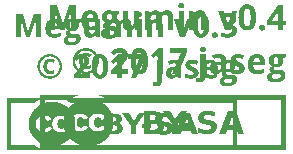
<source format=gbr>
From d4d0f850f0e5906eb014ba6ac8b834d22ef92845 Mon Sep 17 00:00:00 2001
From: jaseg <git@jaseg.net>
Date: Wed, 6 Sep 2017 14:30:43 +0200
Subject: Fix up version label and one ground trace

---
 hw/chibi/chibi_2024/gerbers/chibi_2024-F.SilkS.gbr | 23060 ++++++++++---------
 1 file changed, 11620 insertions(+), 11440 deletions(-)

(limited to 'hw/chibi/chibi_2024/gerbers/chibi_2024-F.SilkS.gbr')

diff --git a/hw/chibi/chibi_2024/gerbers/chibi_2024-F.SilkS.gbr b/hw/chibi/chibi_2024/gerbers/chibi_2024-F.SilkS.gbr
index 0f4f584..788457a 100644
--- a/hw/chibi/chibi_2024/gerbers/chibi_2024-F.SilkS.gbr
+++ b/hw/chibi/chibi_2024/gerbers/chibi_2024-F.SilkS.gbr
@@ -1,7 +1,7 @@
 G04 #@! TF.FileFunction,Legend,Top*
 %FSLAX46Y46*%
 G04 Gerber Fmt 4.6, Leading zero omitted, Abs format (unit mm)*
-G04 Created by KiCad (PCBNEW 4.0.6) date Wed Sep  6 13:58:48 2017*
+G04 Created by KiCad (PCBNEW 4.0.6) date Wed Sep  6 14:29:47 2017*
 %MOMM*%
 %LPD*%
 G01*
@@ -8816,11513 +8816,11693 @@ X100300000Y-54550000D02*
 X100300000Y-53850000D01*
 D10*
 G36*
-X107226489Y-54322778D02*
-X107226489Y-58738012D01*
-X110405898Y-58738012D01*
-X111701254Y-54322778D01*
-X111714915Y-54326246D01*
-X111728541Y-54329788D01*
-X111742132Y-54333405D01*
-X111755688Y-54337096D01*
-X111769209Y-54340860D01*
-X111782694Y-54344700D01*
-X111796145Y-54348613D01*
-X111809561Y-54352601D01*
-X111822941Y-54356663D01*
-X111836286Y-54360799D01*
-X111849596Y-54365010D01*
-X111862871Y-54369296D01*
-X111876111Y-54373656D01*
-X111889316Y-54378090D01*
-X111902485Y-54382599D01*
-X111915619Y-54387182D01*
-X111928718Y-54391840D01*
-X111941781Y-54396573D01*
-X111954809Y-54401380D01*
-X111967802Y-54406262D01*
-X111980759Y-54411218D01*
-X111993681Y-54416249D01*
-X112006568Y-54421356D01*
-X112019419Y-54426536D01*
-X112032235Y-54431792D01*
-X112045015Y-54437123D01*
-X112057760Y-54442528D01*
-X112070469Y-54448008D01*
-X112083143Y-54453564D01*
-X112095781Y-54459194D01*
-X112108384Y-54464899D01*
-X112120951Y-54470679D01*
-X112133482Y-54476534D01*
-X112145978Y-54482465D01*
-X112158438Y-54488470D01*
-X112170863Y-54494551D01*
-X112183252Y-54500707D01*
-X112195605Y-54506938D01*
-X112207922Y-54513244D01*
-X112220204Y-54519625D01*
-X112232450Y-54526082D01*
-X112244660Y-54532614D01*
-X112256834Y-54539222D01*
-X112268973Y-54545905D01*
-X112281075Y-54552663D01*
-X112293142Y-54559497D01*
-X112305173Y-54566406D01*
-X112317168Y-54573391D01*
-X112329127Y-54580451D01*
-X112341050Y-54587587D01*
-X112352937Y-54594798D01*
-X112364788Y-54602085D01*
-X112376603Y-54609448D01*
-X112388382Y-54616886D01*
-X112400126Y-54624400D01*
-X112411833Y-54631990D01*
-X112423503Y-54639655D01*
-X112435138Y-54647396D01*
-X112446737Y-54655214D01*
-X112458299Y-54663107D01*
-X112469826Y-54671075D01*
-X112481316Y-54679120D01*
-X112492770Y-54687241D01*
-X112504188Y-54695438D01*
-X112515569Y-54703710D01*
-X112526914Y-54712059D01*
-X112538223Y-54720484D01*
-X112549496Y-54728985D01*
-X112560732Y-54737562D01*
-X112571932Y-54746215D01*
-X112583096Y-54754944D01*
-X112594223Y-54763750D01*
-X126338776Y-54763750D01*
-X126338776Y-58295938D01*
-X112585404Y-58295938D01*
-X112574109Y-58304680D01*
-X112562785Y-58313346D01*
-X112551430Y-58321936D01*
-X112540045Y-58330450D01*
-X112528630Y-58338889D01*
-X112517185Y-58347252D01*
-X112505709Y-58355539D01*
-X112494203Y-58363751D01*
-X112482667Y-58371887D01*
-X112471101Y-58379948D01*
-X112459506Y-58387933D01*
-X112447880Y-58395843D01*
-X112436224Y-58403678D01*
-X112424538Y-58411437D01*
-X112412823Y-58419121D01*
-X112401077Y-58426730D01*
-X112389302Y-58434264D01*
-X112377498Y-58441722D01*
-X112365663Y-58449106D01*
-X112353799Y-58456415D01*
-X112341905Y-58463649D01*
-X112329982Y-58470808D01*
-X112318029Y-58477892D01*
-X112306047Y-58484902D01*
-X112294035Y-58491837D01*
-X112281994Y-58498697D01*
-X112269923Y-58505483D01*
-X112257823Y-58512195D01*
-X112245694Y-58518832D01*
-X112233536Y-58525394D01*
-X112221348Y-58531882D01*
-X112209131Y-58538296D01*
-X112196885Y-58544636D01*
-X112184610Y-58550902D01*
-X112172306Y-58557093D01*
-X112159973Y-58563211D01*
-X112147611Y-58569254D01*
-X112135220Y-58575224D01*
-X112122800Y-58581119D01*
-X112110351Y-58586941D01*
-X112097874Y-58592689D01*
-X112085368Y-58598364D01*
-X112072832Y-58603964D01*
-X112060269Y-58609491D01*
-X112047676Y-58614945D01*
-X112035055Y-58620325D01*
-X112022406Y-58625632D01*
-X112009727Y-58630865D01*
-X111997021Y-58636025D01*
-X111984286Y-58641112D01*
-X111971522Y-58646125D01*
-X111958730Y-58651065D01*
-X111945910Y-58655933D01*
-X111933062Y-58660727D01*
-X111920185Y-58665448D01*
-X111907280Y-58670096D01*
-X111894347Y-58674672D01*
-X111881385Y-58679174D01*
-X111868396Y-58683604D01*
-X111855378Y-58687961D01*
-X111842333Y-58692245D01*
-X111829259Y-58696457D01*
-X111816158Y-58700597D01*
-X111803029Y-58704663D01*
-X111789871Y-58708658D01*
-X111776686Y-58712580D01*
-X111763474Y-58716430D01*
-X111750233Y-58720207D01*
-X111736965Y-58723912D01*
-X111723669Y-58727545D01*
-X111710345Y-58731106D01*
-X111696994Y-58734595D01*
-X111683615Y-58738012D01*
-X126704232Y-58738012D01*
-X126704232Y-54322778D01*
-X111701254Y-54322778D01*
-X110405898Y-58738012D01*
-X110392504Y-58734547D01*
-X110379139Y-58731008D01*
-X110365804Y-58727395D01*
-X110352499Y-58723707D01*
-X110339224Y-58719945D01*
-X110325978Y-58716109D01*
-X110312762Y-58712199D01*
-X110299576Y-58708214D01*
-X110286420Y-58704155D01*
-X110273294Y-58700021D01*
-X110260197Y-58695812D01*
-X110247131Y-58691529D01*
-X110234094Y-58687171D01*
-X110221088Y-58682739D01*
-X110208111Y-58678232D01*
-X110195165Y-58673649D01*
-X110182249Y-58668992D01*
-X110169363Y-58664260D01*
-X110156507Y-58659453D01*
-X110143681Y-58654571D01*
-X110130885Y-58649614D01*
-X110118120Y-58644582D01*
-X110105385Y-58639474D01*
-X110092680Y-58634291D01*
-X110080005Y-58629033D01*
-X110067361Y-58623700D01*
-X110054747Y-58618291D01*
-X110042164Y-58612806D01*
-X110029611Y-58607246D01*
-X110017088Y-58601610D01*
-X110004596Y-58595899D01*
-X109992134Y-58590112D01*
-X109979703Y-58584249D01*
-X109967302Y-58578311D01*
-X109954932Y-58572296D01*
-X109942593Y-58566206D01*
-X109930284Y-58560039D01*
-X109918006Y-58553797D01*
-X109905759Y-58547479D01*
-X109893542Y-58541084D01*
-X109881356Y-58534613D01*
-X109869201Y-58528066D01*
-X109857077Y-58521443D01*
-X109844983Y-58514743D01*
-X109832920Y-58507967D01*
-X109820889Y-58501115D01*
-X109808888Y-58494186D01*
-X109796918Y-58487180D01*
-X109784979Y-58480098D01*
-X109773071Y-58472939D01*
-X109761194Y-58465703D01*
-X109749348Y-58458391D01*
-X109737533Y-58451002D01*
-X109725750Y-58443536D01*
-X109713997Y-58435993D01*
-X109702276Y-58428373D01*
-X109690585Y-58420676D01*
-X109678926Y-58412901D01*
-X109667299Y-58405050D01*
-X109655702Y-58397122D01*
-X109644137Y-58389116D01*
-X109632603Y-58381033D01*
-X109621100Y-58372872D01*
-X109609629Y-58364634D01*
-X109598190Y-58356319D01*
-X109586781Y-58347926D01*
-X109575404Y-58339456D01*
-X109564059Y-58330907D01*
-X109552745Y-58322282D01*
-X109541463Y-58313578D01*
-X109530212Y-58304797D01*
-X109518993Y-58295938D01*
-X107591944Y-58295938D01*
-X107591944Y-54763750D01*
-X109506315Y-54763750D01*
-X109517338Y-54754946D01*
-X109528397Y-54746219D01*
-X109539491Y-54737567D01*
-X109550621Y-54728991D01*
-X109561787Y-54720492D01*
-X109572988Y-54712068D01*
-X109584225Y-54703720D01*
-X109595497Y-54695449D01*
-X109606805Y-54687253D01*
-X109618148Y-54679133D01*
-X109629527Y-54671088D01*
-X109640941Y-54663120D01*
-X109652390Y-54655227D01*
-X109663875Y-54647410D01*
-X109675396Y-54639669D01*
-X109686952Y-54632004D01*
-X109698543Y-54624414D01*
-X109710169Y-54616900D01*
-X109721831Y-54609461D01*
-X109733528Y-54602099D01*
-X109745260Y-54594811D01*
-X109757028Y-54587599D01*
-X109768831Y-54580463D01*
-X109780669Y-54573403D01*
-X109792542Y-54566417D01*
-X109804450Y-54559508D01*
-X109816394Y-54552673D01*
-X109828373Y-54545914D01*
-X109840386Y-54539231D01*
-X109852435Y-54532622D01*
-X109864519Y-54526089D01*
-X109876638Y-54519632D01*
-X109888792Y-54513250D01*
-X109900981Y-54506942D01*
-X109913205Y-54500711D01*
-X109925464Y-54494554D01*
-X109937758Y-54488472D01*
-X109950087Y-54482466D01*
-X109962451Y-54476535D01*
-X109974850Y-54470679D01*
-X109987284Y-54464898D01*
-X109999752Y-54459191D01*
-X110012255Y-54453560D01*
-X110024793Y-54448004D01*
-X110037366Y-54442523D01*
-X110049974Y-54437117D01*
-X110062616Y-54431786D01*
-X110075294Y-54426530D01*
-X110088005Y-54421348D01*
-X110100752Y-54416242D01*
-X110113533Y-54411210D01*
-X110126349Y-54406253D01*
-X110139200Y-54401370D01*
-X110152085Y-54396563D01*
-X110165004Y-54391830D01*
-X110177959Y-54387172D01*
-X110190948Y-54382588D01*
-X110203971Y-54378080D01*
-X110217029Y-54373645D01*
-X110230121Y-54369286D01*
-X110243248Y-54365001D01*
-X110256409Y-54360790D01*
-X110269605Y-54356654D01*
-X110282835Y-54352592D01*
-X110296100Y-54348605D01*
-X110309399Y-54344692D01*
-X110322732Y-54340854D01*
-X110336100Y-54337090D01*
-X110349502Y-54333401D01*
-X110362938Y-54329785D01*
-X110376409Y-54326244D01*
-X110389913Y-54322778D01*
-X107226489Y-54322778D01*
-X107226489Y-54322778D01*
+X110044931Y-54054963D02*
+X110044931Y-58764546D01*
+X113436301Y-58764546D01*
+X113422940Y-58761093D01*
+X113409607Y-58757570D01*
+X113396302Y-58753978D01*
+X113383025Y-58750317D01*
+X113369775Y-58746587D01*
+X113356553Y-58742787D01*
+X113343359Y-58738918D01*
+X113330193Y-58734980D01*
+X113317054Y-58730972D01*
+X113303944Y-58726895D01*
+X113290861Y-58722748D01*
+X113277806Y-58718531D01*
+X113264779Y-58714245D01*
+X113251781Y-58709890D01*
+X113238810Y-58705465D01*
+X113225867Y-58700969D01*
+X113212952Y-58696404D01*
+X113200065Y-58691770D01*
+X113187206Y-58687065D01*
+X113174376Y-58682290D01*
+X113161573Y-58677446D01*
+X113148799Y-58672531D01*
+X113136053Y-58667546D01*
+X113123335Y-58662492D01*
+X113110645Y-58657367D01*
+X113097984Y-58652171D01*
+X113085350Y-58646906D01*
+X113072746Y-58641570D01*
+X113060169Y-58636164D01*
+X113047621Y-58630687D01*
+X113035101Y-58625140D01*
+X113022609Y-58619522D01*
+X113010146Y-58613834D01*
+X112997712Y-58608076D01*
+X112985305Y-58602246D01*
+X112972928Y-58596346D01*
+X112960579Y-58590375D01*
+X112948258Y-58584334D01*
+X112935966Y-58578221D01*
+X112923703Y-58572038D01*
+X112911468Y-58565784D01*
+X112899261Y-58559459D01*
+X112887084Y-58553062D01*
+X112874935Y-58546595D01*
+X112862815Y-58540057D01*
+X112850723Y-58533447D01*
+X112838661Y-58526766D01*
+X112826627Y-58520014D01*
+X112814622Y-58513191D01*
+X112802645Y-58506296D01*
+X112790698Y-58499330D01*
+X112778779Y-58492293D01*
+X112766890Y-58485184D01*
+X112755029Y-58478003D01*
+X112743197Y-58470751D01*
+X112731394Y-58463427D01*
+X112719620Y-58456032D01*
+X112707875Y-58448565D01*
+X112696160Y-58441026D01*
+X112684473Y-58433415D01*
+X112672815Y-58425733D01*
+X112661187Y-58417978D01*
+X112649587Y-58410152D01*
+X112638017Y-58402253D01*
+X112626476Y-58394283D01*
+X112614964Y-58386240D01*
+X112603482Y-58378125D01*
+X112592028Y-58369939D01*
+X112580604Y-58361679D01*
+X112569209Y-58353348D01*
+X112557844Y-58344944D01*
+X112546508Y-58336468D01*
+X112535201Y-58327920D01*
+X112523924Y-58319299D01*
+X112512676Y-58310605D01*
+X112501457Y-58301839D01*
+X112490269Y-58293000D01*
+X110434750Y-58293000D01*
+X110434750Y-54525333D01*
+X112476745Y-54525333D01*
+X112487884Y-54516435D01*
+X112499056Y-54507609D01*
+X112510262Y-54498857D01*
+X112521503Y-54490177D01*
+X112532777Y-54481569D01*
+X112544086Y-54473035D01*
+X112555429Y-54464573D01*
+X112566805Y-54456184D01*
+X112578216Y-54447867D01*
+X112589661Y-54439623D01*
+X112601140Y-54431452D01*
+X112612652Y-54423353D01*
+X112624199Y-54415327D01*
+X112635779Y-54407374D01*
+X112647394Y-54399493D01*
+X112659042Y-54391684D01*
+X112670724Y-54383948D01*
+X112682440Y-54376284D01*
+X112694190Y-54368693D01*
+X112705973Y-54361174D01*
+X112717791Y-54353728D01*
+X112729642Y-54346354D01*
+X112741527Y-54339052D01*
+X112753445Y-54331823D01*
+X112765398Y-54324666D01*
+X112777384Y-54317581D01*
+X112789403Y-54310568D01*
+X112801457Y-54303628D01*
+X112813544Y-54296760D01*
+X112825665Y-54289964D01*
+X112837819Y-54283240D01*
+X112850007Y-54276588D01*
+X112862228Y-54270008D01*
+X112874483Y-54263501D01*
+X112886772Y-54257065D01*
+X112899094Y-54250702D01*
+X112911449Y-54244410D01*
+X112923838Y-54238191D01*
+X112936261Y-54232043D01*
+X112948716Y-54225968D01*
+X112961206Y-54219964D01*
+X112973729Y-54214032D01*
+X112986285Y-54208172D01*
+X112998874Y-54202384D01*
+X113011497Y-54196668D01*
+X113024153Y-54191024D01*
+X113036843Y-54185451D01*
+X113049566Y-54179950D01*
+X113062322Y-54174521D01*
+X113075111Y-54169164D01*
+X113087934Y-54163878D01*
+X113100789Y-54158664D01*
+X113113678Y-54153521D01*
+X113126601Y-54148450D01*
+X113139556Y-54143451D01*
+X113152545Y-54138523D01*
+X113165566Y-54133667D01*
+X113178621Y-54128883D01*
+X113191709Y-54124169D01*
+X113204830Y-54119528D01*
+X113217984Y-54114958D01*
+X113231171Y-54110459D01*
+X113244391Y-54106031D01*
+X113257644Y-54101675D01*
+X113270930Y-54097391D01*
+X113284250Y-54093177D01*
+X113297602Y-54089036D01*
+X113310987Y-54084965D01*
+X113324405Y-54080965D01*
+X113337855Y-54077037D01*
+X113351339Y-54073180D01*
+X113364856Y-54069395D01*
+X113378405Y-54065680D01*
+X113391987Y-54062037D01*
+X113405602Y-54058464D01*
+X113419250Y-54054963D01*
+X110044931Y-54054963D01*
+X110044931Y-54054963D01*
 G37*
 G36*
-X115478733Y-56505590D02*
-X115963802Y-56640638D01*
-X116248780Y-56640638D01*
-X116265867Y-56640838D01*
-X116282439Y-56641437D01*
-X116298496Y-56642436D01*
-X116314039Y-56643836D01*
-X116329066Y-56645635D01*
-X116343579Y-56647835D01*
-X116357578Y-56650435D01*
-X116371062Y-56653437D01*
-X116384031Y-56656839D01*
-X116396486Y-56660642D01*
-X116408426Y-56664847D01*
-X116419852Y-56669453D01*
-X116430763Y-56674461D01*
-X116441161Y-56679872D01*
-X116451044Y-56685684D01*
-X116460412Y-56691898D01*
-X116469266Y-56698516D01*
-X116478691Y-56706349D01*
-X116487470Y-56714709D01*
-X116495604Y-56723593D01*
-X116503091Y-56733000D01*
-X116509932Y-56742928D01*
-X116516124Y-56753376D01*
-X116521668Y-56764341D01*
-X116526563Y-56775822D01*
-X116530807Y-56787817D01*
-X116534401Y-56800325D01*
-X116537343Y-56813344D01*
-X116539632Y-56826872D01*
-X116541268Y-56840908D01*
-X116542251Y-56855449D01*
-X116542578Y-56870495D01*
-X116542247Y-56885842D01*
-X116541253Y-56900655D01*
-X116539597Y-56914937D01*
-X116537279Y-56928687D01*
-X116534299Y-56941908D01*
-X116530657Y-56954600D01*
-X116526355Y-56966764D01*
-X116521391Y-56978402D01*
-X116515767Y-56989515D01*
-X116509483Y-57000104D01*
-X116502538Y-57010170D01*
-X116494934Y-57019715D01*
-X116486670Y-57028739D01*
-X116477746Y-57037244D01*
-X116468164Y-57045230D01*
-X116459311Y-57051849D01*
-X116449951Y-57058064D01*
-X116440082Y-57063877D01*
-X116429706Y-57069288D01*
-X116418823Y-57074296D01*
-X116407432Y-57078903D01*
-X116395536Y-57083107D01*
-X116383133Y-57086910D01*
-X116370224Y-57090312D01*
-X116356810Y-57093313D01*
-X116342890Y-57095913D01*
-X116328465Y-57098112D01*
-X116313536Y-57099911D01*
-X116298103Y-57101310D01*
-X116282166Y-57102309D01*
-X116265725Y-57102908D01*
-X116248780Y-57103108D01*
-X115963802Y-57103108D01*
-X115963802Y-56640638D01*
-X115478733Y-56505590D01*
-X115478733Y-57412891D01*
-X116284058Y-57412891D01*
-X116301830Y-57412820D01*
-X116319385Y-57412608D01*
-X116336722Y-57412255D01*
-X116353843Y-57411760D01*
-X116370747Y-57411124D01*
-X116387433Y-57410346D01*
-X116403903Y-57409427D01*
-X116420155Y-57408366D01*
-X116436190Y-57407163D01*
-X116452009Y-57405819D01*
-X116467610Y-57404333D01*
-X116482994Y-57402706D01*
-X116498161Y-57400936D01*
-X116513111Y-57399025D01*
-X116527844Y-57396972D01*
-X116542359Y-57394777D01*
-X116556658Y-57392440D01*
-X116570739Y-57389961D01*
-X116584604Y-57387340D01*
-X116598251Y-57384577D01*
-X116611681Y-57381672D01*
-X116624894Y-57378625D01*
-X116637890Y-57375435D01*
-X116650668Y-57372104D01*
-X116663230Y-57368630D01*
-X116675574Y-57365013D01*
-X116687701Y-57361255D01*
-X116699611Y-57357354D01*
-X116711303Y-57353310D01*
-X116722779Y-57349124D01*
-X116734037Y-57344796D01*
-X116745078Y-57340325D01*
-X116755902Y-57335711D01*
-X116766509Y-57330955D01*
-X116776898Y-57326056D01*
-X116787071Y-57321014D01*
-X116797026Y-57315830D01*
-X116806763Y-57310503D01*
-X116816284Y-57305033D01*
-X116825587Y-57299420D01*
-X116834673Y-57293664D01*
-X116843542Y-57287765D01*
-X116854522Y-57280047D01*
-X116865165Y-57272090D01*
-X116875471Y-57263893D01*
-X116885440Y-57255458D01*
-X116895072Y-57246784D01*
-X116904367Y-57237870D01*
-X116913324Y-57228718D01*
-X116921943Y-57219326D01*
-X116930226Y-57209696D01*
-X116938171Y-57199826D01*
-X116945778Y-57189717D01*
-X116953048Y-57179370D01*
-X116959980Y-57168783D01*
-X116966574Y-57157958D01*
-X116972831Y-57146893D01*
-X116978750Y-57135590D01*
-X116984331Y-57124047D01*
-X116989574Y-57112266D01*
-X116994480Y-57100246D01*
-X116999047Y-57087986D01*
-X117003277Y-57075488D01*
-X117007168Y-57062751D01*
-X117010721Y-57049775D01*
-X117013936Y-57036560D01*
-X117016813Y-57023106D01*
-X117019352Y-57009413D01*
-X117021552Y-56995481D01*
-X117023414Y-56981311D01*
-X117024938Y-56966901D01*
-X117026123Y-56952253D01*
-X117026970Y-56937366D01*
-X117027478Y-56922240D01*
-X117027648Y-56906875D01*
-X117027468Y-56891820D01*
-X117026932Y-56876979D01*
-X117026038Y-56862351D01*
-X117024787Y-56847936D01*
-X117023180Y-56833735D01*
-X117021216Y-56819748D01*
-X117018897Y-56805976D01*
-X117016223Y-56792417D01*
-X117013193Y-56779074D01*
-X117009809Y-56765944D01*
-X117006070Y-56753030D01*
-X117001978Y-56740331D01*
-X116997531Y-56727847D01*
-X116992732Y-56715578D01*
-X116987579Y-56703525D01*
-X116982074Y-56691687D01*
-X116976217Y-56680066D01*
-X116970007Y-56668661D01*
-X116963447Y-56657472D01*
-X116956534Y-56646499D01*
-X116949271Y-56635743D01*
-X116941658Y-56625204D01*
-X116933568Y-56614850D01*
-X116925086Y-56604904D01*
-X116916227Y-56595351D01*
-X116907004Y-56586175D01*
-X116897433Y-56577360D01*
-X116887527Y-56568889D01*
-X116877300Y-56560749D01*
-X116866768Y-56552922D01*
-X116855943Y-56545392D01*
-X116844841Y-56538145D01*
-X116833475Y-56531165D01*
-X116821861Y-56524435D01*
-X116810011Y-56517939D01*
-X116797941Y-56511663D01*
-X116785664Y-56505590D01*
-X115478733Y-56505590D01*
-X115478733Y-56505590D01*
+X114818014Y-54054963D02*
+X114831640Y-54058420D01*
+X114845234Y-54061946D01*
+X114858796Y-54065541D01*
+X114872324Y-54069205D01*
+X114885820Y-54072939D01*
+X114899283Y-54076741D01*
+X114912714Y-54080613D01*
+X114926112Y-54084555D01*
+X114939477Y-54088565D01*
+X114952809Y-54092645D01*
+X114966108Y-54096795D01*
+X114979375Y-54101013D01*
+X114992609Y-54105302D01*
+X115005810Y-54109659D01*
+X115018978Y-54114086D01*
+X115032113Y-54118583D01*
+X115045216Y-54123149D01*
+X115058285Y-54127785D01*
+X115071322Y-54132490D01*
+X115084326Y-54137265D01*
+X115097296Y-54142110D01*
+X115110234Y-54147024D01*
+X115123139Y-54152008D01*
+X115136010Y-54157061D01*
+X115148849Y-54162185D01*
+X115161655Y-54167378D01*
+X115174427Y-54172640D01*
+X115187167Y-54177973D01*
+X115199873Y-54183376D01*
+X115212546Y-54188848D01*
+X115225187Y-54194390D01*
+X115237794Y-54200002D01*
+X115250367Y-54205685D01*
+X115262908Y-54211437D01*
+X115275415Y-54217259D01*
+X115287890Y-54223151D01*
+X115300331Y-54229113D01*
+X115312738Y-54235145D01*
+X115325113Y-54241248D01*
+X115337454Y-54247420D01*
+X115349762Y-54253663D01*
+X115362036Y-54259975D01*
+X115374278Y-54266358D01*
+X115386485Y-54272812D01*
+X115398660Y-54279335D01*
+X115410801Y-54285929D01*
+X115422909Y-54292593D01*
+X115434983Y-54299327D01*
+X115447024Y-54306132D01*
+X115459031Y-54313007D01*
+X115471005Y-54319953D01*
+X115482945Y-54326968D01*
+X115494852Y-54334055D01*
+X115506725Y-54341212D01*
+X115518565Y-54348439D01*
+X115530371Y-54355737D01*
+X115542143Y-54363106D01*
+X115553882Y-54370545D01*
+X115565588Y-54378054D01*
+X115577259Y-54385635D01*
+X115588897Y-54393286D01*
+X115600502Y-54401007D01*
+X115612072Y-54408800D01*
+X115623609Y-54416663D01*
+X115635113Y-54424597D01*
+X115646582Y-54432602D01*
+X115658018Y-54440677D01*
+X115669420Y-54448824D01*
+X115680788Y-54457041D01*
+X115692122Y-54465329D01*
+X115703423Y-54473688D01*
+X115714689Y-54482118D01*
+X115725922Y-54490619D01*
+X115737121Y-54499191D01*
+X115748286Y-54507834D01*
+X115759417Y-54516548D01*
+X115770514Y-54525333D01*
+X130431371Y-54525333D01*
+X130431371Y-58293000D01*
+X115761106Y-58293000D01*
+X115749833Y-58301730D01*
+X115738530Y-58310388D01*
+X115727200Y-58318976D01*
+X115715841Y-58327493D01*
+X115704454Y-58335939D01*
+X115693039Y-58344314D01*
+X115681595Y-58352619D01*
+X115670124Y-58360853D01*
+X115658624Y-58369016D01*
+X115647096Y-58377109D01*
+X115635540Y-58385131D01*
+X115623956Y-58393083D01*
+X115612344Y-58400964D01*
+X115600705Y-58408776D01*
+X115589037Y-58416516D01*
+X115577341Y-58424187D01*
+X115565618Y-58431787D01*
+X115553866Y-58439317D01*
+X115542087Y-58446777D01*
+X115530280Y-58454167D01*
+X115518446Y-58461487D01*
+X115506584Y-58468736D01*
+X115494694Y-58475916D01*
+X115482776Y-58483026D01*
+X115470831Y-58490067D01*
+X115458859Y-58497037D01*
+X115446858Y-58503938D01*
+X115434831Y-58510769D01*
+X115422776Y-58517530D01*
+X115410693Y-58524222D01*
+X115398584Y-58530844D01*
+X115386447Y-58537397D01*
+X115374282Y-58543880D01*
+X115362091Y-58550294D01*
+X115349872Y-58556639D01*
+X115337626Y-58562914D01*
+X115325353Y-58569120D01*
+X115313052Y-58575257D01*
+X115300725Y-58581325D01*
+X115288370Y-58587323D01*
+X115275989Y-58593253D01*
+X115263580Y-58599113D01*
+X115251145Y-58604905D01*
+X115238683Y-58610627D01*
+X115226194Y-58616281D01*
+X115213678Y-58621866D01*
+X115201135Y-58627383D01*
+X115188565Y-58632830D01*
+X115175969Y-58638209D01*
+X115163346Y-58643519D01*
+X115150696Y-58648761D01*
+X115138020Y-58653934D01*
+X115125317Y-58659039D01*
+X115112587Y-58664075D01*
+X115099831Y-58669043D01*
+X115087049Y-58673943D01*
+X115074240Y-58678774D01*
+X115061404Y-58683537D01*
+X115048542Y-58688232D01*
+X115035654Y-58692859D01*
+X115022740Y-58697417D01*
+X115009799Y-58701908D01*
+X114996832Y-58706331D01*
+X114983838Y-58710686D01*
+X114970819Y-58714972D01*
+X114957773Y-58719191D01*
+X114944702Y-58723343D01*
+X114931604Y-58727426D01*
+X114918480Y-58731442D01*
+X114905330Y-58735390D01*
+X114892154Y-58739271D01*
+X114878953Y-58743084D01*
+X114865725Y-58746829D01*
+X114852471Y-58750508D01*
+X114839192Y-58754118D01*
+X114825887Y-58757662D01*
+X114812556Y-58761138D01*
+X114799199Y-58764546D01*
+X130821190Y-58764546D01*
+X130821190Y-54054963D01*
+X114818014Y-54054963D01*
+X114818014Y-54054963D01*
 G37*
 G36*
-X116985281Y-55647222D02*
-X117515747Y-55647222D01*
-X117944153Y-56276474D01*
-X118372556Y-55647222D01*
-X118904283Y-55647222D01*
-X118187333Y-56669168D01*
-X118187333Y-57413156D01*
-X117702231Y-57413156D01*
-X117702231Y-56669168D01*
-X116985281Y-55647222D01*
-X116985281Y-55647222D01*
+X118847140Y-56383553D02*
+X118847140Y-56787594D01*
+X119364731Y-56787594D01*
+X119364731Y-56527421D01*
+X119668451Y-56527421D01*
+X119685680Y-56527611D01*
+X119702423Y-56528181D01*
+X119718678Y-56529132D01*
+X119734446Y-56530463D01*
+X119749726Y-56532175D01*
+X119764518Y-56534268D01*
+X119778822Y-56536742D01*
+X119792636Y-56539597D01*
+X119805962Y-56542833D01*
+X119818798Y-56546452D01*
+X119831144Y-56550452D01*
+X119842999Y-56554834D01*
+X119854365Y-56559598D01*
+X119865239Y-56564744D01*
+X119875622Y-56570273D01*
+X119885513Y-56576185D01*
+X119894913Y-56582479D01*
+X119903820Y-56589157D01*
+X119913265Y-56596975D01*
+X119922107Y-56605289D01*
+X119930346Y-56614097D01*
+X119937979Y-56623397D01*
+X119945007Y-56633187D01*
+X119951429Y-56643465D01*
+X119957243Y-56654230D01*
+X119962449Y-56665480D01*
+X119967046Y-56677212D01*
+X119971032Y-56689426D01*
+X119974408Y-56702119D01*
+X119977172Y-56715290D01*
+X119979323Y-56728936D01*
+X119980861Y-56743056D01*
+X119981785Y-56757649D01*
+X119982092Y-56772711D01*
+X119981782Y-56788074D01*
+X119980850Y-56802935D01*
+X119979297Y-56817296D01*
+X119977124Y-56831158D01*
+X119974330Y-56844522D01*
+X119970916Y-56857389D01*
+X119966882Y-56869761D01*
+X119962229Y-56881639D01*
+X119956956Y-56893024D01*
+X119951063Y-56903917D01*
+X119944552Y-56914320D01*
+X119937422Y-56924234D01*
+X119929673Y-56933660D01*
+X119921306Y-56942599D01*
+X119912320Y-56951053D01*
+X119902717Y-56959022D01*
+X119893811Y-56965701D01*
+X119884417Y-56971997D01*
+X119874536Y-56977909D01*
+X119864169Y-56983438D01*
+X119853317Y-56988585D01*
+X119841980Y-56993349D01*
+X119830160Y-56997731D01*
+X119817857Y-57001731D01*
+X119805072Y-57005349D01*
+X119791805Y-57008585D01*
+X119778059Y-57011440D01*
+X119763832Y-57013913D01*
+X119749127Y-57016006D01*
+X119733945Y-57017717D01*
+X119718285Y-57019048D01*
+X119702149Y-57019998D01*
+X119685537Y-57020568D01*
+X119668451Y-57020758D01*
+X119364731Y-57020758D01*
+X119364731Y-56788145D01*
+X118847140Y-56788145D01*
+X118847140Y-57350936D01*
+X119706485Y-57350936D01*
+X119724184Y-57350871D01*
+X119741681Y-57350674D01*
+X119758975Y-57350346D01*
+X119776067Y-57349887D01*
+X119792956Y-57349297D01*
+X119809642Y-57348575D01*
+X119826126Y-57347722D01*
+X119842407Y-57346738D01*
+X119858486Y-57345622D01*
+X119874363Y-57344375D01*
+X119890037Y-57342996D01*
+X119905509Y-57341486D01*
+X119920779Y-57339844D01*
+X119935847Y-57338070D01*
+X119950713Y-57336165D01*
+X119965376Y-57334128D01*
+X119979837Y-57331959D01*
+X119994097Y-57329659D01*
+X120008154Y-57327226D01*
+X120022010Y-57324662D01*
+X120035663Y-57321965D01*
+X120049115Y-57319137D01*
+X120062365Y-57316176D01*
+X120075414Y-57313084D01*
+X120088260Y-57309859D01*
+X120100905Y-57306502D01*
+X120113348Y-57303013D01*
+X120125590Y-57299391D01*
+X120137630Y-57295637D01*
+X120149469Y-57291751D01*
+X120161106Y-57287732D01*
+X120172542Y-57283581D01*
+X120183776Y-57279298D01*
+X120194810Y-57274882D01*
+X120205641Y-57270333D01*
+X120216272Y-57265651D01*
+X120226702Y-57260837D01*
+X120236930Y-57255890D01*
+X120246957Y-57250811D01*
+X120256783Y-57245598D01*
+X120266408Y-57240253D01*
+X120275833Y-57234775D01*
+X120285056Y-57229164D01*
+X120294078Y-57223419D01*
+X120302900Y-57217542D01*
+X120313954Y-57209787D01*
+X120324690Y-57201805D01*
+X120335108Y-57193597D01*
+X120345208Y-57185162D01*
+X120354989Y-57176500D01*
+X120364453Y-57167612D01*
+X120373598Y-57158498D01*
+X120382424Y-57149157D01*
+X120390931Y-57139589D01*
+X120399119Y-57129795D01*
+X120406988Y-57119774D01*
+X120414538Y-57109527D01*
+X120421768Y-57099053D01*
+X120428678Y-57088352D01*
+X120435269Y-57077425D01*
+X120441540Y-57066272D01*
+X120447490Y-57054891D01*
+X120453121Y-57043285D01*
+X120458431Y-57031451D01*
+X120463420Y-57019391D01*
+X120468089Y-57007105D01*
+X120472436Y-56994591D01*
+X120476463Y-56981851D01*
+X120480168Y-56968885D01*
+X120483552Y-56955692D01*
+X120486615Y-56942272D01*
+X120489356Y-56928626D01*
+X120491775Y-56914753D01*
+X120493872Y-56900653D01*
+X120495647Y-56886327D01*
+X120497099Y-56871774D01*
+X120498229Y-56856995D01*
+X120499037Y-56841989D01*
+X120499522Y-56826756D01*
+X120499684Y-56811296D01*
+X120499521Y-56796568D01*
+X120499035Y-56782030D01*
+X120498226Y-56767685D01*
+X120497094Y-56753531D01*
+X120495641Y-56739569D01*
+X120493866Y-56725798D01*
+X120491771Y-56712220D01*
+X120489355Y-56698834D01*
+X120486620Y-56685640D01*
+X120483566Y-56672639D01*
+X120480193Y-56659830D01*
+X120476503Y-56647214D01*
+X120472495Y-56634790D01*
+X120468170Y-56622559D01*
+X120463529Y-56610521D01*
+X120458573Y-56598677D01*
+X120453302Y-56587025D01*
+X120447716Y-56575567D01*
+X120441816Y-56564302D01*
+X120435603Y-56553231D01*
+X120429078Y-56542354D01*
+X120422240Y-56531670D01*
+X120415091Y-56521180D01*
+X120407631Y-56510884D01*
+X120399552Y-56500520D01*
+X120391104Y-56490545D01*
+X120382299Y-56480945D01*
+X120373150Y-56471704D01*
+X120363670Y-56462808D01*
+X120353871Y-56454243D01*
+X120343766Y-56445993D01*
+X120333368Y-56438045D01*
+X120322690Y-56430384D01*
+X120311744Y-56422994D01*
+X120300544Y-56415863D01*
+X120289101Y-56408973D01*
+X120277429Y-56402313D01*
+X120265540Y-56395865D01*
+X120253447Y-56389617D01*
+X120241164Y-56383553D01*
+X118847140Y-56383553D01*
+X118847140Y-56383553D01*
 G37*
 G36*
-X118642201Y-56543789D02*
-X119433491Y-56543789D01*
-X119433491Y-56887987D01*
-X118642201Y-56887987D01*
-X118642201Y-56543789D01*
-X118642201Y-56543789D01*
+X120454309Y-55467703D02*
+X121020140Y-55467703D01*
+X121477106Y-56138905D01*
+X121934069Y-55467703D01*
+X122501244Y-55467703D01*
+X121736498Y-56557779D01*
+X121736498Y-57351366D01*
+X121219056Y-57351366D01*
+X121219056Y-56557779D01*
+X120454309Y-55467703D01*
+X120454309Y-55467703D01*
 G37*
 G36*
-X121121912Y-55702811D02*
-X121121912Y-56076582D01*
-X121108450Y-56070985D01*
-X121095016Y-56065509D01*
-X121081611Y-56060154D01*
-X121068234Y-56054920D01*
-X121054886Y-56049806D01*
-X121041566Y-56044813D01*
-X121028275Y-56039941D01*
-X121015013Y-56035190D01*
-X121001779Y-56030559D01*
-X120988574Y-56026049D01*
-X120975397Y-56021660D01*
-X120962249Y-56017392D01*
-X120949130Y-56013244D01*
-X120936039Y-56009217D01*
-X120922977Y-56005311D01*
-X120909944Y-56001526D01*
-X120896939Y-55997861D01*
-X120883962Y-55994317D01*
-X120871015Y-55990894D01*
-X120858096Y-55987591D01*
-X120845205Y-55984409D01*
-X120832344Y-55981348D01*
-X120819511Y-55978408D01*
-X120804809Y-55975180D01*
-X120790189Y-55972117D01*
-X120775652Y-55969219D01*
-X120761196Y-55966487D01*
-X120746822Y-55963921D01*
-X120732530Y-55961520D01*
-X120718320Y-55959284D01*
-X120704191Y-55957214D01*
-X120690145Y-55955309D01*
-X120676181Y-55953570D01*
-X120662298Y-55951997D01*
-X120648498Y-55950589D01*
-X120634780Y-55949347D01*
-X120621143Y-55948270D01*
-X120607589Y-55947359D01*
-X120594116Y-55946613D01*
-X120580726Y-55946034D01*
-X120567417Y-55945619D01*
-X120554191Y-55945371D01*
-X120541046Y-55945288D01*
-X120522994Y-55945412D01*
-X120505444Y-55945786D01*
-X120488397Y-55946409D01*
-X120471853Y-55947280D01*
-X120455811Y-55948401D01*
-X120440272Y-55949770D01*
-X120425236Y-55951389D01*
-X120410702Y-55953256D01*
-X120396671Y-55955373D01*
-X120383142Y-55957738D01*
-X120370116Y-55960353D01*
-X120357593Y-55963216D01*
-X120345573Y-55966329D01*
-X120334055Y-55969691D01*
-X120323039Y-55973301D01*
-X120312526Y-55977161D01*
-X120302516Y-55981270D01*
-X120293008Y-55985627D01*
-X120284003Y-55990234D01*
-X120271700Y-55997443D01*
-X120260382Y-56005240D01*
-X120250048Y-56013625D01*
-X120240698Y-56022598D01*
-X120232333Y-56032159D01*
-X120224952Y-56042308D01*
-X120218555Y-56053044D01*
-X120213142Y-56064368D01*
-X120208714Y-56076280D01*
-X120205269Y-56088780D01*
-X120202809Y-56101868D01*
-X120201333Y-56115544D01*
-X120200841Y-56129807D01*
-X120201395Y-56143694D01*
-X120203057Y-56156966D01*
-X120205828Y-56169623D01*
-X120209707Y-56181664D01*
-X120214695Y-56193090D01*
-X120220793Y-56203900D01*
-X120228000Y-56214096D01*
-X120236316Y-56223676D01*
-X120245742Y-56232641D01*
-X120256279Y-56240991D01*
-X120263721Y-56245828D01*
-X120271873Y-56250582D01*
-X120280732Y-56255252D01*
-X120290301Y-56259840D01*
-X120300578Y-56264345D01*
-X120311564Y-56268767D01*
-X120323258Y-56273105D01*
-X120335661Y-56277361D01*
-X120348773Y-56281533D01*
-X120362594Y-56285623D01*
-X120377124Y-56289629D01*
-X120392362Y-56293552D01*
-X120408309Y-56297391D01*
-X120424965Y-56301148D01*
-X120442330Y-56304821D01*
-X120460404Y-56308411D01*
-X120667047Y-56347441D01*
-X120684827Y-56350871D01*
-X120702311Y-56354401D01*
-X120719498Y-56358032D01*
-X120736389Y-56361763D01*
-X120752984Y-56365595D01*
-X120769283Y-56369527D01*
-X120785286Y-56373559D01*
-X120800992Y-56377692D01*
-X120816402Y-56381925D01*
-X120831516Y-56386259D01*
-X120846334Y-56390693D01*
-X120860855Y-56395227D01*
-X120875081Y-56399862D01*
-X120889010Y-56404597D01*
-X120902643Y-56409433D01*
-X120915979Y-56414369D01*
-X120929019Y-56419405D01*
-X120941764Y-56424542D01*
-X120954212Y-56429779D01*
-X120966363Y-56435117D01*
-X120978219Y-56440555D01*
-X120989778Y-56446094D01*
-X121001041Y-56451733D01*
-X121012008Y-56457472D01*
-X121022678Y-56463311D01*
-X121033052Y-56469252D01*
-X121043131Y-56475292D01*
-X121052912Y-56481433D01*
-X121062398Y-56487674D01*
-X121071587Y-56494016D01*
-X121080480Y-56500458D01*
-X121089077Y-56507001D01*
-X121097378Y-56513644D01*
-X121105382Y-56520387D01*
-X121113090Y-56527231D01*
-X121122372Y-56535978D01*
-X121131315Y-56544985D01*
-X121139922Y-56554252D01*
-X121148190Y-56563778D01*
-X121156122Y-56573563D01*
-X121163716Y-56583608D01*
-X121170972Y-56593912D01*
-X121177891Y-56604476D01*
-X121184472Y-56615300D01*
-X121190716Y-56626382D01*
-X121196622Y-56637725D01*
-X121202191Y-56649326D01*
-X121207422Y-56661188D01*
-X121212316Y-56673308D01*
-X121216873Y-56685689D01*
-X121221091Y-56698328D01*
-X121224973Y-56711227D01*
-X121228517Y-56724386D01*
-X121231723Y-56737804D01*
-X121234592Y-56751482D01*
-X121237124Y-56765419D01*
-X121239317Y-56779615D01*
-X121241174Y-56794071D01*
-X121242693Y-56808786D01*
-X121243874Y-56823761D01*
-X121244718Y-56838996D01*
-X121245225Y-56854489D01*
-X121245394Y-56870243D01*
-X121245259Y-56885926D01*
-X121244852Y-56901392D01*
-X121244176Y-56916640D01*
-X121243229Y-56931670D01*
-X121242011Y-56946483D01*
-X121240522Y-56961078D01*
-X121238763Y-56975455D01*
-X121236734Y-56989614D01*
-X121234434Y-57003556D01*
-X121231863Y-57017280D01*
-X121229022Y-57030786D01*
-X121225910Y-57044074D01*
-X121222527Y-57057145D01*
-X121218874Y-57069998D01*
-X121214951Y-57082633D01*
-X121210757Y-57095050D01*
-X121206292Y-57107250D01*
-X121201556Y-57119232D01*
-X121196550Y-57130996D01*
-X121191274Y-57142542D01*
-X121185727Y-57153871D01*
-X121179909Y-57164982D01*
-X121173821Y-57175875D01*
-X121167462Y-57186551D01*
-X121160832Y-57197008D01*
-X121153932Y-57207248D01*
-X121146762Y-57217271D01*
-X121139320Y-57227075D01*
-X121131608Y-57236662D01*
-X121123626Y-57246031D01*
-X121115373Y-57255183D01*
-X121106849Y-57264116D01*
-X121098055Y-57272832D01*
-X121088990Y-57281331D01*
-X121079654Y-57289611D01*
-X121070048Y-57297674D01*
-X121060171Y-57305519D01*
-X121051509Y-57312044D01*
-X121042636Y-57318415D01*
-X121033551Y-57324633D01*
-X121024255Y-57330698D01*
-X121014748Y-57336608D01*
-X121005030Y-57342366D01*
-X120995100Y-57347969D01*
-X120984959Y-57353420D01*
-X120974607Y-57358716D01*
-X120964044Y-57363860D01*
-X120953269Y-57368849D01*
-X120942283Y-57373685D01*
-X120931086Y-57378368D01*
-X120919678Y-57382897D01*
-X120908058Y-57387273D01*
-X120896227Y-57391495D01*
-X120884185Y-57395563D01*
-X120871932Y-57399478D01*
-X120859467Y-57403240D01*
-X120846791Y-57406848D01*
-X120833904Y-57410302D01*
-X120820806Y-57413603D01*
-X120807496Y-57416750D01*
-X120793976Y-57419744D01*
-X120780243Y-57422584D01*
-X120766300Y-57425271D01*
-X120752146Y-57427804D01*
-X120737780Y-57430184D01*
-X120723203Y-57432410D01*
-X120708414Y-57434483D01*
-X120693415Y-57436402D01*
-X120678204Y-57438167D01*
-X120662782Y-57439779D01*
-X120647149Y-57441238D01*
-X120631304Y-57442543D01*
-X120615248Y-57443694D01*
-X120598981Y-57444692D01*
-X120582503Y-57445537D01*
-X120565813Y-57446228D01*
-X120548913Y-57446765D01*
-X120531801Y-57447149D01*
-X120514477Y-57447379D01*
-X120496943Y-57447456D01*
-X120483178Y-57447409D01*
-X120469409Y-57447267D01*
-X120455637Y-57447030D01*
-X120441860Y-57446699D01*
-X120428080Y-57446274D01*
-X120414297Y-57445754D01*
-X120400509Y-57445139D01*
-X120386718Y-57444430D01*
-X120372923Y-57443627D01*
-X120359125Y-57442729D01*
-X120345322Y-57441736D01*
-X120331516Y-57440649D01*
-X120317707Y-57439468D01*
-X120303893Y-57438192D01*
-X120290076Y-57436822D01*
-X120276255Y-57435357D01*
-X120262431Y-57433798D01*
-X120248602Y-57432145D01*
-X120234770Y-57430397D01*
-X120220934Y-57428554D01*
-X120207095Y-57426618D01*
-X120193252Y-57424587D01*
-X120179405Y-57422461D01*
-X120165554Y-57420241D01*
-X120151700Y-57417927D01*
-X120137842Y-57415519D01*
-X120124495Y-57413112D01*
-X120111148Y-57410621D01*
-X120097801Y-57408045D01*
-X120084453Y-57405385D01*
-X120071106Y-57402640D01*
-X120057759Y-57399811D01*
-X120044412Y-57396897D01*
-X120031065Y-57393899D01*
-X120017718Y-57390816D01*
-X120004371Y-57387649D01*
-X119991024Y-57384397D01*
-X119977677Y-57381061D01*
-X119964330Y-57377641D01*
-X119950984Y-57374136D01*
-X119937637Y-57370546D01*
-X119924290Y-57366872D01*
-X119910943Y-57363114D01*
-X119897596Y-57359272D01*
-X119884250Y-57355345D01*
-X119870903Y-57351334D01*
-X119857556Y-57347238D01*
-X119844210Y-57343058D01*
-X119830863Y-57338794D01*
-X119817516Y-57334445D01*
-X119804170Y-57330013D01*
-X119790823Y-57325496D01*
-X119777477Y-57320894D01*
-X119777477Y-56936483D01*
-X119790806Y-56943082D01*
-X119804101Y-56949561D01*
-X119817361Y-56955919D01*
-X119830586Y-56962158D01*
-X119843777Y-56968276D01*
-X119856934Y-56974275D01*
-X119870056Y-56980153D01*
-X119883143Y-56985911D01*
-X119896196Y-56991550D01*
-X119909214Y-56997068D01*
-X119922198Y-57002466D01*
-X119935147Y-57007744D01*
-X119948062Y-57012902D01*
-X119960942Y-57017939D01*
-X119973788Y-57022857D01*
-X119986599Y-57027655D01*
-X119999375Y-57032332D01*
-X120012117Y-57036890D01*
-X120024825Y-57041327D01*
-X120037497Y-57045645D01*
-X120050136Y-57049842D01*
-X120062739Y-57053919D01*
-X120075309Y-57057876D01*
-X120087843Y-57061713D01*
-X120100343Y-57065430D01*
-X120112809Y-57069027D01*
-X120125240Y-57072504D01*
-X120139288Y-57076171D01*
-X120153292Y-57079683D01*
-X120167253Y-57083038D01*
-X120181170Y-57086237D01*
-X120195043Y-57089281D01*
-X120208873Y-57092168D01*
-X120222659Y-57094899D01*
-X120236401Y-57097474D01*
-X120250099Y-57099894D01*
-X120263753Y-57102157D01*
-X120277364Y-57104264D01*
-X120290931Y-57106215D01*
-X120304454Y-57108010D01*
-X120317934Y-57109649D01*
-X120331370Y-57111131D01*
-X120344762Y-57112458D01*
-X120358110Y-57113629D01*
-X120371415Y-57114643D01*
-X120384675Y-57115502D01*
-X120397892Y-57116204D01*
-X120411066Y-57116751D01*
-X120424196Y-57117141D01*
-X120437281Y-57117375D01*
-X120450324Y-57117453D01*
-X120467734Y-57117300D01*
-X120484686Y-57116839D01*
-X120501179Y-57116072D01*
-X120517213Y-57114998D01*
-X120532788Y-57113618D01*
-X120547904Y-57111931D01*
-X120562562Y-57109937D01*
-X120576760Y-57107636D01*
-X120590500Y-57105029D01*
-X120603780Y-57102115D01*
-X120616602Y-57098895D01*
-X120628965Y-57095368D01*
-X120640869Y-57091535D01*
-X120652314Y-57087396D01*
-X120663301Y-57082950D01*
-X120673828Y-57078198D01*
-X120683897Y-57073139D01*
-X120693507Y-57067774D01*
-X120705995Y-57059880D01*
-X120717483Y-57051481D01*
-X120727973Y-57042579D01*
-X120737464Y-57033172D01*
-X120745956Y-57023262D01*
-X120753449Y-57012847D01*
-X120759943Y-57001929D01*
-X120765438Y-56990507D01*
-X120769934Y-56978580D01*
-X120773431Y-56966150D01*
-X120775928Y-56953216D01*
-X120777427Y-56939779D01*
-X120777927Y-56925837D01*
-X120777448Y-56911096D01*
-X120776012Y-56896981D01*
-X120773618Y-56883491D01*
-X120770266Y-56870626D01*
-X120765956Y-56858388D01*
-X120760688Y-56846774D01*
-X120754462Y-56835787D01*
-X120747277Y-56825425D01*
-X120739133Y-56815688D01*
-X120730031Y-56806578D01*
-X120719969Y-56798092D01*
-X120713315Y-56793128D01*
-X120705952Y-56788221D01*
-X120697882Y-56783373D01*
-X120689105Y-56778584D01*
-X120679619Y-56773853D01*
-X120669426Y-56769180D01*
-X120658525Y-56764565D01*
-X120646917Y-56760010D01*
-X120634600Y-56755512D01*
-X120621576Y-56751073D01*
-X120607844Y-56746692D01*
-X120593405Y-56742370D01*
-X120578257Y-56738106D01*
-X120562402Y-56733900D01*
-X120545839Y-56729753D01*
-X120528569Y-56725665D01*
-X120510591Y-56721635D01*
-X120491905Y-56717663D01*
-X120304163Y-56678630D01*
-X120287196Y-56675127D01*
-X120270507Y-56671501D01*
-X120254096Y-56667750D01*
-X120237962Y-56663876D01*
-X120222106Y-56659878D01*
-X120206527Y-56655756D01*
-X120191227Y-56651510D01*
-X120176204Y-56647141D01*
-X120161458Y-56642647D01*
-X120146991Y-56638030D01*
-X120132801Y-56633289D01*
-X120118888Y-56628424D01*
-X120105254Y-56623435D01*
-X120091897Y-56618323D01*
-X120078818Y-56613087D01*
-X120066016Y-56607726D01*
-X120053492Y-56602242D01*
-X120041246Y-56596635D01*
-X120029278Y-56590903D01*
-X120017587Y-56585048D01*
-X120006174Y-56579068D01*
-X119995038Y-56572965D01*
-X119984180Y-56566739D01*
-X119973600Y-56560388D01*
-X119963298Y-56553913D01*
-X119953273Y-56547315D01*
-X119943526Y-56540593D01*
-X119934057Y-56533747D01*
-X119924865Y-56526777D01*
-X119915951Y-56519684D01*
-X119907315Y-56512466D01*
-X119898956Y-56505125D01*
-X119890875Y-56497660D01*
-X119881440Y-56488342D01*
-X119872360Y-56478787D01*
-X119863637Y-56468996D01*
-X119855270Y-56458967D01*
-X119847259Y-56448701D01*
-X119839603Y-56438199D01*
-X119832304Y-56427460D01*
-X119825361Y-56416483D01*
-X119818774Y-56405270D01*
-X119812543Y-56393820D01*
-X119806669Y-56382133D01*
-X119801150Y-56370210D01*
-X119795987Y-56358049D01*
-X119791180Y-56345651D01*
-X119786730Y-56333017D01*
-X119782635Y-56320145D01*
-X119778897Y-56307037D01*
-X119775514Y-56293692D01*
-X119772488Y-56280110D01*
-X119769817Y-56266291D01*
-X119767503Y-56252235D01*
-X119765545Y-56237942D01*
-X119763943Y-56223412D01*
-X119762697Y-56208646D01*
-X119761806Y-56193642D01*
-X119761272Y-56178402D01*
-X119761094Y-56162925D01*
-X119761251Y-56147515D01*
-X119761722Y-56132316D01*
-X119762507Y-56117327D01*
-X119763606Y-56102549D01*
-X119765018Y-56087983D01*
-X119766745Y-56073626D01*
-X119768785Y-56059481D01*
-X119771139Y-56045546D01*
-X119773808Y-56031822D01*
-X119776790Y-56018309D01*
-X119780086Y-56005007D01*
-X119783696Y-55991915D01*
-X119787620Y-55979034D01*
-X119791858Y-55966364D01*
-X119796409Y-55953905D01*
-X119801275Y-55941656D01*
-X119806455Y-55929619D01*
-X119811948Y-55917792D01*
-X119817756Y-55906175D01*
-X119823877Y-55894770D01*
-X119830312Y-55883575D01*
-X119837062Y-55872591D01*
-X119844125Y-55861818D01*
-X119851502Y-55851255D01*
-X119859193Y-55840903D01*
-X119867198Y-55830762D01*
-X119875517Y-55820832D01*
-X119884150Y-55811113D01*
-X119893096Y-55801604D01*
-X119902357Y-55792306D01*
-X119911932Y-55783219D01*
-X119921820Y-55774343D01*
-X119932023Y-55765677D01*
-X119942539Y-55757222D01*
-X119951710Y-55750214D01*
-X119961080Y-55743383D01*
-X119970648Y-55736730D01*
-X119980415Y-55730254D01*
-X119990380Y-55723956D01*
-X120000543Y-55717834D01*
-X120010905Y-55711891D01*
-X120021466Y-55706125D01*
-X120032225Y-55700536D01*
-X120043182Y-55695125D01*
-X120054338Y-55689891D01*
-X120065692Y-55684834D01*
-X120077245Y-55679955D01*
-X120088996Y-55675253D01*
-X120100945Y-55670729D01*
-X120113093Y-55666382D01*
-X120125440Y-55662213D01*
-X120137985Y-55658221D01*
-X120150728Y-55654406D01*
-X120163670Y-55650769D01*
-X120176811Y-55647310D01*
-X120190149Y-55644027D01*
-X120203687Y-55640922D01*
-X120217422Y-55637995D01*
-X120231356Y-55635245D01*
-X120245489Y-55632672D01*
-X120259820Y-55630277D01*
-X120274350Y-55628059D01*
-X120289078Y-55626019D01*
-X120304004Y-55624156D01*
-X120319129Y-55622471D01*
-X120334452Y-55620963D01*
-X120349974Y-55619632D01*
-X120365695Y-55618479D01*
-X120381613Y-55617503D01*
-X120397730Y-55616704D01*
-X120414046Y-55616083D01*
-X120430560Y-55615640D01*
-X120447273Y-55615374D01*
-X120464184Y-55615285D01*
-X120477677Y-55615327D01*
-X120491204Y-55615455D01*
-X120504764Y-55615667D01*
-X120518357Y-55615964D01*
-X120531984Y-55616346D01*
-X120545644Y-55616812D01*
-X120559337Y-55617364D01*
-X120573064Y-55618001D01*
-X120586824Y-55618723D01*
-X120600618Y-55619530D01*
-X120614444Y-55620422D01*
-X120628304Y-55621399D01*
-X120642198Y-55622461D01*
-X120656125Y-55623608D01*
-X120670085Y-55624841D01*
-X120684078Y-55626159D01*
-X120698105Y-55627562D01*
-X120712166Y-55629050D01*
-X120726259Y-55630624D01*
-X120740386Y-55632283D01*
-X120754547Y-55634027D01*
-X120768741Y-55635857D01*
-X120782968Y-55637772D01*
-X120796090Y-55639510D01*
-X120809248Y-55641321D01*
-X120822443Y-55643203D01*
-X120835674Y-55645158D01*
-X120848941Y-55647184D01*
-X120862244Y-55649283D01*
-X120875584Y-55651454D01*
-X120888960Y-55653696D01*
-X120902373Y-55656010D01*
-X120915822Y-55658397D01*
-X120929307Y-55660855D01*
-X120942828Y-55663386D01*
-X120956386Y-55665988D01*
-X120969980Y-55668662D01*
-X120983611Y-55671408D01*
-X120997277Y-55674226D01*
-X121010980Y-55677116D01*
-X121024720Y-55680078D01*
-X121038495Y-55683112D01*
-X121052307Y-55686217D01*
-X121066156Y-55689395D01*
-X121080040Y-55692644D01*
-X121093961Y-55695965D01*
-X121107919Y-55699358D01*
-X121121912Y-55702823D01*
-X121121912Y-55702811D01*
-X121121912Y-55702811D01*
+X122221691Y-56424042D02*
+X123065733Y-56424042D01*
+X123065733Y-56791186D01*
+X122221691Y-56791186D01*
+X122221691Y-56424042D01*
+X122221691Y-56424042D01*
 G37*
 G36*
-X122176545Y-56763805D02*
-X122814111Y-57091441D01*
-X122055583Y-57091441D01*
-X121935882Y-57413168D01*
-X121448257Y-57413168D01*
-X122145044Y-55647234D01*
-X122723391Y-55647234D01*
-X123420178Y-57413168D01*
-X122932554Y-57413168D01*
-X122814111Y-57091441D01*
-X122176545Y-56763805D01*
-X122691890Y-56763805D01*
-X122434850Y-56061216D01*
-X122176545Y-56763805D01*
-X122176545Y-56763805D01*
+X124866716Y-55526998D02*
+X124866716Y-55925687D01*
+X124853504Y-55920190D01*
+X124840317Y-55914802D01*
+X124827156Y-55909524D01*
+X124814022Y-55904354D01*
+X124800912Y-55899293D01*
+X124787829Y-55894341D01*
+X124774772Y-55889498D01*
+X124761740Y-55884764D01*
+X124748734Y-55880140D01*
+X124735754Y-55875624D01*
+X124722800Y-55871217D01*
+X124709872Y-55866919D01*
+X124696969Y-55862731D01*
+X124684092Y-55858651D01*
+X124671242Y-55854680D01*
+X124658417Y-55850819D01*
+X124645617Y-55847066D01*
+X124632844Y-55843422D01*
+X124620097Y-55839888D01*
+X124607375Y-55836462D01*
+X124594679Y-55833145D01*
+X124582009Y-55829937D01*
+X124569365Y-55826839D01*
+X124556747Y-55823849D01*
+X124544154Y-55820968D01*
+X124529895Y-55817831D01*
+X124515707Y-55814839D01*
+X124501592Y-55811992D01*
+X124487549Y-55809292D01*
+X124473578Y-55806738D01*
+X124459679Y-55804329D01*
+X124445853Y-55802066D01*
+X124432098Y-55799950D01*
+X124418416Y-55797979D01*
+X124404807Y-55796154D01*
+X124391269Y-55794475D01*
+X124377804Y-55792942D01*
+X124364411Y-55791555D01*
+X124351090Y-55790313D01*
+X124337841Y-55789218D01*
+X124324665Y-55788269D01*
+X124311561Y-55787466D01*
+X124298529Y-55786809D01*
+X124285570Y-55786298D01*
+X124272683Y-55785932D01*
+X124259868Y-55785713D01*
+X124247126Y-55785640D01*
+X124229680Y-55785749D01*
+X124212674Y-55786075D01*
+X124196107Y-55786619D01*
+X124179979Y-55787380D01*
+X124164289Y-55788358D01*
+X124149039Y-55789554D01*
+X124134227Y-55790967D01*
+X124119854Y-55792598D01*
+X124105921Y-55794446D01*
+X124092426Y-55796511D01*
+X124079370Y-55798794D01*
+X124066752Y-55801295D01*
+X124054574Y-55804013D01*
+X124042835Y-55806948D01*
+X124031534Y-55810101D01*
+X124020672Y-55813471D01*
+X124010249Y-55817058D01*
+X124000265Y-55820863D01*
+X123990720Y-55824886D01*
+X123981614Y-55829125D01*
+X123972946Y-55833583D01*
+X123960726Y-55840702D01*
+X123949411Y-55848363D01*
+X123939001Y-55856564D01*
+X123929497Y-55865306D01*
+X123920898Y-55874589D01*
+X123913204Y-55884412D01*
+X123906415Y-55894776D01*
+X123900532Y-55905680D01*
+X123895554Y-55917125D01*
+X123891480Y-55929111D01*
+X123888313Y-55941638D01*
+X123886050Y-55954705D01*
+X123884692Y-55968313D01*
+X123884240Y-55982461D01*
+X123884728Y-55995954D01*
+X123886193Y-56008905D01*
+X123888636Y-56021314D01*
+X123892055Y-56033180D01*
+X123896452Y-56044504D01*
+X123901827Y-56055285D01*
+X123908180Y-56065524D01*
+X123915511Y-56075221D01*
+X123923820Y-56084375D01*
+X123933107Y-56092987D01*
+X123943374Y-56101056D01*
+X123950825Y-56105915D01*
+X123958945Y-56110695D01*
+X123967735Y-56115396D01*
+X123977194Y-56120019D01*
+X123987323Y-56124564D01*
+X123998122Y-56129030D01*
+X124009590Y-56133417D01*
+X124021728Y-56137726D01*
+X124034536Y-56141957D01*
+X124048013Y-56146109D01*
+X124062160Y-56150182D01*
+X124076977Y-56154177D01*
+X124092463Y-56158093D01*
+X124108620Y-56161931D01*
+X124125446Y-56165690D01*
+X124142941Y-56169370D01*
+X124161107Y-56172971D01*
+X124381527Y-56214604D01*
+X124399006Y-56217969D01*
+X124416217Y-56221426D01*
+X124433161Y-56224974D01*
+X124449836Y-56228612D01*
+X124466243Y-56232342D01*
+X124482382Y-56236162D01*
+X124498254Y-56240073D01*
+X124513857Y-56244075D01*
+X124529192Y-56248167D01*
+X124544259Y-56252351D01*
+X124559058Y-56256625D01*
+X124573589Y-56260991D01*
+X124587852Y-56265447D01*
+X124601847Y-56269994D01*
+X124615573Y-56274632D01*
+X124629032Y-56279360D01*
+X124642223Y-56284180D01*
+X124655145Y-56289090D01*
+X124667800Y-56294092D01*
+X124680187Y-56299184D01*
+X124692305Y-56304367D01*
+X124704155Y-56309641D01*
+X124715738Y-56315006D01*
+X124727052Y-56320461D01*
+X124738098Y-56326008D01*
+X124748877Y-56331645D01*
+X124759387Y-56337373D01*
+X124769629Y-56343192D01*
+X124779603Y-56349102D01*
+X124789309Y-56355103D01*
+X124798747Y-56361194D01*
+X124807916Y-56367377D01*
+X124816818Y-56373650D01*
+X124825452Y-56380014D01*
+X124833817Y-56386469D01*
+X124841915Y-56393015D01*
+X124849744Y-56399652D01*
+X124857306Y-56406379D01*
+X124866557Y-56415079D01*
+X124875495Y-56424020D01*
+X124884119Y-56433203D01*
+X124892429Y-56442626D01*
+X124900426Y-56452290D01*
+X124908109Y-56462196D01*
+X124915479Y-56472343D01*
+X124922535Y-56482730D01*
+X124929277Y-56493359D01*
+X124935706Y-56504229D01*
+X124941822Y-56515340D01*
+X124947623Y-56526692D01*
+X124953111Y-56538286D01*
+X124958286Y-56550120D01*
+X124963147Y-56562195D01*
+X124967694Y-56574512D01*
+X124971928Y-56587070D01*
+X124975848Y-56599868D01*
+X124979454Y-56612908D01*
+X124982747Y-56626189D01*
+X124985727Y-56639711D01*
+X124988393Y-56653474D01*
+X124990745Y-56667479D01*
+X124992783Y-56681724D01*
+X124994508Y-56696210D01*
+X124995920Y-56710938D01*
+X124997018Y-56725906D01*
+X124997802Y-56741116D01*
+X124998273Y-56756567D01*
+X124998430Y-56772259D01*
+X124998300Y-56788135D01*
+X124997910Y-56803803D01*
+X124997260Y-56819262D01*
+X124996351Y-56834512D01*
+X124995182Y-56849553D01*
+X124993753Y-56864384D01*
+X124992064Y-56879007D01*
+X124990115Y-56893420D01*
+X124987907Y-56907625D01*
+X124985439Y-56921620D01*
+X124982711Y-56935406D01*
+X124979723Y-56948984D01*
+X124976476Y-56962352D01*
+X124972969Y-56975511D01*
+X124969202Y-56988461D01*
+X124965175Y-57001202D01*
+X124960889Y-57013735D01*
+X124956342Y-57026058D01*
+X124951536Y-57038172D01*
+X124946471Y-57050076D01*
+X124941145Y-57061772D01*
+X124935560Y-57073259D01*
+X124929714Y-57084537D01*
+X124923609Y-57095606D01*
+X124917245Y-57106466D01*
+X124910620Y-57117116D01*
+X124903736Y-57127558D01*
+X124896591Y-57137791D01*
+X124889187Y-57147814D01*
+X124881524Y-57157629D01*
+X124873600Y-57167234D01*
+X124865417Y-57176631D01*
+X124856974Y-57185818D01*
+X124848271Y-57194797D01*
+X124839308Y-57203566D01*
+X124830086Y-57212126D01*
+X124820603Y-57220478D01*
+X124810861Y-57228620D01*
+X124800859Y-57236553D01*
+X124792229Y-57243064D01*
+X124783402Y-57249432D01*
+X124774378Y-57255657D01*
+X124765157Y-57261739D01*
+X124755739Y-57267677D01*
+X124746124Y-57273473D01*
+X124736313Y-57279125D01*
+X124726304Y-57284635D01*
+X124716099Y-57290001D01*
+X124705697Y-57295224D01*
+X124695098Y-57300304D01*
+X124684302Y-57305241D01*
+X124673309Y-57310035D01*
+X124662119Y-57314686D01*
+X124650732Y-57319193D01*
+X124639148Y-57323558D01*
+X124627368Y-57327779D01*
+X124615390Y-57331858D01*
+X124603216Y-57335793D01*
+X124590845Y-57339585D01*
+X124578277Y-57343234D01*
+X124565512Y-57346740D01*
+X124552550Y-57350103D01*
+X124539391Y-57353323D01*
+X124526035Y-57356399D01*
+X124512483Y-57359333D01*
+X124498733Y-57362123D01*
+X124484787Y-57364771D01*
+X124470644Y-57367275D01*
+X124456303Y-57369636D01*
+X124441766Y-57371854D01*
+X124427032Y-57373929D01*
+X124412101Y-57375861D01*
+X124396974Y-57377650D01*
+X124381649Y-57379295D01*
+X124366127Y-57380798D01*
+X124350409Y-57382157D01*
+X124334493Y-57383374D01*
+X124318381Y-57384447D01*
+X124302072Y-57385377D01*
+X124285566Y-57386164D01*
+X124268863Y-57386808D01*
+X124251963Y-57387309D01*
+X124234866Y-57387667D01*
+X124217573Y-57387881D01*
+X124200082Y-57387953D01*
+X124186448Y-57387909D01*
+X124172811Y-57387779D01*
+X124159170Y-57387561D01*
+X124145526Y-57387257D01*
+X124131879Y-57386866D01*
+X124118228Y-57386387D01*
+X124104573Y-57385822D01*
+X124090915Y-57385170D01*
+X124077254Y-57384431D01*
+X124063590Y-57383605D01*
+X124049921Y-57382692D01*
+X124036250Y-57381692D01*
+X124022575Y-57380606D01*
+X124008897Y-57379432D01*
+X123995215Y-57378172D01*
+X123981530Y-57376825D01*
+X123967841Y-57375391D01*
+X123954149Y-57373870D01*
+X123940454Y-57372262D01*
+X123926755Y-57370568D01*
+X123913052Y-57368786D01*
+X123899347Y-57366918D01*
+X123885638Y-57364963D01*
+X123871925Y-57362921D01*
+X123858209Y-57360793D01*
+X123844490Y-57358578D01*
+X123830767Y-57356276D01*
+X123817041Y-57353887D01*
+X123803786Y-57351500D01*
+X123790531Y-57349034D01*
+X123777276Y-57346491D01*
+X123764021Y-57343869D01*
+X123750766Y-57341169D01*
+X123737511Y-57338391D01*
+X123724256Y-57335535D01*
+X123711001Y-57332601D01*
+X123697746Y-57329589D01*
+X123684491Y-57326498D01*
+X123671236Y-57323330D01*
+X123657981Y-57320083D01*
+X123644726Y-57316758D01*
+X123631471Y-57313356D01*
+X123618216Y-57309875D01*
+X123604961Y-57306316D01*
+X123591707Y-57302679D01*
+X123578452Y-57298964D01*
+X123565197Y-57295171D01*
+X123551943Y-57291300D01*
+X123538688Y-57287351D01*
+X123525433Y-57283324D01*
+X123512179Y-57279220D01*
+X123498924Y-57275037D01*
+X123485669Y-57270776D01*
+X123472415Y-57266437D01*
+X123459160Y-57262021D01*
+X123445906Y-57257526D01*
+X123432651Y-57252954D01*
+X123432651Y-56842915D01*
+X123445890Y-56849472D01*
+X123459096Y-56855919D01*
+X123472271Y-56862254D01*
+X123485414Y-56868479D01*
+X123498524Y-56874592D01*
+X123511603Y-56880594D01*
+X123524650Y-56886486D01*
+X123537665Y-56892266D01*
+X123550648Y-56897935D01*
+X123563599Y-56903493D01*
+X123576518Y-56908940D01*
+X123589405Y-56914276D01*
+X123602260Y-56919502D01*
+X123615083Y-56924616D01*
+X123627875Y-56929619D01*
+X123640634Y-56934511D01*
+X123653361Y-56939292D01*
+X123666057Y-56943962D01*
+X123678720Y-56948521D01*
+X123691352Y-56952969D01*
+X123703952Y-56957306D01*
+X123716519Y-56961531D01*
+X123729055Y-56965646D01*
+X123741559Y-56969650D01*
+X123754031Y-56973543D01*
+X123766471Y-56977325D01*
+X123778879Y-56980996D01*
+X123791255Y-56984555D01*
+X123803599Y-56988004D01*
+X123817985Y-56991763D01*
+X123832328Y-56995368D01*
+X123846628Y-56998820D01*
+X123860886Y-57002118D01*
+X123875100Y-57005263D01*
+X123889271Y-57008255D01*
+X123903399Y-57011093D01*
+X123917485Y-57013778D01*
+X123931527Y-57016310D01*
+X123945526Y-57018688D01*
+X123959482Y-57020913D01*
+X123973396Y-57022984D01*
+X123987266Y-57024902D01*
+X124001093Y-57026666D01*
+X124014877Y-57028278D01*
+X124028618Y-57029735D01*
+X124042317Y-57031039D01*
+X124055972Y-57032190D01*
+X124069584Y-57033188D01*
+X124083153Y-57034032D01*
+X124096680Y-57034722D01*
+X124110163Y-57035259D01*
+X124123603Y-57035643D01*
+X124137000Y-57035873D01*
+X124150355Y-57035950D01*
+X124167091Y-57035817D01*
+X124183431Y-57035419D01*
+X124199374Y-57034757D01*
+X124214921Y-57033829D01*
+X124230071Y-57032636D01*
+X124244825Y-57031178D01*
+X124259183Y-57029455D01*
+X124273144Y-57027468D01*
+X124286708Y-57025215D01*
+X124299876Y-57022697D01*
+X124312647Y-57019915D01*
+X124325022Y-57016868D01*
+X124337001Y-57013556D01*
+X124348583Y-57009979D01*
+X124359769Y-57006137D01*
+X124370558Y-57002031D01*
+X124380951Y-56997660D01*
+X124390947Y-56993024D01*
+X124400547Y-56988124D01*
+X124409750Y-56982959D01*
+X124422154Y-56975157D01*
+X124433640Y-56966892D01*
+X124444207Y-56958164D01*
+X124453854Y-56948972D01*
+X124462584Y-56939316D01*
+X124470394Y-56929197D01*
+X124477285Y-56918614D01*
+X124483258Y-56907568D01*
+X124488312Y-56896058D01*
+X124492447Y-56884085D01*
+X124495663Y-56871649D01*
+X124497960Y-56858749D01*
+X124499339Y-56845386D01*
+X124499798Y-56831559D01*
+X124499369Y-56817121D01*
+X124498082Y-56803242D01*
+X124495936Y-56789925D01*
+X124492932Y-56777168D01*
+X124489069Y-56764972D01*
+X124484348Y-56753336D01*
+X124478767Y-56742261D01*
+X124472328Y-56731747D01*
+X124465029Y-56721794D01*
+X124456871Y-56712401D01*
+X124447854Y-56703569D01*
+X124437977Y-56695298D01*
+X124431271Y-56690280D01*
+X124423888Y-56685317D01*
+X124415827Y-56680410D01*
+X124407089Y-56675560D01*
+X124397673Y-56670765D01*
+X124387579Y-56666026D01*
+X124376808Y-56661342D01*
+X124365360Y-56656715D01*
+X124353234Y-56652144D01*
+X124340430Y-56647628D01*
+X124326949Y-56643169D01*
+X124312790Y-56638765D01*
+X124297954Y-56634418D01*
+X124282440Y-56630126D01*
+X124266249Y-56625890D01*
+X124249380Y-56621711D01*
+X124231833Y-56617587D01*
+X124213609Y-56613519D01*
+X124194708Y-56609507D01*
+X123994450Y-56567872D01*
+X123977378Y-56564353D01*
+X123960570Y-56560716D01*
+X123944025Y-56556962D01*
+X123927743Y-56553090D01*
+X123911724Y-56549101D01*
+X123895969Y-56544995D01*
+X123880477Y-56540771D01*
+X123865249Y-56536430D01*
+X123850284Y-56531971D01*
+X123835582Y-56527395D01*
+X123821143Y-56522702D01*
+X123806968Y-56517891D01*
+X123793056Y-56512963D01*
+X123779407Y-56507917D01*
+X123766022Y-56502754D01*
+X123752900Y-56497474D01*
+X123740041Y-56492076D01*
+X123727445Y-56486561D01*
+X123715113Y-56480928D01*
+X123703045Y-56475178D01*
+X123691239Y-56469310D01*
+X123679697Y-56463325D01*
+X123668418Y-56457223D01*
+X123657402Y-56451003D01*
+X123646650Y-56444666D01*
+X123636161Y-56438212D01*
+X123625936Y-56431640D01*
+X123615973Y-56424950D01*
+X123606274Y-56418143D01*
+X123596839Y-56411219D01*
+X123587666Y-56404178D01*
+X123578757Y-56397019D01*
+X123570111Y-56389742D01*
+X123561729Y-56382348D01*
+X123553610Y-56374837D01*
+X123544227Y-56365592D01*
+X123535174Y-56356127D01*
+X123526450Y-56346443D01*
+X123518055Y-56336541D01*
+X123509989Y-56326419D01*
+X123502253Y-56316078D01*
+X123494845Y-56305518D01*
+X123487767Y-56294740D01*
+X123481018Y-56283742D01*
+X123474599Y-56272525D01*
+X123468508Y-56261089D01*
+X123462747Y-56249434D01*
+X123457315Y-56237560D01*
+X123452213Y-56225467D01*
+X123447439Y-56213155D01*
+X123442995Y-56200624D01*
+X123438880Y-56187873D01*
+X123435094Y-56174904D01*
+X123431637Y-56161716D01*
+X123428510Y-56148309D01*
+X123425711Y-56134682D01*
+X123423242Y-56120837D01*
+X123421102Y-56106773D01*
+X123419292Y-56092489D01*
+X123417810Y-56077987D01*
+X123416658Y-56063265D01*
+X123415835Y-56048324D01*
+X123415341Y-56033165D01*
+X123415177Y-56017786D01*
+X123415318Y-56002673D01*
+X123415742Y-55987750D01*
+X123416449Y-55973017D01*
+X123417439Y-55958473D01*
+X123418711Y-55944120D01*
+X123420266Y-55929956D01*
+X123422104Y-55915982D01*
+X123424224Y-55902198D01*
+X123426628Y-55888604D01*
+X123429314Y-55875200D01*
+X123432283Y-55861985D01*
+X123435534Y-55848960D01*
+X123439068Y-55836125D01*
+X123442885Y-55823480D01*
+X123446985Y-55811025D01*
+X123451368Y-55798759D01*
+X123456033Y-55786684D01*
+X123460981Y-55774798D01*
+X123466212Y-55763102D01*
+X123471725Y-55751596D01*
+X123477522Y-55740280D01*
+X123483601Y-55729153D01*
+X123489963Y-55718217D01*
+X123496607Y-55707470D01*
+X123503535Y-55696913D01*
+X123510745Y-55686546D01*
+X123518237Y-55676368D01*
+X123526013Y-55666381D01*
+X123534071Y-55656583D01*
+X123542413Y-55646976D01*
+X123551036Y-55637558D01*
+X123559943Y-55628330D01*
+X123569133Y-55619291D01*
+X123578605Y-55610443D01*
+X123588360Y-55601784D01*
+X123598398Y-55593315D01*
+X123608718Y-55585037D01*
+X123617811Y-55578077D01*
+X123627088Y-55571280D01*
+X123636547Y-55564648D01*
+X123646190Y-55558179D01*
+X123656016Y-55551874D01*
+X123666025Y-55545733D01*
+X123676218Y-55539756D01*
+X123686593Y-55533942D01*
+X123697152Y-55528292D01*
+X123707894Y-55522806D01*
+X123718819Y-55517484D01*
+X123729927Y-55512325D01*
+X123741218Y-55507331D01*
+X123752693Y-55502500D01*
+X123764351Y-55497832D01*
+X123776192Y-55493329D01*
+X123788216Y-55488989D01*
+X123800423Y-55484813D01*
+X123812813Y-55480801D01*
+X123825387Y-55476953D01*
+X123838144Y-55473268D01*
+X123851084Y-55469747D01*
+X123864207Y-55466390D01*
+X123877514Y-55463196D01*
+X123891003Y-55460167D01*
+X123904676Y-55457301D01*
+X123918532Y-55454599D01*
+X123932571Y-55452061D01*
+X123946793Y-55449686D01*
+X123961199Y-55447475D01*
+X123975787Y-55445428D01*
+X123990559Y-55443545D01*
+X124005514Y-55441825D01*
+X124020652Y-55440270D01*
+X124035974Y-55438878D01*
+X124051478Y-55437649D01*
+X124067166Y-55436585D01*
+X124083037Y-55435684D01*
+X124099091Y-55434947D01*
+X124115328Y-55434374D01*
+X124131748Y-55433965D01*
+X124148352Y-55433719D01*
+X124165139Y-55433637D01*
+X124178379Y-55433675D01*
+X124191649Y-55433790D01*
+X124204950Y-55433982D01*
+X124218280Y-55434250D01*
+X124231641Y-55434595D01*
+X124245031Y-55435016D01*
+X124258452Y-55435514D01*
+X124271903Y-55436089D01*
+X124285384Y-55436741D01*
+X124298895Y-55437469D01*
+X124312436Y-55438274D01*
+X124326007Y-55439156D01*
+X124339609Y-55440115D01*
+X124353240Y-55441151D01*
+X124366902Y-55442263D01*
+X124380594Y-55443453D01*
+X124394315Y-55444719D01*
+X124408067Y-55446063D01*
+X124421850Y-55447483D01*
+X124435662Y-55448980D01*
+X124449504Y-55450555D01*
+X124463377Y-55452206D01*
+X124477280Y-55453935D01*
+X124491212Y-55455740D01*
+X124505175Y-55457623D01*
+X124518134Y-55459338D01*
+X124531126Y-55461118D01*
+X124544151Y-55462964D01*
+X124557209Y-55464876D01*
+X124570301Y-55466854D01*
+X124583425Y-55468897D01*
+X124596583Y-55471007D01*
+X124609774Y-55473182D01*
+X124622999Y-55475423D01*
+X124636256Y-55477730D01*
+X124649547Y-55480103D01*
+X124662871Y-55482541D01*
+X124676228Y-55485046D01*
+X124689618Y-55487616D01*
+X124703042Y-55490252D01*
+X124716499Y-55492954D01*
+X124729989Y-55495721D01*
+X124743512Y-55498554D01*
+X124757068Y-55501453D01*
+X124770658Y-55504418D01*
+X124784281Y-55507448D01*
+X124797937Y-55510544D01*
+X124811626Y-55513706D01*
+X124825349Y-55516934D01*
+X124839105Y-55520227D01*
+X124852894Y-55523586D01*
+X124866716Y-55527011D01*
+X124866716Y-55526998D01*
+X124866716Y-55526998D01*
 G37*
 G36*
-X125427617Y-52252413D02*
-X125842682Y-52695039D01*
-X126037261Y-52695039D01*
-X126054746Y-52695155D01*
-X126071652Y-52695502D01*
-X126087979Y-52696079D01*
-X126103726Y-52696886D01*
-X126118892Y-52697922D01*
-X126133478Y-52699187D01*
-X126147482Y-52700679D01*
-X126160905Y-52702399D01*
-X126173745Y-52704345D01*
-X126186002Y-52706517D01*
-X126197676Y-52708914D01*
-X126208765Y-52711536D01*
-X126219271Y-52714381D01*
-X126229191Y-52717450D01*
-X126238526Y-52720741D01*
-X126247274Y-52724254D01*
-X126259005Y-52729999D01*
-X126269602Y-52736694D01*
-X126279068Y-52744341D01*
-X126287407Y-52752942D01*
-X126294622Y-52762499D01*
-X126300718Y-52773013D01*
-X126305697Y-52784486D01*
-X126309564Y-52796920D01*
-X126312321Y-52810318D01*
-X126313973Y-52824680D01*
-X126314523Y-52840009D01*
-X126314096Y-52852619D01*
-X126312815Y-52864912D01*
-X126310681Y-52876886D01*
-X126307694Y-52888539D01*
-X126303853Y-52899873D01*
-X126299160Y-52910885D01*
-X126293615Y-52921575D01*
-X126287217Y-52931942D01*
-X126279967Y-52941986D01*
-X126271866Y-52951705D01*
-X126262913Y-52961100D01*
-X126253108Y-52970168D01*
-X126242453Y-52978910D01*
-X126230946Y-52987325D01*
-X126218589Y-52995411D01*
-X126205382Y-53003168D01*
-X126196111Y-53008124D01*
-X126186473Y-53012868D01*
-X126176469Y-53017400D01*
-X126166098Y-53021721D01*
-X126155361Y-53025829D01*
-X126144256Y-53029726D01*
-X126132783Y-53033412D01*
-X126120943Y-53036886D01*
-X126108735Y-53040149D01*
-X126096158Y-53043201D01*
-X126083213Y-53046041D01*
-X126069899Y-53048671D01*
-X126056216Y-53051090D01*
-X126042164Y-53053297D01*
-X126027742Y-53055295D01*
-X126012950Y-53057081D01*
-X125997788Y-53058657D01*
-X125982255Y-53060023D01*
-X125966352Y-53061178D01*
-X125950078Y-53062123D01*
-X125933433Y-53062858D01*
-X125916416Y-53063383D01*
-X125899028Y-53063697D01*
-X125881268Y-53063802D01*
-X125865769Y-53063643D01*
-X125850753Y-53063169D01*
-X125836223Y-53062382D01*
-X125822182Y-53061285D01*
-X125808634Y-53059882D01*
-X125795583Y-53058175D01*
-X125783033Y-53056167D01*
-X125770987Y-53053861D01*
-X125759450Y-53051260D01*
-X125748425Y-53048368D01*
-X125733488Y-53044202D01*
-X125719435Y-53039592D01*
-X125706249Y-53034534D01*
-X125693917Y-53029027D01*
-X125682421Y-53023068D01*
-X125671749Y-53016654D01*
-X125661884Y-53009783D01*
-X125651325Y-53001278D01*
-X125641741Y-52992324D01*
-X125633144Y-52982915D01*
-X125625544Y-52973046D01*
-X125618951Y-52962712D01*
-X125613377Y-52951905D01*
-X125608409Y-52939107D01*
-X125604550Y-52926104D01*
-X125601796Y-52912886D01*
-X125600146Y-52899442D01*
-X125599596Y-52885760D01*
-X125600088Y-52870343D01*
-X125601559Y-52855648D01*
-X125603999Y-52841681D01*
-X125607402Y-52828444D01*
-X125611758Y-52815942D01*
-X125617060Y-52804177D01*
-X125623299Y-52793155D01*
-X125630618Y-52783187D01*
-X125638378Y-52773792D01*
-X125646584Y-52764966D01*
-X125655238Y-52756705D01*
-X125664345Y-52749006D01*
-X125673909Y-52741864D01*
-X125683932Y-52735278D01*
-X125694305Y-52729208D01*
-X125704924Y-52723627D01*
-X125715802Y-52718541D01*
-X125726955Y-52713959D01*
-X125738396Y-52709887D01*
-X125750142Y-52706334D01*
-X125762205Y-52703307D01*
-X125776347Y-52700777D01*
-X125790228Y-52698709D01*
-X125803824Y-52697102D01*
-X125817114Y-52695956D01*
-X125830074Y-52695268D01*
-X125842682Y-52695039D01*
-X125427617Y-52252413D01*
-X125424191Y-52264026D01*
-X125421329Y-52275985D01*
-X125419056Y-52288322D01*
-X125417399Y-52301071D01*
-X125416385Y-52314262D01*
-X125416042Y-52327930D01*
-X125416423Y-52340728D01*
-X125417569Y-52353358D01*
-X125419480Y-52365827D01*
-X125422159Y-52378143D01*
-X125425605Y-52390313D01*
-X125429822Y-52402344D01*
-X125435091Y-52413687D01*
-X125440766Y-52424710D01*
-X125446837Y-52435420D01*
-X125453291Y-52445823D01*
-X125460118Y-52455925D01*
-X125467305Y-52465734D01*
-X125475215Y-52475218D01*
-X125483316Y-52484341D01*
-X125491625Y-52493090D01*
-X125500165Y-52501456D01*
-X125508955Y-52509428D01*
-X125518016Y-52516997D01*
-X125529602Y-52525468D01*
-X125541173Y-52533197D01*
-X125552739Y-52540163D01*
-X125564309Y-52546345D01*
-X125575894Y-52551723D01*
-X125562951Y-52554875D01*
-X125550075Y-52558258D01*
-X125537261Y-52561877D01*
-X125524509Y-52565736D01*
-X125511814Y-52569839D01*
-X125499175Y-52574191D01*
-X125486588Y-52578795D01*
-X125474050Y-52583656D01*
-X125461560Y-52588779D01*
-X125449115Y-52594167D01*
-X125437088Y-52599851D01*
-X125425306Y-52605860D01*
-X125413770Y-52612196D01*
-X125402480Y-52618860D01*
-X125391438Y-52625854D01*
-X125380644Y-52633180D01*
-X125370100Y-52640838D01*
-X125359806Y-52648830D01*
-X125349764Y-52657159D01*
-X125339974Y-52665825D01*
-X125330507Y-52674842D01*
-X125321434Y-52684222D01*
-X125312752Y-52693964D01*
-X125304460Y-52704067D01*
-X125296557Y-52714530D01*
-X125289039Y-52725352D01*
-X125281907Y-52736532D01*
-X125275158Y-52748069D01*
-X125268791Y-52759962D01*
-X125262804Y-52772209D01*
-X125257767Y-52783694D01*
-X125253201Y-52795555D01*
-X125249107Y-52807790D01*
-X125245486Y-52820397D01*
-X125242342Y-52833374D01*
-X125239676Y-52846716D01*
-X125237490Y-52860422D01*
-X125235787Y-52874490D01*
-X125234567Y-52888916D01*
-X125233834Y-52903697D01*
-X125233590Y-52918833D01*
-X125233786Y-52932926D01*
-X125234375Y-52946806D01*
-X125235356Y-52960475D01*
-X125236731Y-52973931D01*
-X125238500Y-52987176D01*
-X125240662Y-53000209D01*
-X125243219Y-53013031D01*
-X125246169Y-53025641D01*
-X125249515Y-53038040D01*
-X125253256Y-53050228D01*
-X125257392Y-53062205D01*
-X125261923Y-53073972D01*
-X125266851Y-53085529D01*
-X125272175Y-53096875D01*
-X125278568Y-53108843D01*
-X125285429Y-53120534D01*
-X125292756Y-53131948D01*
-X125300547Y-53143085D01*
-X125308800Y-53153945D01*
-X125317514Y-53164528D01*
-X125326685Y-53174833D01*
-X125336313Y-53184860D01*
-X125346396Y-53194609D01*
-X125356932Y-53204080D01*
-X125367918Y-53213272D01*
-X125379354Y-53222186D01*
-X125391237Y-53230820D01*
-X125401220Y-53237786D01*
-X125411498Y-53244533D01*
-X125422072Y-53251061D01*
-X125432943Y-53257372D01*
-X125444111Y-53263465D01*
-X125455579Y-53269341D01*
-X125467346Y-53275000D01*
-X125479414Y-53280443D01*
-X125491785Y-53285670D01*
-X125504458Y-53290682D01*
-X125517435Y-53295479D01*
-X125530718Y-53300062D01*
-X125544306Y-53304431D01*
-X125558202Y-53308587D01*
-X125572406Y-53312529D01*
-X125586918Y-53316259D01*
-X125598755Y-53319219D01*
-X125610797Y-53322028D01*
-X125623042Y-53324683D01*
-X125635492Y-53327187D01*
-X125648144Y-53329537D01*
-X125661000Y-53331736D01*
-X125674057Y-53333783D01*
-X125687316Y-53335677D01*
-X125700777Y-53337419D01*
-X125714438Y-53339010D01*
-X125728299Y-53340448D01*
-X125742360Y-53341735D01*
-X125756620Y-53342870D01*
-X125771079Y-53343854D01*
-X125785736Y-53344686D01*
-X125800590Y-53345366D01*
-X125815642Y-53345896D01*
-X125830890Y-53346273D01*
-X125846335Y-53346500D01*
-X125861975Y-53346576D01*
-X125877512Y-53346518D01*
-X125892903Y-53346345D01*
-X125908149Y-53346055D01*
-X125923249Y-53345650D01*
-X125938204Y-53345129D01*
-X125953014Y-53344490D01*
-X125967680Y-53343736D01*
-X125982201Y-53342864D01*
-X125996578Y-53341874D01*
-X126010811Y-53340768D01*
-X126024900Y-53339543D01*
-X126038845Y-53338201D01*
-X126052648Y-53336740D01*
-X126066308Y-53335161D01*
-X126079825Y-53333464D01*
-X126093199Y-53331647D01*
-X126106431Y-53329711D01*
-X126119521Y-53327656D01*
-X126132470Y-53325481D01*
-X126145277Y-53323187D01*
-X126157943Y-53320772D01*
-X126170468Y-53318237D01*
-X126182852Y-53315581D01*
-X126195095Y-53312805D01*
-X126207199Y-53309907D01*
-X126219162Y-53306888D01*
-X126233774Y-53303123D01*
-X126248159Y-53299191D01*
-X126262316Y-53295092D01*
-X126276245Y-53290827D01*
-X126289946Y-53286397D01*
-X126303417Y-53281801D01*
-X126316659Y-53277040D01*
-X126329671Y-53272115D01*
-X126342453Y-53267026D01*
-X126355003Y-53261773D01*
-X126367323Y-53256358D01*
-X126379410Y-53250780D01*
-X126391265Y-53245040D01*
-X126402887Y-53239138D01*
-X126414276Y-53233075D01*
-X126425431Y-53226851D01*
-X126436352Y-53220467D01*
-X126447038Y-53213924D01*
-X126457488Y-53207220D01*
-X126467703Y-53200358D01*
-X126477682Y-53193338D01*
-X126489175Y-53185109D01*
-X126500340Y-53176681D01*
-X126511177Y-53168052D01*
-X126521687Y-53159224D01*
-X126531869Y-53150194D01*
-X126541726Y-53140962D01*
-X126551257Y-53131527D01*
-X126560463Y-53121890D01*
-X126569345Y-53112048D01*
-X126577903Y-53102002D01*
-X126586138Y-53091751D01*
-X126594050Y-53081294D01*
-X126601640Y-53070631D01*
-X126608908Y-53059760D01*
-X126615856Y-53048681D01*
-X126622483Y-53037395D01*
-X126628790Y-53025898D01*
-X126634779Y-53014193D01*
-X126640445Y-53002451D01*
-X126645785Y-52990540D01*
-X126650801Y-52978461D01*
-X126655491Y-52966216D01*
-X126659857Y-52953805D01*
-X126663898Y-52941228D01*
-X126667615Y-52928487D01*
-X126671008Y-52915582D01*
-X126674076Y-52902515D01*
-X126676821Y-52889285D01*
-X126679242Y-52875895D01*
-X126681339Y-52862344D01*
-X126683114Y-52848634D01*
-X126684565Y-52834765D01*
-X126685694Y-52820739D01*
-X126686500Y-52806555D01*
-X126686983Y-52792216D01*
-X126687144Y-52777721D01*
-X126686976Y-52761910D01*
-X126686471Y-52746424D01*
-X126685630Y-52731264D01*
-X126684451Y-52716429D01*
-X126682935Y-52701919D01*
-X126681082Y-52687733D01*
-X126678891Y-52673872D01*
-X126676361Y-52660335D01*
-X126673494Y-52647121D01*
-X126670287Y-52634231D01*
-X126666742Y-52621664D01*
-X126662858Y-52609420D01*
-X126658635Y-52597498D01*
-X126654071Y-52585898D01*
-X126648357Y-52572524D01*
-X126642255Y-52559551D01*
-X126635763Y-52546980D01*
-X126628878Y-52534810D01*
-X126621596Y-52523043D01*
-X126613914Y-52511678D01*
-X126605830Y-52500716D01*
-X126597341Y-52490157D01*
-X126588442Y-52480000D01*
-X126579131Y-52470248D01*
-X126569406Y-52460898D01*
-X126559262Y-52451953D01*
-X126549749Y-52444048D01*
-X126539901Y-52436474D01*
-X126529718Y-52429231D01*
-X126519204Y-52422316D01*
-X126508359Y-52415730D01*
-X126497185Y-52409472D01*
-X126485683Y-52403541D01*
-X126473856Y-52397937D01*
-X126461704Y-52392658D01*
-X126449229Y-52387704D01*
-X126436433Y-52383074D01*
-X126423317Y-52378767D01*
-X126409883Y-52374783D01*
-X126397999Y-52371400D01*
-X126385909Y-52368244D01*
-X126373612Y-52365317D01*
-X126361107Y-52362619D01*
-X126348395Y-52360152D01*
-X126335475Y-52357916D01*
-X126322347Y-52355911D01*
-X126309010Y-52354140D01*
-X126295465Y-52352602D01*
-X126281710Y-52351299D01*
-X126267746Y-52350230D01*
-X126253573Y-52349398D01*
-X126239189Y-52348802D01*
-X126224596Y-52348444D01*
-X126209792Y-52348325D01*
-X125969462Y-52348325D01*
-X125955744Y-52348249D01*
-X125942196Y-52348020D01*
-X125928809Y-52347638D01*
-X125915575Y-52347103D01*
-X125902486Y-52346413D01*
-X125889536Y-52345569D01*
-X125874444Y-52343692D01*
-X125860103Y-52341379D01*
-X125846529Y-52338625D01*
-X125833735Y-52335429D01*
-X125821736Y-52331788D01*
-X125807944Y-52325928D01*
-X125795549Y-52319387D01*
-X125784533Y-52312157D01*
-X125774883Y-52304228D01*
-X125766993Y-52294577D01*
-X125761301Y-52283561D01*
-X125757852Y-52271166D01*
-X125756693Y-52257374D01*
-X125757795Y-52252413D01*
-X125427617Y-52252413D01*
-X125427617Y-52252413D01*
+X125991658Y-56658725D02*
+X126671728Y-57008204D01*
+X125862631Y-57008204D01*
+X125734950Y-57351379D01*
+X125214818Y-57351379D01*
+X125958057Y-55467716D01*
+X126574960Y-55467716D01*
+X127318200Y-57351379D01*
+X126798067Y-57351379D01*
+X126671728Y-57008204D01*
+X125991658Y-56658725D01*
+X126541359Y-56658725D01*
+X126267182Y-55909297D01*
+X125991658Y-56658725D01*
+X125991658Y-56658725D01*
 G37*
 G36*
-X124459272Y-52695077D02*
-X124444916Y-52694985D01*
-X124430660Y-52694711D01*
-X124416503Y-52694255D01*
-X124402445Y-52693615D01*
-X124388486Y-52692793D01*
-X124374626Y-52691789D01*
-X124360865Y-52690601D01*
-X124347204Y-52689231D01*
-X124333642Y-52687678D01*
-X124320178Y-52685943D01*
-X124306814Y-52684025D01*
-X124293550Y-52681924D01*
-X124280384Y-52679641D01*
-X124267318Y-52677175D01*
-X124254350Y-52674526D01*
-X124241482Y-52671694D01*
-X124228713Y-52668680D01*
-X124216044Y-52665483D01*
-X124203473Y-52662104D01*
-X124191002Y-52658542D01*
-X124178629Y-52654797D01*
-X124166356Y-52650870D01*
-X124154182Y-52646759D01*
-X124140991Y-52642048D01*
-X124127975Y-52637118D01*
-X124115134Y-52631968D01*
-X124102468Y-52626600D01*
-X124134855Y-51720448D01*
-X124671868Y-51720448D01*
-X124671440Y-51706477D01*
-X124670708Y-51692727D01*
-X124669672Y-51679198D01*
-X124668333Y-51665891D01*
-X124666690Y-51652803D01*
-X124664744Y-51639937D01*
-X124662494Y-51627292D01*
-X124659940Y-51614867D01*
-X124657083Y-51602664D01*
-X124653922Y-51590681D01*
-X124650036Y-51577694D01*
-X124645741Y-51565116D01*
-X124641037Y-51552948D01*
-X124635924Y-51541188D01*
-X124630402Y-51529837D01*
-X124624471Y-51518895D01*
-X124618131Y-51508362D01*
-X124611382Y-51498239D01*
-X124604224Y-51488524D01*
-X124595682Y-51477782D01*
-X124586622Y-51467644D01*
-X124577045Y-51458110D01*
-X124566950Y-51449180D01*
-X124556338Y-51440854D01*
-X124545208Y-51433132D01*
-X124533560Y-51426014D01*
-X124521394Y-51419499D01*
-X124510146Y-51414284D01*
-X124498488Y-51409682D01*
-X124486421Y-51405694D01*
-X124473946Y-51402319D01*
-X124461061Y-51399558D01*
-X124447767Y-51397411D01*
-X124434065Y-51395877D01*
-X124419953Y-51394956D01*
-X124405432Y-51394650D01*
-X124405432Y-51394651D01*
-X124391600Y-51394958D01*
-X124378059Y-51395880D01*
-X124364810Y-51397417D01*
-X124351852Y-51399569D01*
-X124339185Y-51402335D01*
-X124326809Y-51405716D01*
-X124314724Y-51409712D01*
-X124302930Y-51414323D01*
-X124291428Y-51419548D01*
-X124280217Y-51425388D01*
-X124269297Y-51431843D01*
-X124258668Y-51438913D01*
-X124248331Y-51446597D01*
-X124238284Y-51454896D01*
-X124228529Y-51463810D01*
-X124219065Y-51473339D01*
-X124211904Y-51481432D01*
-X124205053Y-51489974D01*
-X124198513Y-51498964D01*
-X124192284Y-51508404D01*
-X124186365Y-51518291D01*
-X124180756Y-51528628D01*
-X124175459Y-51539413D01*
-X124170472Y-51550647D01*
-X124165795Y-51562329D01*
-X124161429Y-51574460D01*
-X124157374Y-51587040D01*
-X124153630Y-51600068D01*
-X124150196Y-51613546D01*
-X124147072Y-51627471D01*
-X124144260Y-51641846D01*
-X124141757Y-51656669D01*
-X124139566Y-51671940D01*
-X124137685Y-51687661D01*
-X124136115Y-51703830D01*
-X124134855Y-51720448D01*
-X124102468Y-52626600D01*
-X124089978Y-52621012D01*
-X124077663Y-52615205D01*
-X124065524Y-52609179D01*
-X124053559Y-52602934D01*
-X124041770Y-52596470D01*
-X124030157Y-52589786D01*
-X124018718Y-52582884D01*
-X124007455Y-52575762D01*
-X123996367Y-52568422D01*
-X123985455Y-52560862D01*
-X123974718Y-52553083D01*
-X123964156Y-52545085D01*
-X123953769Y-52536867D01*
-X123943558Y-52528431D01*
-X123933522Y-52519776D01*
-X123923661Y-52510901D01*
-X123913976Y-52501807D01*
-X123904906Y-52492794D01*
-X123896018Y-52483576D01*
-X123887313Y-52474152D01*
-X123878790Y-52464522D01*
-X123870450Y-52454688D01*
-X123862293Y-52444648D01*
-X123854318Y-52434402D01*
-X123846525Y-52423952D01*
-X123838916Y-52413296D01*
-X123831488Y-52402434D01*
-X123824243Y-52391367D01*
-X123817181Y-52380095D01*
-X123810302Y-52368618D01*
-X123803604Y-52356935D01*
-X123797090Y-52345047D01*
-X123790758Y-52332953D01*
-X123784608Y-52320654D01*
-X123778641Y-52308150D01*
-X123772857Y-52295440D01*
-X123767255Y-52282525D01*
-X123761836Y-52269404D01*
-X123756599Y-52256079D01*
-X123752433Y-52244534D01*
-X123748430Y-52232839D01*
-X123744591Y-52220992D01*
-X123740915Y-52208995D01*
-X123737403Y-52196846D01*
-X123734054Y-52184546D01*
-X123730868Y-52172095D01*
-X123727846Y-52159493D01*
-X123724987Y-52146740D01*
-X123722291Y-52133835D01*
-X123719759Y-52120780D01*
-X123717390Y-52107573D01*
-X123715184Y-52094215D01*
-X123713142Y-52080707D01*
-X123711263Y-52067047D01*
-X123709548Y-52053236D01*
-X123707996Y-52039273D01*
-X123706607Y-52025160D01*
-X123705382Y-52010896D01*
-X123704320Y-51996480D01*
-X123703422Y-51981913D01*
-X123702686Y-51967195D01*
-X123702115Y-51952327D01*
-X123701706Y-51937306D01*
-X123701461Y-51922135D01*
-X123701379Y-51906813D01*
-X123701455Y-51891278D01*
-X123701682Y-51875895D01*
-X123702059Y-51860662D01*
-X123702588Y-51845581D01*
-X123703268Y-51830651D01*
-X123704100Y-51815872D01*
-X123705082Y-51801244D01*
-X123706215Y-51786767D01*
-X123707500Y-51772441D01*
-X123708935Y-51758267D01*
-X123710522Y-51744243D01*
-X123712260Y-51730371D01*
-X123714149Y-51716650D01*
-X123716189Y-51703080D01*
-X123718380Y-51689661D01*
-X123720723Y-51676393D01*
-X123723216Y-51663276D01*
-X123725861Y-51650310D01*
-X123728656Y-51637496D01*
-X123731603Y-51624832D01*
-X123734701Y-51612320D01*
-X123737950Y-51599959D01*
-X123741350Y-51587749D01*
-X123744902Y-51575690D01*
-X123748604Y-51563782D01*
-X123752458Y-51552026D01*
-X123757413Y-51537679D01*
-X123762550Y-51523564D01*
-X123767868Y-51509681D01*
-X123773369Y-51496029D01*
-X123779050Y-51482609D01*
-X123784913Y-51469421D01*
-X123790958Y-51456464D01*
-X123797184Y-51443739D01*
-X123803592Y-51431246D01*
-X123810182Y-51418984D01*
-X123816953Y-51406954D01*
-X123823905Y-51395156D01*
-X123831039Y-51383589D01*
-X123838355Y-51372254D01*
-X123845852Y-51361151D01*
-X123853531Y-51350279D01*
-X123861392Y-51339639D01*
-X123869434Y-51329230D01*
-X123877657Y-51319053D01*
-X123886062Y-51309108D01*
-X123894649Y-51299395D01*
-X123903988Y-51289307D01*
-X123913506Y-51279474D01*
-X123923204Y-51269897D01*
-X123933082Y-51260575D01*
-X123943139Y-51251509D01*
-X123953375Y-51242698D01*
-X123963791Y-51234142D01*
-X123974386Y-51225842D01*
-X123985161Y-51217797D01*
-X123996115Y-51210007D01*
-X124007249Y-51202473D01*
-X124018562Y-51195195D01*
-X124030055Y-51188171D01*
-X124041727Y-51181404D01*
-X124053579Y-51174891D01*
-X124065610Y-51168634D01*
-X124077820Y-51162632D01*
-X124090210Y-51156886D01*
-X124102779Y-51151395D01*
-X124115528Y-51146160D01*
-X124127382Y-51141622D01*
-X124139350Y-51137295D01*
-X124151433Y-51133179D01*
-X124163629Y-51129274D01*
-X124175939Y-51125580D01*
-X124188364Y-51122098D01*
-X124200902Y-51118826D01*
-X124213555Y-51115766D01*
-X124226322Y-51112916D01*
-X124239203Y-51110278D01*
-X124252198Y-51107851D01*
-X124265307Y-51105634D01*
-X124278530Y-51103629D01*
-X124291867Y-51101835D01*
-X124305318Y-51100252D01*
-X124318883Y-51098880D01*
-X124332563Y-51097719D01*
-X124346357Y-51096770D01*
-X124360264Y-51096031D01*
-X124374286Y-51095503D01*
-X124388422Y-51095186D01*
-X124402672Y-51095081D01*
-X124417197Y-51095187D01*
-X124431584Y-51095507D01*
-X124445833Y-51096039D01*
-X124459945Y-51096784D01*
-X124473919Y-51097742D01*
-X124487755Y-51098913D01*
-X124501454Y-51100296D01*
-X124515015Y-51101893D01*
-X124528438Y-51103702D01*
-X124541723Y-51105724D01*
-X124554870Y-51107959D01*
-X124567880Y-51110407D01*
-X124580752Y-51113068D01*
-X124593487Y-51115942D01*
-X124606083Y-51119028D01*
-X124618542Y-51122328D01*
-X124630863Y-51125840D01*
-X124643047Y-51129565D01*
-X124655093Y-51133503D01*
-X124667001Y-51137654D01*
-X124678771Y-51142018D01*
-X124691742Y-51146936D01*
-X124704499Y-51152098D01*
-X124717042Y-51157506D01*
-X124729371Y-51163158D01*
-X124741486Y-51169054D01*
-X124753387Y-51175196D01*
-X124765073Y-51181582D01*
-X124776545Y-51188213D01*
-X124787803Y-51195089D01*
-X124798847Y-51202209D01*
-X124809677Y-51209574D01*
-X124820293Y-51217184D01*
-X124830694Y-51225039D01*
-X124840882Y-51233138D01*
-X124850855Y-51241483D01*
-X124860614Y-51250071D01*
-X124870159Y-51258905D01*
-X124879490Y-51267983D01*
-X124888606Y-51277306D01*
-X124897646Y-51286867D01*
-X124906457Y-51296656D01*
-X124915038Y-51306676D01*
-X124923390Y-51316924D01*
-X124931513Y-51327402D01*
-X124939406Y-51338110D01*
-X124947069Y-51349046D01*
-X124954503Y-51360213D01*
-X124961708Y-51371609D01*
-X124968683Y-51383234D01*
-X124975429Y-51395088D01*
-X124981945Y-51407173D01*
-X124988232Y-51419486D01*
-X124994289Y-51432029D01*
-X125000117Y-51444802D01*
-X125005715Y-51457804D01*
-X125011084Y-51471035D01*
-X125016224Y-51484496D01*
-X125021134Y-51498186D01*
-X125025304Y-51510063D01*
-X125029280Y-51522099D01*
-X125033062Y-51534296D01*
-X125036650Y-51546652D01*
-X125040044Y-51559168D01*
-X125043245Y-51571843D01*
-X125046251Y-51584678D01*
-X125049063Y-51597673D01*
-X125051682Y-51610828D01*
-X125054106Y-51624142D01*
-X125056337Y-51637616D01*
-X125058373Y-51651250D01*
-X125060216Y-51665044D01*
-X125061864Y-51678997D01*
-X125063319Y-51693110D01*
-X125064580Y-51707383D01*
-X125065646Y-51721815D01*
-X125066519Y-51736407D01*
-X125067198Y-51751159D01*
-X125067683Y-51766071D01*
-X125067974Y-51781142D01*
-X125068071Y-51796373D01*
-X125068071Y-52000687D01*
-X124126572Y-52000687D01*
-X124127187Y-52015297D01*
-X124128107Y-52029677D01*
-X124129335Y-52043827D01*
-X124130869Y-52057747D01*
-X124132710Y-52071437D01*
-X124134858Y-52084897D01*
-X124137312Y-52098127D01*
-X124140073Y-52111127D01*
-X124143140Y-52123896D01*
-X124146514Y-52136436D01*
-X124150195Y-52148745D01*
-X124154182Y-52160824D01*
-X124159111Y-52173454D01*
-X124164359Y-52185742D01*
-X124169927Y-52197687D01*
-X124175814Y-52209290D01*
-X124182020Y-52220551D01*
-X124188546Y-52231469D01*
-X124195392Y-52242046D01*
-X124202557Y-52252279D01*
-X124210041Y-52262171D01*
-X124217845Y-52271721D01*
-X124225968Y-52280928D01*
-X124235535Y-52290370D01*
-X124245460Y-52299371D01*
-X124255745Y-52307930D01*
-X124266389Y-52316048D01*
-X124277391Y-52323723D01*
-X124288753Y-52330957D01*
-X124300473Y-52337749D01*
-X124312553Y-52344099D01*
-X124324991Y-52350008D01*
-X124337788Y-52355474D01*
-X124348957Y-52359664D01*
-X124360374Y-52363489D01*
-X124372042Y-52366950D01*
-X124383958Y-52370046D01*
-X124396124Y-52372779D01*
-X124408539Y-52375147D01*
-X124421203Y-52377150D01*
-X124434116Y-52378790D01*
-X124447279Y-52380065D01*
-X124460691Y-52380976D01*
-X124474352Y-52381522D01*
-X124488262Y-52381704D01*
-X124502260Y-52381635D01*
-X124516093Y-52381428D01*
-X124529760Y-52381083D01*
-X124543261Y-52380600D01*
-X124556597Y-52379978D01*
-X124569767Y-52379219D01*
-X124582771Y-52378322D01*
-X124595610Y-52377286D01*
-X124608283Y-52376113D01*
-X124620790Y-52374801D01*
-X124634851Y-52372875D01*
-X124648809Y-52370779D01*
-X124662665Y-52368512D01*
-X124676419Y-52366075D01*
-X124690070Y-52363468D01*
-X124703620Y-52360690D01*
-X124717067Y-52357742D01*
-X124730411Y-52354623D01*
-X124743654Y-52351334D01*
-X124756828Y-52347874D01*
-X124769969Y-52344244D01*
-X124783075Y-52340443D01*
-X124796147Y-52336472D01*
-X124809185Y-52332331D01*
-X124822189Y-52328019D01*
-X124835159Y-52323536D01*
-X124848095Y-52318884D01*
-X124860996Y-52314061D01*
-X124872620Y-52309298D01*
-X124884299Y-52304398D01*
-X124896033Y-52299359D01*
-X124907823Y-52294182D01*
-X124919667Y-52288868D01*
-X124931567Y-52283415D01*
-X124943522Y-52277824D01*
-X124955532Y-52272094D01*
-X124967598Y-52266227D01*
-X124979719Y-52260222D01*
-X124979719Y-52586019D01*
-X124967431Y-52592358D01*
-X124955108Y-52598494D01*
-X124942752Y-52604425D01*
-X124930362Y-52610151D01*
-X124917937Y-52615673D01*
-X124905479Y-52620991D01*
-X124892986Y-52626104D01*
-X124880459Y-52631012D01*
-X124867899Y-52635717D01*
-X124855542Y-52639943D01*
-X124843016Y-52644033D01*
-X124830318Y-52647987D01*
-X124817451Y-52651805D01*
-X124804413Y-52655486D01*
-X124791204Y-52659031D01*
-X124777826Y-52662440D01*
-X124764276Y-52665713D01*
-X124750557Y-52668849D01*
-X124738035Y-52671527D01*
-X124725321Y-52674040D01*
-X124712413Y-52676387D01*
-X124699312Y-52678568D01*
-X124686018Y-52680583D01*
-X124672531Y-52682433D01*
-X124658850Y-52684117D01*
-X124644976Y-52685636D01*
-X124630909Y-52686988D01*
-X124616648Y-52688175D01*
-X124604588Y-52689278D01*
-X124592336Y-52690284D01*
-X124579893Y-52691195D01*
-X124567257Y-52692010D01*
-X124554430Y-52692729D01*
-X124541411Y-52693353D01*
-X124528201Y-52693880D01*
-X124514798Y-52694311D01*
-X124501204Y-52694647D01*
-X124487418Y-52694887D01*
-X124473441Y-52695030D01*
-X124459272Y-52695078D01*
-X124459272Y-52695077D01*
-X124459272Y-52695077D01*
+X129459688Y-51846500D02*
+X129456009Y-51858881D01*
+X129452894Y-51871624D01*
+X129450390Y-51884766D01*
+X129448543Y-51898347D01*
+X129447401Y-51912404D01*
+X129447010Y-51926978D01*
+X129447430Y-51940629D01*
+X129448687Y-51954101D01*
+X129450770Y-51967402D01*
+X129453671Y-51980538D01*
+X129457382Y-51993519D01*
+X129461893Y-52006353D01*
+X129467491Y-52018465D01*
+X129473490Y-52030258D01*
+X129479895Y-52041726D01*
+X129486709Y-52052867D01*
+X129493936Y-52063677D01*
+X129501580Y-52074152D01*
+X129510054Y-52084262D01*
+X129518783Y-52093972D01*
+X129527761Y-52103278D01*
+X129536985Y-52112175D01*
+X129546450Y-52120658D01*
+X129556150Y-52128723D01*
+X129566450Y-52136299D01*
+X129576737Y-52143316D01*
+X129587019Y-52149766D01*
+X129597300Y-52155643D01*
+X129607587Y-52160942D01*
+X129617887Y-52165654D01*
+X129605325Y-52168698D01*
+X129592806Y-52171943D01*
+X129580332Y-52175393D01*
+X129567904Y-52179052D01*
+X129555523Y-52182924D01*
+X129543190Y-52187012D01*
+X129530907Y-52191322D01*
+X129518673Y-52195857D01*
+X129506492Y-52200622D01*
+X129494363Y-52205619D01*
+X129482288Y-52210854D01*
+X129469462Y-52216922D01*
+X129456903Y-52223346D01*
+X129444610Y-52230125D01*
+X129432583Y-52237258D01*
+X129420821Y-52244746D01*
+X129409324Y-52252586D01*
+X129398092Y-52260780D01*
+X129387124Y-52269326D01*
+X129376421Y-52278224D01*
+X129365981Y-52287473D01*
+X129356788Y-52296202D01*
+X129347950Y-52305255D01*
+X129339463Y-52314629D01*
+X129331323Y-52324323D01*
+X129323530Y-52334336D01*
+X129316078Y-52344667D01*
+X129308966Y-52355313D01*
+X129302190Y-52366273D01*
+X129295747Y-52377545D01*
+X129289635Y-52389129D01*
+X129283850Y-52401023D01*
+X129278901Y-52412240D01*
+X129274365Y-52423799D01*
+X129270244Y-52435699D01*
+X129266542Y-52447935D01*
+X129263263Y-52460505D01*
+X129260410Y-52473406D01*
+X129257986Y-52486633D01*
+X129255995Y-52500185D01*
+X129254441Y-52514057D01*
+X129253327Y-52528247D01*
+X129252655Y-52542752D01*
+X129252431Y-52557568D01*
+X129252643Y-52572597D01*
+X129253278Y-52587391D01*
+X129254337Y-52601952D01*
+X129255818Y-52616282D01*
+X129257722Y-52630382D01*
+X129260047Y-52644254D01*
+X129262794Y-52657899D01*
+X129265961Y-52671319D01*
+X129269548Y-52684514D01*
+X129273555Y-52697488D01*
+X129277982Y-52710240D01*
+X129282827Y-52722773D01*
+X129288091Y-52735088D01*
+X129293772Y-52747186D01*
+X129300085Y-52759048D01*
+X129306822Y-52770652D01*
+X129313984Y-52782000D01*
+X129321568Y-52793091D01*
+X129329575Y-52803925D01*
+X129338004Y-52814504D01*
+X129346854Y-52824827D01*
+X129356125Y-52834894D01*
+X129365816Y-52844706D01*
+X129375927Y-52854264D01*
+X129386456Y-52863566D01*
+X129397404Y-52872615D01*
+X129408769Y-52881410D01*
+X129420551Y-52889951D01*
+X129430567Y-52896954D01*
+X129440864Y-52903757D01*
+X129451444Y-52910360D01*
+X129462306Y-52916761D01*
+X129473452Y-52922961D01*
+X129484881Y-52928958D01*
+X129496595Y-52934753D01*
+X129508593Y-52940345D01*
+X129520877Y-52945734D01*
+X129533446Y-52950918D01*
+X129546300Y-52955898D01*
+X129559442Y-52960673D01*
+X129572870Y-52965242D01*
+X129586586Y-52969605D01*
+X129600590Y-52973762D01*
+X129614881Y-52977711D01*
+X129629462Y-52981453D01*
+X129640930Y-52984328D01*
+X129652577Y-52987065D01*
+X129664403Y-52989664D01*
+X129676407Y-52992125D01*
+X129688589Y-52994448D01*
+X129700949Y-52996635D01*
+X129713487Y-52998686D01*
+X129726202Y-53000601D01*
+X129739094Y-53002381D01*
+X129752164Y-53004026D01*
+X129765410Y-53005537D01*
+X129778832Y-53006913D01*
+X129792431Y-53008157D01*
+X129806205Y-53009267D01*
+X129820156Y-53010245D01*
+X129834281Y-53011091D01*
+X129848583Y-53011806D01*
+X129863059Y-53012389D01*
+X129877710Y-53012842D01*
+X129892535Y-53013165D01*
+X129907535Y-53013359D01*
+X129922709Y-53013423D01*
+X129938103Y-53013372D01*
+X129953362Y-53013217D01*
+X129968486Y-53012959D01*
+X129983476Y-53012597D01*
+X129998331Y-53012130D01*
+X130013053Y-53011558D01*
+X130027641Y-53010881D01*
+X130042096Y-53010098D01*
+X130056417Y-53009208D01*
+X130070606Y-53008212D01*
+X130084662Y-53007109D01*
+X130098586Y-53005898D01*
+X130112378Y-53004580D01*
+X130126038Y-53003152D01*
+X130139567Y-53001616D01*
+X130152964Y-52999970D01*
+X130166231Y-52998215D01*
+X130179367Y-52996349D01*
+X130192372Y-52994373D01*
+X130205248Y-52992285D01*
+X130217993Y-52990086D01*
+X130230609Y-52987775D01*
+X130243096Y-52985351D01*
+X130255453Y-52982815D01*
+X130267682Y-52980165D01*
+X130279782Y-52977401D01*
+X130291754Y-52974523D01*
+X130303599Y-52971531D01*
+X130318484Y-52967700D01*
+X130333153Y-52963706D01*
+X130347605Y-52959547D01*
+X130361839Y-52955227D01*
+X130375854Y-52950743D01*
+X130389650Y-52946098D01*
+X130403224Y-52941292D01*
+X130416577Y-52936326D01*
+X130429708Y-52931199D01*
+X130442616Y-52925913D01*
+X130455299Y-52920468D01*
+X130467757Y-52914865D01*
+X130479989Y-52909105D01*
+X130491994Y-52903187D01*
+X130503771Y-52897113D01*
+X130515320Y-52890883D01*
+X130526639Y-52884498D01*
+X130537727Y-52877958D01*
+X130548584Y-52871264D01*
+X130559208Y-52864417D01*
+X130569600Y-52857416D01*
+X130579757Y-52850263D01*
+X130591380Y-52841952D01*
+X130602688Y-52833446D01*
+X130613683Y-52824747D01*
+X130624364Y-52815855D01*
+X130634732Y-52806767D01*
+X130644788Y-52797485D01*
+X130654532Y-52788009D01*
+X130663965Y-52778337D01*
+X130673087Y-52768470D01*
+X130681898Y-52758407D01*
+X130690400Y-52748148D01*
+X130698593Y-52737693D01*
+X130706477Y-52727042D01*
+X130714052Y-52716194D01*
+X130721320Y-52705148D01*
+X130728281Y-52693906D01*
+X130734936Y-52682466D01*
+X130741284Y-52670828D01*
+X130747327Y-52658992D01*
+X130752844Y-52647478D01*
+X130757990Y-52635776D01*
+X130762781Y-52623893D01*
+X130767232Y-52611839D01*
+X130771359Y-52599621D01*
+X130775179Y-52587246D01*
+X130778707Y-52574723D01*
+X130781959Y-52562060D01*
+X130784951Y-52549264D01*
+X130787699Y-52536344D01*
+X130790219Y-52523308D01*
+X130792527Y-52510164D01*
+X130400612Y-52510164D01*
+X130397794Y-52521908D01*
+X130394209Y-52533367D01*
+X130389851Y-52544539D01*
+X130384715Y-52555419D01*
+X130378794Y-52566004D01*
+X130372084Y-52576291D01*
+X130364578Y-52586276D01*
+X130356270Y-52595955D01*
+X130347155Y-52605325D01*
+X130337227Y-52614382D01*
+X130326480Y-52623124D01*
+X130314908Y-52631546D01*
+X130302505Y-52639644D01*
+X130289267Y-52647416D01*
+X130280150Y-52652303D01*
+X130270697Y-52656996D01*
+X130260907Y-52661494D01*
+X130250782Y-52665799D01*
+X130240320Y-52669911D01*
+X130229522Y-52673829D01*
+X130218388Y-52677554D01*
+X130206918Y-52681086D01*
+X130195112Y-52684426D01*
+X130182970Y-52687572D01*
+X130170493Y-52690527D01*
+X130157680Y-52693290D01*
+X130144531Y-52695860D01*
+X130131047Y-52698239D01*
+X130117228Y-52700426D01*
+X130103073Y-52702423D01*
+X130088583Y-52704228D01*
+X130073759Y-52705842D01*
+X130058598Y-52707265D01*
+X130043103Y-52708498D01*
+X130027274Y-52709541D01*
+X130011109Y-52710394D01*
+X129994609Y-52711057D01*
+X129977775Y-52711530D01*
+X129960607Y-52711814D01*
+X129943104Y-52711908D01*
+X129928055Y-52711767D01*
+X129913432Y-52711343D01*
+X129899238Y-52710642D01*
+X129885475Y-52709665D01*
+X129872147Y-52708416D01*
+X129859255Y-52706898D01*
+X129846802Y-52705113D01*
+X129834792Y-52703065D01*
+X129823227Y-52700757D01*
+X129812109Y-52698192D01*
+X129801441Y-52695372D01*
+X129787460Y-52691526D01*
+X129774219Y-52687342D01*
+X129761703Y-52682811D01*
+X129749893Y-52677922D01*
+X129738773Y-52672665D01*
+X129728327Y-52667030D01*
+X129718538Y-52661005D01*
+X129709388Y-52654582D01*
+X129698120Y-52645509D01*
+X129687884Y-52635958D01*
+X129678696Y-52625923D01*
+X129670572Y-52615396D01*
+X129663526Y-52604373D01*
+X129657574Y-52592846D01*
+X129653063Y-52581484D01*
+X129649353Y-52569973D01*
+X129646451Y-52558305D01*
+X129644368Y-52546473D01*
+X129643112Y-52534471D01*
+X129642691Y-52522290D01*
+X129643096Y-52507864D01*
+X129644307Y-52494035D01*
+X129646314Y-52480804D01*
+X129649112Y-52468171D01*
+X129652691Y-52456136D01*
+X129657046Y-52444700D01*
+X129662167Y-52433862D01*
+X129668047Y-52423623D01*
+X129675875Y-52412990D01*
+X129684205Y-52402968D01*
+X129693029Y-52393554D01*
+X129702339Y-52384742D01*
+X129712125Y-52376529D01*
+X129722378Y-52368912D01*
+X129733091Y-52361887D01*
+X129744141Y-52355408D01*
+X129755431Y-52349444D01*
+X129766984Y-52344005D01*
+X129778825Y-52339102D01*
+X129790979Y-52334744D01*
+X129803471Y-52330944D01*
+X129816324Y-52327711D01*
+X129829279Y-52325368D01*
+X129842044Y-52323386D01*
+X129854599Y-52321767D01*
+X129866924Y-52320508D01*
+X129878998Y-52319610D01*
+X129890802Y-52319071D01*
+X129902314Y-52318892D01*
+X130109571Y-52318892D01*
+X130127144Y-52318998D01*
+X130144177Y-52319318D01*
+X130160668Y-52319850D01*
+X130176616Y-52320596D01*
+X130192019Y-52321556D01*
+X130206876Y-52322728D01*
+X130221186Y-52324115D01*
+X130234947Y-52325715D01*
+X130248159Y-52327529D01*
+X130260820Y-52329558D01*
+X130272929Y-52331800D01*
+X130284485Y-52334257D01*
+X130295485Y-52336928D01*
+X130305930Y-52339814D01*
+X130315817Y-52342914D01*
+X130325146Y-52346230D01*
+X130333915Y-52349760D01*
+X130345430Y-52355339D01*
+X130355926Y-52361769D01*
+X130365405Y-52369052D01*
+X130373872Y-52377190D01*
+X130381330Y-52386183D01*
+X130387783Y-52396034D01*
+X130393233Y-52406744D01*
+X130397685Y-52418315D01*
+X130401141Y-52430747D01*
+X130403606Y-52444043D01*
+X130405082Y-52458204D01*
+X130405573Y-52473232D01*
+X130404819Y-52485695D01*
+X130402962Y-52497744D01*
+X130400612Y-52509612D01*
+X130792527Y-52509612D01*
+X130794566Y-52497126D01*
+X130796498Y-52484611D01*
+X130798273Y-52472033D01*
+X130799839Y-52459361D01*
+X130801145Y-52446563D01*
+X130802141Y-52433605D01*
+X130802777Y-52420457D01*
+X130802999Y-52407086D01*
+X130802843Y-52391329D01*
+X130802374Y-52375864D01*
+X130801592Y-52360693D01*
+X130800498Y-52345816D01*
+X130799089Y-52331237D01*
+X130797367Y-52316955D01*
+X130795332Y-52302972D01*
+X130792982Y-52289290D01*
+X130790318Y-52275909D01*
+X130787340Y-52262831D01*
+X130784046Y-52250058D01*
+X130780438Y-52237590D01*
+X130776515Y-52225429D01*
+X130772276Y-52213577D01*
+X130767722Y-52202034D01*
+X130762105Y-52188852D01*
+X130756128Y-52176039D01*
+X130749789Y-52163592D01*
+X130743087Y-52151514D01*
+X130736022Y-52139802D01*
+X130728593Y-52128456D01*
+X130720798Y-52117477D01*
+X130712637Y-52106864D01*
+X130704108Y-52096616D01*
+X130695210Y-52086733D01*
+X130685944Y-52077214D01*
+X130676307Y-52068060D01*
+X130666298Y-52059269D01*
+X130656151Y-52050841D01*
+X130645648Y-52042770D01*
+X130634790Y-52035057D01*
+X130623578Y-52027698D01*
+X130612014Y-52020692D01*
+X130600099Y-52014038D01*
+X130587834Y-52007733D01*
+X130575222Y-52001775D01*
+X130562264Y-51996163D01*
+X130548961Y-51990896D01*
+X130535314Y-51985970D01*
+X130521326Y-51981385D01*
+X130506997Y-51977138D01*
+X130495121Y-51973749D01*
+X130483054Y-51970575D01*
+X130470794Y-51967618D01*
+X130458342Y-51964877D01*
+X130445697Y-51962353D01*
+X130432857Y-51960047D01*
+X130419824Y-51957958D01*
+X130406595Y-51956088D01*
+X130393171Y-51954436D01*
+X130379550Y-51953003D01*
+X130365733Y-51951790D01*
+X130351719Y-51950796D01*
+X130337506Y-51950022D01*
+X130323096Y-51949469D01*
+X130308486Y-51949137D01*
+X130293676Y-51949027D01*
+X130037361Y-51949027D01*
+X130024798Y-51948948D01*
+X130012352Y-51948718D01*
+X130000025Y-51948350D01*
+X129987817Y-51947855D01*
+X129975730Y-51947244D01*
+X129963765Y-51946528D01*
+X129951923Y-51945719D01*
+X129938462Y-51944110D01*
+X129925566Y-51942219D01*
+X129913241Y-51940023D01*
+X129901488Y-51937501D01*
+X129890312Y-51934630D01*
+X129879714Y-51931388D01*
+X129867863Y-51926407D01*
+X129857021Y-51920910D01*
+X129847143Y-51914926D01*
+X129838185Y-51908487D01*
+X129830104Y-51901622D01*
+X129821620Y-51891385D01*
+X129815397Y-51879761D01*
+X129811567Y-51866666D01*
+X129810261Y-51852013D01*
+X129811914Y-51846500D01*
+X129459688Y-51846500D01*
+X129459688Y-51846500D01*
 G37*
 G36*
-X123451509Y-52209142D02*
-X123451336Y-52224209D01*
-X123450819Y-52239038D01*
-X123449956Y-52253630D01*
-X123448748Y-52267985D01*
-X123447195Y-52282103D01*
-X123445297Y-52295984D01*
-X123443053Y-52309627D01*
-X123440465Y-52323033D01*
-X123437531Y-52336201D01*
-X123434253Y-52349133D01*
-X123430629Y-52361827D01*
-X123426660Y-52374284D01*
-X123422346Y-52386503D01*
-X123417687Y-52398485D01*
-X123412682Y-52410230D01*
-X123407333Y-52421738D01*
-X123401277Y-52433752D01*
-X123394890Y-52445495D01*
-X123388172Y-52456968D01*
-X123381122Y-52468172D01*
-X123373741Y-52479105D01*
-X123366029Y-52489769D01*
-X123357985Y-52500163D01*
-X123349610Y-52510286D01*
-X123340904Y-52520140D01*
-X123331866Y-52529724D01*
-X123322497Y-52539037D01*
-X123312797Y-52548081D01*
-X123302765Y-52556855D01*
-X123292402Y-52565359D01*
-X123281708Y-52573593D01*
-X123271392Y-52581067D01*
-X123260806Y-52588304D01*
-X123249951Y-52595303D01*
-X123238826Y-52602066D01*
-X123227432Y-52608591D01*
-X123215767Y-52614878D01*
-X123203834Y-52620929D01*
-X123191630Y-52626742D01*
-X123179157Y-52632318D01*
-X123166415Y-52637657D01*
-X123153402Y-52642758D01*
-X123140121Y-52647622D01*
-X123126569Y-52652249D01*
-X123112748Y-52656638D01*
-X123098657Y-52660791D01*
-X123084297Y-52664706D01*
-X123072014Y-52667818D01*
-X123059578Y-52670763D01*
-X123046989Y-52673539D01*
-X123034247Y-52676147D01*
-X123021352Y-52678587D01*
-X123008304Y-52680858D01*
-X122995104Y-52682961D01*
-X122981750Y-52684896D01*
-X122968243Y-52686663D01*
-X122954584Y-52688261D01*
-X122940771Y-52689692D01*
-X122926805Y-52690954D01*
-X122912687Y-52692047D01*
-X122898415Y-52692973D01*
-X122883991Y-52693730D01*
-X122869413Y-52694319D01*
-X122854683Y-52694739D01*
-X122839800Y-52694992D01*
-X122824763Y-52695076D01*
-X122809688Y-52695021D01*
-X122794834Y-52694855D01*
-X122780201Y-52694579D01*
-X122765789Y-52694193D01*
-X122751597Y-52693696D01*
-X122737627Y-52693088D01*
-X122723877Y-52692371D01*
-X122710348Y-52691543D01*
-X122697040Y-52690604D01*
-X122683953Y-52689556D01*
-X122669619Y-52688550D01*
-X122655457Y-52687374D01*
-X122641464Y-52686028D01*
-X122627642Y-52684511D01*
-X122613991Y-52682824D01*
-X122600510Y-52680966D01*
-X122587199Y-52678938D01*
-X122574059Y-52676739D01*
-X122561089Y-52674369D01*
-X122548255Y-52671847D01*
-X122535524Y-52669188D01*
-X122522895Y-52666393D01*
-X122510368Y-52663462D01*
-X122497944Y-52660394D01*
-X122485621Y-52657190D01*
-X122473402Y-52653849D01*
-X122461284Y-52650373D01*
-X122449268Y-52646759D01*
-X122437287Y-52642976D01*
-X122425272Y-52638988D01*
-X122413222Y-52634796D01*
-X122401139Y-52630399D01*
-X122389021Y-52625797D01*
-X122376869Y-52620991D01*
-X122364683Y-52615980D01*
-X122352463Y-52610765D01*
-X122340209Y-52605344D01*
-X122340209Y-52257459D01*
-X122351861Y-52263202D01*
-X122363623Y-52268834D01*
-X122375495Y-52274356D01*
-X122387477Y-52279767D01*
-X122399571Y-52285068D01*
-X122411774Y-52290259D01*
-X122424088Y-52295339D01*
-X122436513Y-52300309D01*
-X122449048Y-52305169D01*
-X122461693Y-52309918D01*
-X122474656Y-52314556D01*
-X122487591Y-52319084D01*
-X122500499Y-52323501D01*
-X122513379Y-52327809D01*
-X122526231Y-52332005D01*
-X122539056Y-52336092D01*
-X122551853Y-52340067D01*
-X122564623Y-52343933D01*
-X122577365Y-52347688D01*
-X122590079Y-52351333D01*
-X122604140Y-52354929D01*
-X122618098Y-52358354D01*
-X122631954Y-52361609D01*
-X122645708Y-52364694D01*
-X122659360Y-52367608D01*
-X122672909Y-52370352D01*
-X122686356Y-52372926D01*
-X122699701Y-52375330D01*
-X122712943Y-52377563D01*
-X122727978Y-52379828D01*
-X122742710Y-52381790D01*
-X122757141Y-52383451D01*
-X122771269Y-52384810D01*
-X122785096Y-52385867D01*
-X122798620Y-52386622D01*
-X122811843Y-52387075D01*
-X122824763Y-52387226D01*
-X122840597Y-52387029D01*
-X122855754Y-52386437D01*
-X122870235Y-52385451D01*
-X122884040Y-52384071D01*
-X122897169Y-52382296D01*
-X122909622Y-52380127D01*
-X122921398Y-52377563D01*
-X122934321Y-52373690D01*
-X122946400Y-52369434D01*
-X122957636Y-52364794D01*
-X122968028Y-52359771D01*
-X122977577Y-52354364D01*
-X122986282Y-52348574D01*
-X122996166Y-52340622D01*
-X123004836Y-52332229D01*
-X123012290Y-52323394D01*
-X123018530Y-52314117D01*
-X123023555Y-52304398D01*
-X123028027Y-52293796D01*
-X123031506Y-52282972D01*
-X123033991Y-52271928D01*
-X123035481Y-52260664D01*
-X123035978Y-52249178D01*
-X123035374Y-52235115D01*
-X123033563Y-52221914D01*
-X123030543Y-52209576D01*
-X123026315Y-52198100D01*
-X123022063Y-52188658D01*
-X123015934Y-52179105D01*
-X123007927Y-52169441D01*
-X122998043Y-52159667D01*
-X122986281Y-52149782D01*
-X122977868Y-52143138D01*
-X122968507Y-52136322D01*
-X122958196Y-52129333D01*
-X122946936Y-52122172D01*
-X122934728Y-52114838D01*
-X122921570Y-52107332D01*
-X122907463Y-52099653D01*
-X122892407Y-52091802D01*
-X122882808Y-52086623D01*
-X122872704Y-52081280D01*
-X122862093Y-52075775D01*
-X122850975Y-52070106D01*
-X122839351Y-52064273D01*
-X122827221Y-52058278D01*
-X122814584Y-52052118D01*
-X122801441Y-52045796D01*
-X122787791Y-52039310D01*
-X122773635Y-52032661D01*
-X122758972Y-52025848D01*
-X122743803Y-52018872D01*
-X122728128Y-52011733D01*
-X122713865Y-52005232D01*
-X122699870Y-51998745D01*
-X122686142Y-51992272D01*
-X122672682Y-51985813D01*
-X122659490Y-51979369D01*
-X122646566Y-51972938D01*
-X122633909Y-51966521D01*
-X122621520Y-51960119D01*
-X122609398Y-51953731D01*
-X122597544Y-51947357D01*
-X122585958Y-51940996D01*
-X122574639Y-51934650D01*
-X122563588Y-51928318D01*
-X122552805Y-51922001D01*
-X122540783Y-51914341D01*
-X122529106Y-51906547D01*
-X122517775Y-51898618D01*
-X122506788Y-51890556D01*
-X122496147Y-51882359D01*
-X122485851Y-51874028D01*
-X122475899Y-51865563D01*
-X122466294Y-51856964D01*
-X122457033Y-51848230D01*
-X122448117Y-51839362D01*
-X122439546Y-51830360D01*
-X122431321Y-51821224D01*
-X122422981Y-51811059D01*
-X122415029Y-51800642D01*
-X122407465Y-51789975D01*
-X122400288Y-51779056D01*
-X122393500Y-51767887D01*
-X122387100Y-51756466D01*
-X122381087Y-51744795D01*
-X122375462Y-51732872D01*
-X122370226Y-51720699D01*
-X122365377Y-51708274D01*
-X122360916Y-51695599D01*
-X122357444Y-51684400D01*
-X122354251Y-51672890D01*
-X122351335Y-51661070D01*
-X122348696Y-51648940D01*
-X122346336Y-51636499D01*
-X122344253Y-51623748D01*
-X122342448Y-51610686D01*
-X122340920Y-51597314D01*
-X122339671Y-51583632D01*
-X122338699Y-51569639D01*
-X122338004Y-51555336D01*
-X122337588Y-51540722D01*
-X122337449Y-51525798D01*
-X122337633Y-51511563D01*
-X122338185Y-51497574D01*
-X122339106Y-51483831D01*
-X122340394Y-51470333D01*
-X122342051Y-51457080D01*
-X122344075Y-51444073D01*
-X122346468Y-51431311D01*
-X122349229Y-51418794D01*
-X122352358Y-51406523D01*
-X122355856Y-51394497D01*
-X122359721Y-51382717D01*
-X122363954Y-51371182D01*
-X122368556Y-51359893D01*
-X122373526Y-51348849D01*
-X122378864Y-51338050D01*
-X122384956Y-51326556D01*
-X122391401Y-51315343D01*
-X122398198Y-51304411D01*
-X122405347Y-51293762D01*
-X122412848Y-51283394D01*
-X122420701Y-51273308D01*
-X122428907Y-51263503D01*
-X122437465Y-51253981D01*
-X122446374Y-51244740D01*
-X122455636Y-51235781D01*
-X122465251Y-51227103D01*
-X122475217Y-51218708D01*
-X122485535Y-51210594D01*
-X122496206Y-51202762D01*
-X122506465Y-51195706D01*
-X122516993Y-51188895D01*
-X122527792Y-51182330D01*
-X122538860Y-51176011D01*
-X122550199Y-51169937D01*
-X122561807Y-51164108D01*
-X122573686Y-51158524D01*
-X122585834Y-51153187D01*
-X122598252Y-51148094D01*
-X122610941Y-51143247D01*
-X122623899Y-51138645D01*
-X122637127Y-51134289D01*
-X122650625Y-51130178D01*
-X122664394Y-51126313D01*
-X122678432Y-51122693D01*
-X122690468Y-51119710D01*
-X122702650Y-51116898D01*
-X122714976Y-51114257D01*
-X122727448Y-51111785D01*
-X122740064Y-51109485D01*
-X122752825Y-51107354D01*
-X122765731Y-51105394D01*
-X122778782Y-51103605D01*
-X122791977Y-51101986D01*
-X122805318Y-51100537D01*
-X122818803Y-51099259D01*
-X122832434Y-51098151D01*
-X122846209Y-51097214D01*
-X122860129Y-51096447D01*
-X122874194Y-51095850D01*
-X122888404Y-51095424D01*
-X122902758Y-51095168D01*
-X122917258Y-51095083D01*
-X122931751Y-51095171D01*
-X122946168Y-51095435D01*
-X122960508Y-51095875D01*
-X122974772Y-51096490D01*
-X122988959Y-51097282D01*
-X123003070Y-51098250D01*
-X123017105Y-51099393D01*
-X123031063Y-51100712D01*
-X123044944Y-51102208D01*
-X123058749Y-51103879D01*
-X123072477Y-51105726D01*
-X123086129Y-51107749D01*
-X123099705Y-51109948D01*
-X123113204Y-51112322D01*
-X123126627Y-51114873D01*
-X123139973Y-51117600D01*
-X123153242Y-51120502D01*
-X123166435Y-51123581D01*
-X123179552Y-51126835D01*
-X123191994Y-51130089D01*
-X123204470Y-51133503D01*
-X123216981Y-51137075D01*
-X123229526Y-51140806D01*
-X123242106Y-51144695D01*
-X123254720Y-51148743D01*
-X123267369Y-51152950D01*
-X123280052Y-51157316D01*
-X123292770Y-51161841D01*
-X123305522Y-51166524D01*
-X123318309Y-51171366D01*
-X123331130Y-51176367D01*
-X123343986Y-51181527D01*
-X123356877Y-51186845D01*
-X123369801Y-51192322D01*
-X123382761Y-51197958D01*
-X123395755Y-51203753D01*
-X123408783Y-51209706D01*
-X123421846Y-51215818D01*
-X123434944Y-51222089D01*
-X123307938Y-51520276D01*
-X123294861Y-51514134D01*
-X123281860Y-51508132D01*
-X123268934Y-51502271D01*
-X123256083Y-51496549D01*
-X123243308Y-51490968D01*
-X123230609Y-51485527D01*
-X123217985Y-51480226D01*
-X123205436Y-51475065D01*
-X123192963Y-51470045D01*
-X123180566Y-51465164D01*
-X123168244Y-51460424D01*
-X123155997Y-51455825D01*
-X123143826Y-51451365D01*
-X123131731Y-51447045D01*
-X123119711Y-51442866D01*
-X123107766Y-51438827D01*
-X123094158Y-51434453D01*
-X123080551Y-51430403D01*
-X123066943Y-51426677D01*
-X123053335Y-51423275D01*
-X123039727Y-51420197D01*
-X123026120Y-51417443D01*
-X123012512Y-51415014D01*
-X122998904Y-51412908D01*
-X122985296Y-51411126D01*
-X122971689Y-51409668D01*
-X122958081Y-51408534D01*
-X122944473Y-51407724D01*
-X122930865Y-51407238D01*
-X122917258Y-51407076D01*
-X122900609Y-51407379D01*
-X122884899Y-51408290D01*
-X122870127Y-51409809D01*
-X122856295Y-51411935D01*
-X122843401Y-51414668D01*
-X122831446Y-51418009D01*
-X122820429Y-51421957D01*
-X122810352Y-51426513D01*
-X122801213Y-51431676D01*
-X122793013Y-51437446D01*
-X122784277Y-51445384D01*
-X122776706Y-51454012D01*
-X122770299Y-51463330D01*
-X122765058Y-51473339D01*
-X122760981Y-51484037D01*
-X122758069Y-51495427D01*
-X122756322Y-51507506D01*
-X122755739Y-51520276D01*
-X122756343Y-51533736D01*
-X122758155Y-51546505D01*
-X122761175Y-51558584D01*
-X122765403Y-51569973D01*
-X122770041Y-51578368D01*
-X122776226Y-51586982D01*
-X122783956Y-51595817D01*
-X122793233Y-51604873D01*
-X122804057Y-51614150D01*
-X122812818Y-51620574D01*
-X122822538Y-51627223D01*
-X122833215Y-51634097D01*
-X122844851Y-51641197D01*
-X122857445Y-51648522D01*
-X122870996Y-51656072D01*
-X122885506Y-51663847D01*
-X122895306Y-51668719D01*
-X122905632Y-51673796D01*
-X122916482Y-51679079D01*
-X122927856Y-51684566D01*
-X122939756Y-51690259D01*
-X122952181Y-51696158D01*
-X122965130Y-51702262D01*
-X122978604Y-51708571D01*
-X122992603Y-51715085D01*
-X123007127Y-51721805D01*
-X123022175Y-51728731D01*
-X123036079Y-51734844D01*
-X123049785Y-51740958D01*
-X123063294Y-51747071D01*
-X123076606Y-51753185D01*
-X123089721Y-51759299D01*
-X123102638Y-51765412D01*
-X123115359Y-51771526D01*
-X123127882Y-51777640D01*
-X123140208Y-51783753D01*
-X123152336Y-51789867D01*
-X123164268Y-51795981D01*
-X123176002Y-51802094D01*
-X123187539Y-51808208D01*
-X123198879Y-51814321D01*
-X123211840Y-51821310D01*
-X123224495Y-51828472D01*
-X123236842Y-51835805D01*
-X123248883Y-51843312D01*
-X123260618Y-51850991D01*
-X123272045Y-51858843D01*
-X123283166Y-51866867D01*
-X123293980Y-51875063D01*
-X123304487Y-51883433D01*
-X123314687Y-51891974D01*
-X123324581Y-51900689D01*
-X123334167Y-51909576D01*
-X123343419Y-51918674D01*
-X123352306Y-51928021D01*
-X123360828Y-51937617D01*
-X123368986Y-51947463D01*
-X123376781Y-51957558D01*
-X123384210Y-51967902D01*
-X123391276Y-51978495D01*
-X123397977Y-51989338D01*
-X123404314Y-52000430D01*
-X123410286Y-52011771D01*
-X123415895Y-52023361D01*
-X123421139Y-52035201D01*
-X123425631Y-52046425D01*
-X123429765Y-52058008D01*
-X123433538Y-52069950D01*
-X123436953Y-52082252D01*
-X123440008Y-52094914D01*
-X123442703Y-52107934D01*
-X123445039Y-52121315D01*
-X123447016Y-52135054D01*
-X123448634Y-52149153D01*
-X123449892Y-52163612D01*
-X123450790Y-52178430D01*
-X123451329Y-52193607D01*
-X123451509Y-52209144D01*
-X123451509Y-52209142D01*
-X123451509Y-52209142D01*
+X128426566Y-52318748D02*
+X128411890Y-52318659D01*
+X128397310Y-52318390D01*
+X128382828Y-52317943D01*
+X128368442Y-52317316D01*
+X128354154Y-52316511D01*
+X128339963Y-52315527D01*
+X128325869Y-52314364D01*
+X128311873Y-52313022D01*
+X128297973Y-52311500D01*
+X128284171Y-52309800D01*
+X128270465Y-52307921D01*
+X128256857Y-52305863D01*
+X128243346Y-52303627D01*
+X128229933Y-52301211D01*
+X128216616Y-52298616D01*
+X128203396Y-52295842D01*
+X128190274Y-52292889D01*
+X128177249Y-52289758D01*
+X128164321Y-52286447D01*
+X128151490Y-52282957D01*
+X128138756Y-52279289D01*
+X128126119Y-52275441D01*
+X128113580Y-52271415D01*
+X128101138Y-52267210D01*
+X128087702Y-52262418D01*
+X128074437Y-52257413D01*
+X128061343Y-52252195D01*
+X128048418Y-52246764D01*
+X128080522Y-51279144D01*
+X128653336Y-51279144D01*
+X128652879Y-51264242D01*
+X128652098Y-51249575D01*
+X128650993Y-51235145D01*
+X128649565Y-51220949D01*
+X128647812Y-51206990D01*
+X128645736Y-51193266D01*
+X128643336Y-51179778D01*
+X128640612Y-51166525D01*
+X128637564Y-51153508D01*
+X128634193Y-51140726D01*
+X128630048Y-51126874D01*
+X128625467Y-51113457D01*
+X128620449Y-51100477D01*
+X128614995Y-51087933D01*
+X128609105Y-51075826D01*
+X128602779Y-51064154D01*
+X128596016Y-51052920D01*
+X128588817Y-51042121D01*
+X128581182Y-51031759D01*
+X128573110Y-51021542D01*
+X128564602Y-51011834D01*
+X128555658Y-51002635D01*
+X128546277Y-50993946D01*
+X128536460Y-50985765D01*
+X128526207Y-50978093D01*
+X128515518Y-50970931D01*
+X128504392Y-50964277D01*
+X128492830Y-50958132D01*
+X128482051Y-50953096D01*
+X128470919Y-50948590D01*
+X128459433Y-50944614D01*
+X128447594Y-50941168D01*
+X128435401Y-50938253D01*
+X128422855Y-50935867D01*
+X128409956Y-50934012D01*
+X128396703Y-50932686D01*
+X128383097Y-50931891D01*
+X128369137Y-50931626D01*
+X128369137Y-50931627D01*
+X128355242Y-50931918D01*
+X128341623Y-50932789D01*
+X128328278Y-50934241D01*
+X128315209Y-50936274D01*
+X128302415Y-50938888D01*
+X128289896Y-50942083D01*
+X128277652Y-50945858D01*
+X128265683Y-50950215D01*
+X128253990Y-50955152D01*
+X128242571Y-50960670D01*
+X128231428Y-50966769D01*
+X128220560Y-50973449D01*
+X128209967Y-50980710D01*
+X128199649Y-50988551D01*
+X128189606Y-50996974D01*
+X128179838Y-51005977D01*
+X128170346Y-51015561D01*
+X128163063Y-51023772D01*
+X128156081Y-51032417D01*
+X128149400Y-51041496D01*
+X128143019Y-51051009D01*
+X128136938Y-51060956D01*
+X128131159Y-51071337D01*
+X128125679Y-51082152D01*
+X128120500Y-51093401D01*
+X128115622Y-51105085D01*
+X128111044Y-51117202D01*
+X128106767Y-51129754D01*
+X128102790Y-51142740D01*
+X128099113Y-51156159D01*
+X128095738Y-51170013D01*
+X128092662Y-51184301D01*
+X128089888Y-51199023D01*
+X128087413Y-51214179D01*
+X128085240Y-51229769D01*
+X128083366Y-51245793D01*
+X128081794Y-51262251D01*
+X128080522Y-51279144D01*
+X128048418Y-52246764D01*
+X128035665Y-52241121D01*
+X128023081Y-52235264D01*
+X128010668Y-52229195D01*
+X127998425Y-52222912D01*
+X127986353Y-52216416D01*
+X127974451Y-52209708D01*
+X127962720Y-52202786D01*
+X127951158Y-52195652D01*
+X127939768Y-52188304D01*
+X127928547Y-52180744D01*
+X127917497Y-52172971D01*
+X127906617Y-52164984D01*
+X127895908Y-52156785D01*
+X127885369Y-52148373D01*
+X127875001Y-52139747D01*
+X127864803Y-52130909D01*
+X127854775Y-52121858D01*
+X127844917Y-52112594D01*
+X127835659Y-52103402D01*
+X127826579Y-52094011D01*
+X127817677Y-52084418D01*
+X127808953Y-52074626D01*
+X127800407Y-52064632D01*
+X127792040Y-52054439D01*
+X127783850Y-52044045D01*
+X127775839Y-52033450D01*
+X127768006Y-52022656D01*
+X127760351Y-52011660D01*
+X127752874Y-52000465D01*
+X127745576Y-51989068D01*
+X127738455Y-51977472D01*
+X127731513Y-51965675D01*
+X127724749Y-51953678D01*
+X127718163Y-51941480D01*
+X127711755Y-51929082D01*
+X127705525Y-51916483D01*
+X127699473Y-51903684D01*
+X127693600Y-51890684D01*
+X127687905Y-51877484D01*
+X127682388Y-51864084D01*
+X127677049Y-51850483D01*
+X127672916Y-51839054D01*
+X127668935Y-51827486D01*
+X127665103Y-51815779D01*
+X127661422Y-51803933D01*
+X127657891Y-51791949D01*
+X127654510Y-51779825D01*
+X127651279Y-51767562D01*
+X127648199Y-51755160D01*
+X127645269Y-51742619D01*
+X127642489Y-51729939D01*
+X127639860Y-51717120D01*
+X127637381Y-51704162D01*
+X127635052Y-51691065D01*
+X127632873Y-51677829D01*
+X127630844Y-51664455D01*
+X127628966Y-51650941D01*
+X127627238Y-51637288D01*
+X127625661Y-51623496D01*
+X127624233Y-51609565D01*
+X127622956Y-51595495D01*
+X127621829Y-51581287D01*
+X127620852Y-51566939D01*
+X127620026Y-51552452D01*
+X127619350Y-51537826D01*
+X127618824Y-51523062D01*
+X127618448Y-51508158D01*
+X127618223Y-51493115D01*
+X127618148Y-51477934D01*
+X127618217Y-51462541D01*
+X127618426Y-51447288D01*
+X127618773Y-51432174D01*
+X127619260Y-51417199D01*
+X127619885Y-51402363D01*
+X127620649Y-51387666D01*
+X127621553Y-51373108D01*
+X127622595Y-51358689D01*
+X127623777Y-51344409D01*
+X127625097Y-51330267D01*
+X127626556Y-51316265D01*
+X127628155Y-51302402D01*
+X127629892Y-51288678D01*
+X127631769Y-51275093D01*
+X127633784Y-51261647D01*
+X127635938Y-51248339D01*
+X127638231Y-51235171D01*
+X127640664Y-51222142D01*
+X127643235Y-51209251D01*
+X127645945Y-51196500D01*
+X127648795Y-51183888D01*
+X127651783Y-51171415D01*
+X127654910Y-51159080D01*
+X127658176Y-51146885D01*
+X127661582Y-51134829D01*
+X127665126Y-51122911D01*
+X127668809Y-51111133D01*
+X127672631Y-51099494D01*
+X127677450Y-51085511D01*
+X127682429Y-51071735D01*
+X127687571Y-51058165D01*
+X127692874Y-51044801D01*
+X127698338Y-51031643D01*
+X127703963Y-51018691D01*
+X127709751Y-51005945D01*
+X127715699Y-50993405D01*
+X127721809Y-50981070D01*
+X127728081Y-50968942D01*
+X127734514Y-50957020D01*
+X127741108Y-50945304D01*
+X127747864Y-50933793D01*
+X127754781Y-50922489D01*
+X127761860Y-50911391D01*
+X127769100Y-50900499D01*
+X127776502Y-50889812D01*
+X127784065Y-50879332D01*
+X127791789Y-50869058D01*
+X127799675Y-50858990D01*
+X127807723Y-50849127D01*
+X127815931Y-50839471D01*
+X127824302Y-50830021D01*
+X127833785Y-50819766D01*
+X127843441Y-50809759D01*
+X127853271Y-50799999D01*
+X127863275Y-50790486D01*
+X127873453Y-50781220D01*
+X127883804Y-50772201D01*
+X127894329Y-50763429D01*
+X127905027Y-50754905D01*
+X127915899Y-50746627D01*
+X127926945Y-50738597D01*
+X127938164Y-50730813D01*
+X127949557Y-50723277D01*
+X127961123Y-50715988D01*
+X127972864Y-50708946D01*
+X127984777Y-50702151D01*
+X127996865Y-50695603D01*
+X128009126Y-50689302D01*
+X128021561Y-50683248D01*
+X128034169Y-50677442D01*
+X128046951Y-50671882D01*
+X128059907Y-50666570D01*
+X128071999Y-50661935D01*
+X128084202Y-50657506D01*
+X128096517Y-50653284D01*
+X128108943Y-50649267D01*
+X128121480Y-50645456D01*
+X128134129Y-50641851D01*
+X128146889Y-50638452D01*
+X128159760Y-50635260D01*
+X128172743Y-50632273D01*
+X128185837Y-50629492D01*
+X128199043Y-50626917D01*
+X128212359Y-50624548D01*
+X128225787Y-50622385D01*
+X128239327Y-50620428D01*
+X128252978Y-50618678D01*
+X128266740Y-50617133D01*
+X128280613Y-50615794D01*
+X128294598Y-50614661D01*
+X128308695Y-50613734D01*
+X128322902Y-50613013D01*
+X128337221Y-50612498D01*
+X128351651Y-50612189D01*
+X128366193Y-50612086D01*
+X128380985Y-50612189D01*
+X128395643Y-50612500D01*
+X128410168Y-50613017D01*
+X128424558Y-50613741D01*
+X128438815Y-50614672D01*
+X128452938Y-50615810D01*
+X128466927Y-50617155D01*
+X128480782Y-50618706D01*
+X128494503Y-50620465D01*
+X128508091Y-50622430D01*
+X128521544Y-50624602D01*
+X128534864Y-50626982D01*
+X128548050Y-50629568D01*
+X128561102Y-50632361D01*
+X128574020Y-50635360D01*
+X128586804Y-50638567D01*
+X128599455Y-50641981D01*
+X128611971Y-50645601D01*
+X128624354Y-50649429D01*
+X128636603Y-50653463D01*
+X128648717Y-50657704D01*
+X128660699Y-50662152D01*
+X128673848Y-50667129D01*
+X128686792Y-50672342D01*
+X128699529Y-50677790D01*
+X128712060Y-50683474D01*
+X128724386Y-50689394D01*
+X128736504Y-50695549D01*
+X128748417Y-50701940D01*
+X128760124Y-50708566D01*
+X128771624Y-50715428D01*
+X128782919Y-50722526D01*
+X128794007Y-50729859D01*
+X128804889Y-50737428D01*
+X128815565Y-50745232D01*
+X128826034Y-50753272D01*
+X128836298Y-50761548D01*
+X128846355Y-50770059D01*
+X128856206Y-50778806D01*
+X128865851Y-50787788D01*
+X128875290Y-50797006D01*
+X128884523Y-50806460D01*
+X128893689Y-50816142D01*
+X128902635Y-50826044D01*
+X128911360Y-50836168D01*
+X128919864Y-50846513D01*
+X128928147Y-50857078D01*
+X128936209Y-50867864D01*
+X128944050Y-50878872D01*
+X128951670Y-50890100D01*
+X128959070Y-50901548D01*
+X128966249Y-50913218D01*
+X128973206Y-50925109D01*
+X128979943Y-50937221D01*
+X128986459Y-50949553D01*
+X128992754Y-50962106D01*
+X128998828Y-50974880D01*
+X129004682Y-50987876D01*
+X129010314Y-51001092D01*
+X129015726Y-51014528D01*
+X129020916Y-51028186D01*
+X129025886Y-51042065D01*
+X129029971Y-51053671D01*
+X129033883Y-51065421D01*
+X129037620Y-51077313D01*
+X129041184Y-51089349D01*
+X129044574Y-51101528D01*
+X129047790Y-51113851D01*
+X129050832Y-51126316D01*
+X129053700Y-51138925D01*
+X129056395Y-51151676D01*
+X129058915Y-51164571D01*
+X129061262Y-51177609D01*
+X129063435Y-51190790D01*
+X129065434Y-51204115D01*
+X129067260Y-51217582D01*
+X129068911Y-51231193D01*
+X129070389Y-51244947D01*
+X129071693Y-51258844D01*
+X129072823Y-51272884D01*
+X129073779Y-51287067D01*
+X129074561Y-51301394D01*
+X129075169Y-51315863D01*
+X129075604Y-51330476D01*
+X129075865Y-51345232D01*
+X129075952Y-51360131D01*
+X129075952Y-51578065D01*
+X128071687Y-51578065D01*
+X128072280Y-51592460D01*
+X128073152Y-51606645D01*
+X128074303Y-51620621D01*
+X128075732Y-51634388D01*
+X128077440Y-51647945D01*
+X128079427Y-51661294D01*
+X128081692Y-51674434D01*
+X128084236Y-51687364D01*
+X128087059Y-51700085D01*
+X128090160Y-51712597D01*
+X128093541Y-51724900D01*
+X128097200Y-51736994D01*
+X128101137Y-51748879D01*
+X128106395Y-51762351D01*
+X128111993Y-51775457D01*
+X128117931Y-51788199D01*
+X128124211Y-51800576D01*
+X128130831Y-51812587D01*
+X128137792Y-51824234D01*
+X128145094Y-51835515D01*
+X128152737Y-51846431D01*
+X128160720Y-51856982D01*
+X128169044Y-51867168D01*
+X128177709Y-51876989D01*
+X128186970Y-51886165D01*
+X128196547Y-51894952D01*
+X128206441Y-51903349D01*
+X128216652Y-51911356D01*
+X128227178Y-51918975D01*
+X128238022Y-51926203D01*
+X128249181Y-51933043D01*
+X128260657Y-51939493D01*
+X128272449Y-51945553D01*
+X128284558Y-51951224D01*
+X128296983Y-51956506D01*
+X128308897Y-51960974D01*
+X128321076Y-51965055D01*
+X128333521Y-51968746D01*
+X128346232Y-51972049D01*
+X128359208Y-51974964D01*
+X128372451Y-51977489D01*
+X128385959Y-51979627D01*
+X128399733Y-51981375D01*
+X128413774Y-51982735D01*
+X128428080Y-51983707D01*
+X128442651Y-51984290D01*
+X128457489Y-51984484D01*
+X128471071Y-51984423D01*
+X128484506Y-51984241D01*
+X128497795Y-51983936D01*
+X128510938Y-51983510D01*
+X128523936Y-51982963D01*
+X128536787Y-51982293D01*
+X128549492Y-51981502D01*
+X128562051Y-51980589D01*
+X128574464Y-51979555D01*
+X128586731Y-51978399D01*
+X128598852Y-51977121D01*
+X128612355Y-51975280D01*
+X128625770Y-51973292D01*
+X128639096Y-51971157D01*
+X128652334Y-51968875D01*
+X128665484Y-51966445D01*
+X128678545Y-51963868D01*
+X128691518Y-51961144D01*
+X128704403Y-51958273D01*
+X128717199Y-51955255D01*
+X128729907Y-51952089D01*
+X128742556Y-51948776D01*
+X128755176Y-51945315D01*
+X128767766Y-51941708D01*
+X128780327Y-51937953D01*
+X128792858Y-51934050D01*
+X128805360Y-51930001D01*
+X128817832Y-51925804D01*
+X128830275Y-51921461D01*
+X128842688Y-51916969D01*
+X128855072Y-51912331D01*
+X128867471Y-51907251D01*
+X128879929Y-51902024D01*
+X128892445Y-51896649D01*
+X128905020Y-51891128D01*
+X128917655Y-51885458D01*
+X128930348Y-51879642D01*
+X128943100Y-51873678D01*
+X128955911Y-51867567D01*
+X128968781Y-51861308D01*
+X128981710Y-51854903D01*
+X128981710Y-52202420D01*
+X128969915Y-52208516D01*
+X128958090Y-52214435D01*
+X128946236Y-52220178D01*
+X128934353Y-52225744D01*
+X128922440Y-52231133D01*
+X128910498Y-52236346D01*
+X128898527Y-52241382D01*
+X128886525Y-52246242D01*
+X128874495Y-52250924D01*
+X128862435Y-52255431D01*
+X128850581Y-52259495D01*
+X128838580Y-52263441D01*
+X128826432Y-52267270D01*
+X128814136Y-52270980D01*
+X128801693Y-52274573D01*
+X128789103Y-52278049D01*
+X128776366Y-52281406D01*
+X128763481Y-52284646D01*
+X128750449Y-52287767D01*
+X128737270Y-52290771D01*
+X128725137Y-52293376D01*
+X128712833Y-52295834D01*
+X128700359Y-52298147D01*
+X128687715Y-52300313D01*
+X128674900Y-52302333D01*
+X128661915Y-52304207D01*
+X128648760Y-52305935D01*
+X128635434Y-52307517D01*
+X128621938Y-52308953D01*
+X128608271Y-52310243D01*
+X128594435Y-52311386D01*
+X128581570Y-52312563D01*
+X128568502Y-52313636D01*
+X128555228Y-52314608D01*
+X128541751Y-52315477D01*
+X128528068Y-52316244D01*
+X128514182Y-52316909D01*
+X128500090Y-52317471D01*
+X128485795Y-52317932D01*
+X128471294Y-52318290D01*
+X128456589Y-52318545D01*
+X128441680Y-52318699D01*
+X128426566Y-52318750D01*
+X128426566Y-52318748D01*
+X128426566Y-52318748D01*
 G37*
 G36*
-X121571273Y-51952370D02*
-X120741836Y-51981921D01*
-X120747215Y-51970998D01*
-X120752902Y-51960329D01*
-X120758896Y-51949914D01*
-X120765197Y-51939751D01*
-X120771806Y-51929842D01*
-X120778722Y-51920187D01*
-X120785945Y-51910785D01*
-X120793476Y-51901637D01*
-X120801314Y-51892742D01*
-X120809459Y-51884100D01*
-X120817912Y-51875712D01*
-X120826672Y-51867577D01*
-X120835740Y-51859696D01*
-X120845115Y-51852068D01*
-X120854797Y-51844694D01*
-X120863418Y-51838427D01*
-X120872267Y-51832315D01*
-X120881343Y-51826355D01*
-X120890648Y-51820549D01*
-X120900180Y-51814896D01*
-X120909940Y-51809396D01*
-X120919928Y-51804049D01*
-X120930145Y-51798856D01*
-X120940589Y-51793816D01*
-X120951260Y-51788929D01*
-X120962160Y-51784196D01*
-X120973288Y-51779616D01*
-X120984643Y-51775189D01*
-X120996227Y-51770915D01*
-X121008038Y-51766795D01*
-X121020077Y-51762828D01*
-X121032345Y-51759014D01*
-X121044840Y-51755354D01*
-X121057563Y-51751847D01*
-X121070513Y-51748493D01*
-X121083692Y-51745292D01*
-X121097099Y-51742245D01*
-X121110733Y-51739350D01*
-X121124596Y-51736610D01*
-X121138686Y-51734022D01*
-X121153004Y-51731588D01*
-X121167551Y-51729307D01*
-X121182325Y-51727179D01*
-X121197327Y-51725205D01*
-X121212556Y-51723383D01*
-X121228014Y-51721716D01*
-X121243700Y-51720201D01*
-X121259613Y-51718840D01*
-X121275755Y-51717632D01*
-X121292124Y-51716577D01*
-X121308721Y-51715675D01*
-X121325546Y-51714927D01*
-X121571275Y-51706644D01*
-X121571275Y-51590682D01*
-X121570891Y-51575152D01*
-X121569741Y-51560311D01*
-X121567823Y-51546161D01*
-X121565139Y-51532701D01*
-X121561688Y-51519932D01*
-X121557470Y-51507852D01*
-X121552485Y-51496463D01*
-X121546733Y-51485764D01*
-X121540214Y-51475756D01*
-X121532928Y-51466437D01*
-X121524875Y-51457809D01*
-X121516055Y-51449872D01*
-X121507298Y-51443132D01*
-X121498019Y-51436932D01*
-X121488216Y-51431272D01*
-X121477891Y-51426150D01*
-X121467043Y-51421567D01*
-X121455672Y-51417524D01*
-X121443779Y-51414020D01*
-X121431363Y-51411054D01*
-X121418423Y-51408628D01*
-X121404962Y-51406741D01*
-X121390977Y-51405393D01*
-X121376469Y-51404585D01*
-X121361439Y-51404315D01*
-X121348205Y-51404444D01*
-X121335007Y-51404831D01*
-X121321847Y-51405475D01*
-X121308723Y-51406377D01*
-X121295636Y-51407536D01*
-X121282585Y-51408953D01*
-X121269572Y-51410628D01*
-X121256595Y-51412561D01*
-X121243655Y-51414751D01*
-X121230752Y-51417199D01*
-X121217886Y-51419905D01*
-X121205056Y-51422868D01*
-X121192264Y-51426089D01*
-X121179508Y-51429568D01*
-X121166789Y-51433304D01*
-X121154266Y-51437255D01*
-X121141732Y-51441378D01*
-X121129184Y-51445673D01*
-X121116625Y-51450140D01*
-X121104053Y-51454778D01*
-X121091469Y-51459588D01*
-X121078873Y-51464570D01*
-X121066264Y-51469724D01*
-X121053644Y-51475050D01*
-X121041011Y-51480547D01*
-X121028365Y-51486217D01*
-X121015708Y-51492058D01*
-X121003038Y-51498071D01*
-X120990356Y-51504255D01*
-X120977661Y-51510612D01*
-X120840992Y-51231752D01*
-X120852650Y-51225332D01*
-X120864433Y-51219051D01*
-X120876340Y-51212908D01*
-X120888371Y-51206903D01*
-X120900526Y-51201036D01*
-X120912805Y-51195307D01*
-X120925209Y-51189716D01*
-X120937737Y-51184263D01*
-X120950389Y-51178948D01*
-X120963166Y-51173771D01*
-X120976067Y-51168732D01*
-X120989092Y-51163831D01*
-X121002241Y-51159069D01*
-X121015514Y-51154444D01*
-X121028912Y-51149957D01*
-X121042434Y-51145609D01*
-X121056080Y-51141398D01*
-X121069851Y-51137326D01*
-X121083745Y-51133391D01*
-X121097764Y-51129595D01*
-X121110594Y-51126284D01*
-X121123480Y-51123126D01*
-X121136424Y-51120123D01*
-X121149425Y-51117273D01*
-X121162482Y-51114578D01*
-X121175597Y-51112037D01*
-X121188769Y-51109649D01*
-X121201998Y-51107416D01*
-X121215283Y-51105337D01*
-X121228626Y-51103411D01*
-X121242026Y-51101640D01*
-X121255483Y-51100023D01*
-X121268997Y-51098560D01*
-X121282568Y-51097250D01*
-X121296196Y-51096095D01*
-X121309882Y-51095094D01*
-X121323624Y-51094247D01*
-X121337423Y-51093554D01*
-X121351279Y-51093015D01*
-X121365193Y-51092630D01*
-X121379163Y-51092399D01*
-X121393191Y-51092322D01*
-X121409567Y-51092432D01*
-X121425723Y-51092763D01*
-X121441658Y-51093316D01*
-X121457372Y-51094089D01*
-X121472865Y-51095083D01*
-X121488137Y-51096298D01*
-X121503189Y-51097733D01*
-X121518019Y-51099390D01*
-X121532629Y-51101267D01*
-X121547017Y-51103366D01*
-X121561185Y-51105685D01*
-X121575132Y-51108225D01*
-X121588858Y-51110986D01*
-X121602363Y-51113968D01*
-X121615648Y-51117171D01*
-X121628711Y-51120594D01*
-X121641554Y-51124239D01*
-X121654175Y-51128104D01*
-X121666576Y-51132190D01*
-X121678756Y-51136498D01*
-X121690715Y-51141026D01*
-X121702453Y-51145774D01*
-X121713971Y-51150744D01*
-X121725267Y-51155935D01*
-X121736343Y-51161346D01*
-X121747197Y-51166979D01*
-X121757831Y-51172832D01*
-X121768244Y-51178906D01*
-X121778436Y-51185201D01*
-X121788407Y-51191717D01*
-X121798157Y-51198454D01*
-X121807687Y-51205412D01*
-X121816995Y-51212590D01*
-X121826083Y-51219990D01*
-X121834950Y-51227610D01*
-X121843659Y-51235456D01*
-X121852115Y-51243532D01*
-X121860319Y-51251837D01*
-X121868271Y-51260373D01*
-X121875970Y-51269138D01*
-X121883417Y-51278133D01*
-X121890611Y-51287358D01*
-X121897553Y-51296813D01*
-X121904243Y-51306498D01*
-X121910680Y-51316413D01*
-X121916864Y-51326557D01*
-X121922796Y-51336932D01*
-X121928476Y-51347536D01*
-X121933903Y-51358371D01*
-X121939078Y-51369435D01*
-X121944001Y-51380729D01*
-X121948671Y-51392253D01*
-X121953088Y-51404007D01*
-X121957254Y-51415991D01*
-X121961166Y-51428205D01*
-X121964827Y-51440648D01*
-X121968234Y-51453322D01*
-X121971390Y-51466225D01*
-X121974293Y-51479359D01*
-X121976943Y-51492722D01*
-X121979341Y-51506315D01*
-X121981487Y-51520138D01*
-X121983380Y-51534191D01*
-X121985021Y-51548474D01*
-X121986410Y-51562986D01*
-X121987546Y-51577729D01*
-X121988429Y-51592701D01*
-X121989060Y-51607904D01*
-X121989439Y-51623336D01*
-X121989565Y-51638998D01*
-X121989565Y-52667468D01*
-X121695519Y-52667468D01*
-X121695519Y-52667467D01*
-X121614069Y-52457632D01*
-X121601646Y-52457632D01*
-X121593363Y-52468790D01*
-X121585080Y-52479674D01*
-X121576797Y-52490284D01*
-X121568514Y-52500621D01*
-X121560231Y-52510684D01*
-X121551948Y-52520472D01*
-X121543665Y-52529988D01*
-X121535382Y-52539229D01*
-X121527099Y-52548196D01*
-X121518816Y-52556890D01*
-X121510533Y-52565310D01*
-X121500307Y-52574939D01*
-X121489877Y-52584194D01*
-X121479242Y-52593073D01*
-X121468402Y-52601578D01*
-X121457358Y-52609708D01*
-X121446110Y-52617462D01*
-X121434657Y-52624842D01*
-X121422999Y-52631847D01*
-X121411137Y-52638477D01*
-X121400231Y-52644123D01*
-X121389049Y-52649465D01*
-X121377591Y-52654504D01*
-X121365857Y-52659239D01*
-X121353846Y-52663670D01*
-X121341560Y-52667798D01*
-X121328998Y-52671622D01*
-X121316159Y-52675142D01*
-X121303044Y-52678359D01*
-X121289653Y-52681272D01*
-X121278456Y-52683477D01*
-X121266952Y-52685491D01*
-X121255141Y-52687312D01*
-X121243023Y-52688942D01*
-X121230599Y-52690380D01*
-X121217868Y-52691627D01*
-X121204829Y-52692681D01*
-X121191485Y-52693544D01*
-X121177833Y-52694215D01*
-X121163875Y-52694695D01*
-X121149610Y-52694982D01*
-X121135038Y-52695078D01*
-X121120677Y-52694907D01*
-X121106480Y-52694392D01*
-X121092447Y-52693535D01*
-X121078576Y-52692334D01*
-X121064869Y-52690790D01*
-X121051326Y-52688903D01*
-X121037946Y-52686673D01*
-X121024729Y-52684100D01*
-X121011675Y-52681184D01*
-X120998785Y-52677925D01*
-X120986059Y-52674323D01*
-X120973495Y-52670378D01*
-X120961095Y-52666089D01*
-X120948900Y-52661245D01*
-X120936949Y-52656058D01*
-X120925243Y-52650528D01*
-X120913783Y-52644655D01*
-X120902567Y-52638439D01*
-X120891597Y-52631879D01*
-X120880871Y-52624977D01*
-X120870391Y-52617731D01*
-X120860156Y-52610143D01*
-X120850165Y-52602211D01*
-X120840420Y-52593936D01*
-X120830920Y-52585318D01*
-X120821665Y-52576357D01*
-X120812892Y-52566832D01*
-X120804413Y-52556948D01*
-X120796228Y-52546705D01*
-X120788337Y-52536102D01*
-X120780740Y-52525140D01*
-X120773438Y-52513818D01*
-X120766429Y-52502137D01*
-X120759714Y-52490096D01*
-X120753294Y-52477696D01*
-X120747167Y-52464937D01*
-X120741335Y-52451818D01*
-X120735796Y-52438340D01*
-X120730552Y-52424502D01*
-X120726540Y-52412811D01*
-X120722787Y-52400861D01*
-X120719293Y-52388653D01*
-X120716057Y-52376185D01*
-X120713080Y-52363458D01*
-X120710363Y-52350473D01*
-X120707904Y-52337229D01*
-X120705703Y-52323726D01*
-X120703762Y-52309964D01*
-X120702080Y-52295944D01*
-X120700656Y-52281664D01*
-X120699491Y-52267126D01*
-X120698585Y-52252328D01*
-X120697938Y-52237272D01*
-X120697550Y-52221957D01*
-X120697420Y-52206384D01*
-X120697574Y-52191152D01*
-X120698035Y-52176175D01*
-X120698804Y-52161450D01*
-X120699879Y-52146979D01*
-X120701263Y-52132762D01*
-X120702953Y-52118798D01*
-X120704951Y-52105087D01*
-X120707256Y-52091630D01*
-X120709869Y-52078426D01*
-X120712789Y-52065476D01*
-X120716017Y-52052779D01*
-X120719552Y-52040336D01*
-X120723394Y-52028146D01*
-X120727543Y-52016210D01*
-X120732000Y-52004527D01*
-X120736765Y-51993097D01*
-X120741836Y-51981921D01*
-X121571273Y-51952370D01*
-X121431843Y-51957890D01*
-X121416749Y-51958530D01*
-X121402088Y-51959443D01*
-X121387861Y-51960630D01*
-X121374067Y-51962091D01*
-X121360707Y-51963825D01*
-X121347781Y-51965833D01*
-X121335288Y-51968115D01*
-X121323229Y-51970671D01*
-X121311603Y-51973500D01*
-X121300410Y-51976603D01*
-X121289652Y-51979979D01*
-X121275502Y-51985027D01*
-X121262042Y-51990506D01*
-X121249272Y-51996416D01*
-X121237193Y-52002757D01*
-X121225804Y-52009531D01*
-X121215105Y-52016735D01*
-X121205096Y-52024371D01*
-X121195778Y-52032438D01*
-X121186283Y-52041792D01*
-X121177522Y-52051709D01*
-X121169492Y-52062189D01*
-X121162195Y-52073233D01*
-X121155631Y-52084841D01*
-X121149799Y-52097012D01*
-X121144699Y-52109746D01*
-X121141140Y-52120963D01*
-X121138055Y-52132524D01*
-X121135445Y-52144431D01*
-X121133310Y-52156683D01*
-X121131649Y-52169280D01*
-X121130462Y-52182222D01*
-X121129750Y-52195510D01*
-X121129513Y-52209142D01*
-X121129839Y-52224864D01*
-X121130817Y-52239820D01*
-X121132447Y-52254008D01*
-X121134728Y-52267430D01*
-X121137662Y-52280084D01*
-X121141247Y-52291972D01*
-X121145485Y-52303092D01*
-X121150374Y-52313446D01*
-X121155915Y-52323033D01*
-X121162108Y-52331853D01*
-X121168953Y-52339906D01*
-X121176450Y-52347191D01*
-X121186127Y-52354798D01*
-X121196384Y-52361604D01*
-X121207221Y-52367609D01*
-X121218638Y-52372814D01*
-X121230635Y-52377217D01*
-X121243211Y-52380821D01*
-X121256367Y-52383623D01*
-X121270103Y-52385625D01*
-X121284419Y-52386826D01*
-X121299314Y-52387226D01*
-X121313680Y-52386924D01*
-X121327787Y-52386018D01*
-X121341635Y-52384508D01*
-X121355224Y-52382394D01*
-X121368555Y-52379677D01*
-X121381626Y-52376355D01*
-X121394439Y-52372429D01*
-X121406993Y-52367900D01*
-X121419202Y-52362442D01*
-X121430979Y-52356423D01*
-X121442325Y-52349844D01*
-X121453240Y-52342704D01*
-X121463723Y-52335004D01*
-X121473775Y-52326742D01*
-X121483395Y-52317920D01*
-X121492584Y-52308538D01*
-X121500662Y-52299437D01*
-X121508332Y-52289927D01*
-X121515592Y-52280008D01*
-X121522443Y-52269680D01*
-X121528886Y-52258942D01*
-X121534919Y-52247796D01*
-X121540543Y-52236241D01*
-X121545758Y-52224277D01*
-X121550564Y-52211903D01*
-X121554499Y-52200141D01*
-X121558020Y-52188048D01*
-X121561126Y-52175624D01*
-X121563818Y-52162868D01*
-X121566096Y-52149781D01*
-X121567960Y-52136362D01*
-X121569410Y-52122613D01*
-X121570445Y-52108532D01*
-X121571067Y-52094119D01*
-X121571274Y-52079376D01*
-X121571274Y-51952370D01*
-X121571273Y-51952370D01*
-X121571273Y-51952370D01*
+X127351619Y-51800418D02*
+X127351456Y-51815551D01*
+X127350967Y-51830459D01*
+X127350152Y-51845144D01*
+X127349010Y-51859604D01*
+X127347543Y-51873840D01*
+X127345749Y-51887852D01*
+X127343630Y-51901640D01*
+X127341184Y-51915203D01*
+X127338412Y-51928543D01*
+X127335314Y-51941658D01*
+X127331890Y-51954549D01*
+X127328140Y-51967216D01*
+X127324064Y-51979658D01*
+X127319662Y-51991877D01*
+X127314933Y-52003871D01*
+X127309879Y-52015641D01*
+X127304498Y-52027187D01*
+X127298453Y-52039209D01*
+X127292097Y-52050978D01*
+X127285430Y-52062493D01*
+X127278453Y-52073756D01*
+X127271165Y-52084765D01*
+X127263566Y-52095522D01*
+X127255657Y-52106025D01*
+X127247438Y-52116275D01*
+X127238907Y-52126272D01*
+X127230066Y-52136016D01*
+X127220915Y-52145507D01*
+X127211453Y-52154745D01*
+X127201680Y-52163730D01*
+X127191597Y-52172461D01*
+X127181203Y-52180940D01*
+X127170498Y-52189165D01*
+X127160150Y-52196676D01*
+X127149546Y-52203962D01*
+X127138688Y-52211024D01*
+X127127575Y-52217862D01*
+X127116208Y-52224475D01*
+X127104586Y-52230865D01*
+X127092709Y-52237030D01*
+X127080577Y-52242971D01*
+X127068190Y-52248688D01*
+X127055549Y-52254181D01*
+X127042653Y-52259449D01*
+X127029502Y-52264494D01*
+X127016096Y-52269314D01*
+X127002436Y-52273910D01*
+X126988521Y-52278281D01*
+X126974351Y-52282429D01*
+X126959926Y-52286352D01*
+X126947483Y-52289511D01*
+X126934893Y-52292507D01*
+X126922156Y-52295342D01*
+X126909271Y-52298014D01*
+X126896239Y-52300525D01*
+X126883060Y-52302874D01*
+X126869734Y-52305060D01*
+X126856260Y-52307085D01*
+X126842639Y-52308948D01*
+X126828871Y-52310648D01*
+X126814956Y-52312187D01*
+X126800893Y-52313564D01*
+X126786683Y-52314779D01*
+X126772326Y-52315832D01*
+X126757821Y-52316722D01*
+X126743170Y-52317451D01*
+X126728371Y-52318018D01*
+X126713425Y-52318423D01*
+X126698331Y-52318666D01*
+X126683090Y-52318747D01*
+X126668463Y-52318698D01*
+X126654029Y-52318552D01*
+X126639791Y-52318309D01*
+X126625747Y-52317969D01*
+X126611898Y-52317531D01*
+X126598244Y-52316995D01*
+X126584784Y-52316363D01*
+X126571519Y-52315633D01*
+X126558449Y-52314805D01*
+X126545573Y-52313881D01*
+X126532893Y-52312859D01*
+X126519124Y-52311902D01*
+X126505504Y-52310798D01*
+X126492030Y-52309546D01*
+X126478704Y-52308147D01*
+X126465524Y-52306601D01*
+X126452493Y-52304908D01*
+X126439608Y-52303067D01*
+X126426871Y-52301078D01*
+X126414280Y-52298943D01*
+X126401838Y-52296660D01*
+X126388148Y-52293970D01*
+X126374568Y-52291134D01*
+X126361098Y-52288152D01*
+X126347736Y-52285026D01*
+X126334483Y-52281753D01*
+X126321339Y-52278336D01*
+X126308305Y-52274772D01*
+X126295379Y-52271064D01*
+X126282562Y-52267210D01*
+X126269782Y-52263174D01*
+X126256966Y-52258921D01*
+X126244113Y-52254449D01*
+X126231224Y-52249759D01*
+X126218299Y-52244850D01*
+X126205337Y-52239723D01*
+X126192338Y-52234378D01*
+X126179304Y-52228815D01*
+X126166233Y-52223034D01*
+X126166233Y-51851956D01*
+X126177526Y-51857530D01*
+X126188917Y-51863006D01*
+X126200405Y-51868385D01*
+X126211991Y-51873666D01*
+X126223674Y-51878850D01*
+X126235454Y-51883937D01*
+X126247331Y-51888927D01*
+X126259306Y-51893819D01*
+X126271379Y-51898614D01*
+X126283548Y-51903312D01*
+X126295815Y-51907912D01*
+X126308387Y-51912415D01*
+X126320934Y-51916820D01*
+X126333456Y-51921128D01*
+X126345954Y-51925338D01*
+X126358428Y-51929452D01*
+X126370878Y-51933468D01*
+X126383303Y-51937386D01*
+X126395704Y-51941208D01*
+X126408080Y-51944932D01*
+X126420433Y-51948559D01*
+X126432760Y-51952088D01*
+X126446264Y-51955548D01*
+X126459678Y-51958861D01*
+X126473005Y-51962027D01*
+X126486243Y-51965045D01*
+X126499393Y-51967917D01*
+X126512454Y-51970641D01*
+X126525427Y-51973218D01*
+X126538311Y-51975648D01*
+X126551108Y-51977931D01*
+X126563816Y-51980067D01*
+X126578086Y-51982230D01*
+X126592103Y-51984139D01*
+X126605865Y-51985793D01*
+X126619372Y-51987193D01*
+X126632625Y-51988338D01*
+X126645623Y-51989229D01*
+X126658367Y-51989865D01*
+X126670856Y-51990247D01*
+X126683090Y-51990374D01*
+X126697908Y-51990213D01*
+X126712173Y-51989730D01*
+X126725886Y-51988925D01*
+X126739047Y-51987797D01*
+X126751655Y-51986348D01*
+X126763712Y-51984576D01*
+X126775216Y-51982482D01*
+X126786168Y-51980067D01*
+X126799952Y-51975936D01*
+X126812837Y-51971396D01*
+X126824822Y-51966446D01*
+X126835906Y-51961088D01*
+X126846091Y-51955321D01*
+X126855377Y-51949145D01*
+X126865920Y-51940663D01*
+X126875168Y-51931710D01*
+X126883119Y-51922286D01*
+X126889775Y-51912391D01*
+X126895135Y-51902024D01*
+X126899906Y-51890715D01*
+X126903616Y-51879170D01*
+X126906266Y-51867390D01*
+X126907857Y-51855374D01*
+X126908387Y-51843123D01*
+X126907974Y-51831049D01*
+X126906737Y-51819563D01*
+X126904676Y-51808666D01*
+X126901790Y-51798358D01*
+X126898079Y-51788639D01*
+X126893544Y-51778568D01*
+X126887006Y-51768378D01*
+X126878465Y-51758070D01*
+X126867922Y-51747644D01*
+X126855376Y-51737101D01*
+X126847449Y-51730810D01*
+X126838723Y-51724375D01*
+X126829197Y-51717794D01*
+X126818871Y-51711068D01*
+X126807746Y-51704196D01*
+X126795820Y-51697179D01*
+X126783094Y-51690016D01*
+X126769569Y-51682708D01*
+X126755243Y-51675255D01*
+X126745755Y-51670131D01*
+X126735800Y-51664857D01*
+X126725380Y-51659432D01*
+X126714493Y-51653858D01*
+X126703141Y-51648133D01*
+X126691324Y-51642258D01*
+X126679040Y-51636233D01*
+X126666291Y-51630057D01*
+X126653075Y-51623731D01*
+X126639394Y-51617255D01*
+X126625248Y-51610629D01*
+X126610635Y-51603852D01*
+X126595557Y-51596925D01*
+X126580012Y-51589848D01*
+X126565804Y-51583375D01*
+X126551845Y-51576916D01*
+X126538134Y-51570469D01*
+X126524671Y-51564036D01*
+X126511458Y-51557616D01*
+X126498493Y-51551209D01*
+X126485777Y-51544815D01*
+X126473310Y-51538434D01*
+X126461091Y-51532066D01*
+X126449121Y-51525711D01*
+X126437400Y-51519369D01*
+X126425927Y-51513041D01*
+X126414703Y-51506725D01*
+X126403728Y-51500423D01*
+X126393001Y-51494134D01*
+X126381151Y-51486597D01*
+X126369615Y-51478938D01*
+X126358392Y-51471157D01*
+X126347483Y-51463254D01*
+X126336888Y-51455229D01*
+X126326607Y-51447082D01*
+X126316639Y-51438813D01*
+X126306985Y-51430423D01*
+X126297644Y-51421910D01*
+X126288617Y-51413275D01*
+X126279904Y-51404518D01*
+X126271504Y-51395639D01*
+X126263419Y-51386639D01*
+X126255248Y-51376709D01*
+X126247425Y-51366555D01*
+X126239950Y-51356176D01*
+X126232823Y-51345571D01*
+X126226043Y-51334742D01*
+X126219611Y-51323688D01*
+X126213527Y-51312409D01*
+X126207790Y-51300905D01*
+X126202401Y-51289176D01*
+X126197360Y-51277222D01*
+X126192666Y-51265043D01*
+X126188320Y-51252639D01*
+X126184872Y-51241557D01*
+X126181679Y-51230190D01*
+X126178742Y-51218537D01*
+X126176060Y-51206599D01*
+X126173633Y-51194376D01*
+X126171462Y-51181867D01*
+X126169546Y-51169072D01*
+X126167886Y-51155992D01*
+X126166481Y-51142627D01*
+X126165332Y-51128976D01*
+X126164438Y-51115040D01*
+X126163799Y-51100818D01*
+X126163416Y-51086310D01*
+X126163289Y-51071517D01*
+X126163485Y-51056334D01*
+X126164074Y-51041412D01*
+X126165056Y-51026752D01*
+X126166430Y-51012354D01*
+X126168197Y-50998218D01*
+X126170357Y-50984344D01*
+X126172909Y-50970731D01*
+X126175854Y-50957380D01*
+X126179192Y-50944291D01*
+X126182922Y-50931463D01*
+X126187045Y-50918898D01*
+X126191561Y-50906594D01*
+X126196469Y-50894552D01*
+X126201771Y-50882772D01*
+X126207464Y-50871253D01*
+X126213963Y-50858992D01*
+X126220837Y-50847032D01*
+X126228087Y-50835372D01*
+X126235713Y-50824012D01*
+X126243714Y-50812953D01*
+X126252091Y-50802195D01*
+X126260844Y-50791737D01*
+X126269972Y-50781579D01*
+X126279476Y-50771722D01*
+X126289355Y-50762166D01*
+X126299610Y-50752910D01*
+X126310241Y-50743955D01*
+X126321247Y-50735300D01*
+X126332629Y-50726945D01*
+X126342880Y-50719882D01*
+X126353383Y-50713048D01*
+X126364139Y-50706445D01*
+X126375149Y-50700072D01*
+X126386411Y-50693928D01*
+X126397927Y-50688015D01*
+X126409696Y-50682332D01*
+X126421718Y-50676879D01*
+X126433992Y-50671656D01*
+X126446520Y-50666664D01*
+X126459302Y-50661901D01*
+X126472336Y-50657368D01*
+X126485623Y-50653066D01*
+X126499163Y-50648993D01*
+X126512957Y-50645151D01*
+X126527003Y-50641539D01*
+X126539163Y-50638520D01*
+X126551461Y-50635665D01*
+X126563898Y-50632973D01*
+X126576474Y-50630444D01*
+X126589188Y-50628078D01*
+X126602041Y-50625875D01*
+X126615033Y-50623836D01*
+X126628163Y-50621960D01*
+X126641432Y-50620246D01*
+X126654840Y-50618696D01*
+X126668387Y-50617309D01*
+X126682072Y-50616086D01*
+X126695896Y-50615025D01*
+X126709858Y-50614128D01*
+X126723959Y-50613394D01*
+X126738199Y-50612823D01*
+X126752578Y-50612415D01*
+X126767095Y-50612170D01*
+X126781751Y-50612088D01*
+X126795742Y-50612165D01*
+X126809666Y-50612396D01*
+X126823523Y-50612780D01*
+X126837313Y-50613317D01*
+X126851037Y-50614008D01*
+X126864694Y-50614853D01*
+X126878284Y-50615852D01*
+X126891807Y-50617004D01*
+X126905263Y-50618309D01*
+X126918653Y-50619768D01*
+X126931976Y-50621381D01*
+X126945232Y-50623147D01*
+X126958421Y-50625067D01*
+X126971544Y-50627141D01*
+X126984600Y-50629368D01*
+X126997588Y-50631749D01*
+X127010511Y-50634283D01*
+X127023366Y-50636971D01*
+X127036155Y-50639813D01*
+X127048877Y-50642808D01*
+X127061532Y-50645957D01*
+X127074170Y-50649259D01*
+X127086842Y-50652715D01*
+X127099547Y-50656325D01*
+X127112285Y-50660088D01*
+X127125057Y-50664005D01*
+X127137863Y-50668075D01*
+X127150701Y-50672299D01*
+X127163574Y-50676676D01*
+X127176479Y-50681207D01*
+X127189418Y-50685892D01*
+X127202390Y-50690730D01*
+X127215396Y-50695722D01*
+X127228435Y-50700868D01*
+X127241507Y-50706167D01*
+X127254613Y-50711620D01*
+X127267752Y-50717226D01*
+X127280925Y-50722986D01*
+X127294131Y-50728900D01*
+X127307370Y-50734967D01*
+X127320643Y-50741187D01*
+X127333949Y-50747562D01*
+X127198477Y-51065628D01*
+X127185346Y-51059457D01*
+X127172287Y-51053420D01*
+X127159299Y-51047514D01*
+X127146383Y-51041741D01*
+X127133538Y-51036101D01*
+X127120764Y-51030593D01*
+X127108062Y-51025217D01*
+X127095430Y-51019974D01*
+X127082871Y-51014864D01*
+X127070382Y-51009886D01*
+X127057965Y-51005040D01*
+X127045619Y-51000327D01*
+X127033345Y-50995746D01*
+X127021142Y-50991298D01*
+X127009010Y-50986982D01*
+X126996949Y-50982799D01*
+X126984960Y-50978748D01*
+X126971413Y-50974383D01*
+X126957866Y-50970319D01*
+X126944318Y-50966556D01*
+X126930771Y-50963094D01*
+X126917224Y-50959933D01*
+X126903676Y-50957073D01*
+X126890129Y-50954514D01*
+X126876582Y-50952256D01*
+X126863035Y-50950299D01*
+X126849487Y-50948643D01*
+X126835940Y-50947289D01*
+X126822393Y-50946235D01*
+X126808846Y-50945482D01*
+X126795298Y-50945031D01*
+X126781751Y-50944880D01*
+X126765565Y-50945148D01*
+X126750207Y-50945951D01*
+X126735677Y-50947290D01*
+X126721974Y-50949164D01*
+X126709098Y-50951573D01*
+X126697050Y-50954518D01*
+X126685830Y-50957999D01*
+X126675437Y-50962015D01*
+X126665871Y-50966566D01*
+X126657133Y-50971653D01*
+X126649223Y-50977275D01*
+X126639905Y-50985742D01*
+X126631829Y-50994945D01*
+X126624995Y-51004885D01*
+X126619404Y-51015561D01*
+X126615056Y-51026973D01*
+X126611950Y-51039121D01*
+X126610086Y-51052006D01*
+X126609465Y-51065627D01*
+X126610109Y-51079984D01*
+X126612042Y-51093605D01*
+X126615263Y-51106490D01*
+X126619772Y-51118638D01*
+X126624720Y-51127592D01*
+X126631317Y-51136781D01*
+X126639563Y-51146205D01*
+X126649459Y-51155864D01*
+X126661003Y-51165759D01*
+X126669125Y-51171742D01*
+X126678029Y-51177908D01*
+X126687715Y-51184259D01*
+X126698184Y-51190793D01*
+X126709435Y-51197511D01*
+X126721469Y-51204414D01*
+X126734284Y-51211500D01*
+X126747883Y-51218770D01*
+X126757444Y-51223525D01*
+X126767475Y-51228464D01*
+X126777977Y-51233588D01*
+X126788950Y-51238895D01*
+X126800393Y-51244386D01*
+X126812306Y-51250061D01*
+X126824689Y-51255921D01*
+X126837543Y-51261964D01*
+X126850868Y-51268192D01*
+X126864662Y-51274604D01*
+X126878928Y-51281199D01*
+X126893663Y-51287979D01*
+X126907511Y-51294065D01*
+X126921177Y-51300152D01*
+X126934658Y-51306238D01*
+X126947957Y-51312325D01*
+X126961072Y-51318411D01*
+X126974004Y-51324498D01*
+X126986753Y-51330584D01*
+X126999319Y-51336671D01*
+X127011701Y-51342757D01*
+X127023900Y-51348844D01*
+X127035916Y-51354930D01*
+X127047749Y-51361016D01*
+X127059398Y-51367103D01*
+X127070864Y-51373189D01*
+X127082147Y-51379276D01*
+X127094920Y-51386151D01*
+X127107415Y-51393182D01*
+X127119631Y-51400371D01*
+X127131568Y-51407716D01*
+X127143226Y-51415218D01*
+X127154606Y-51422877D01*
+X127165706Y-51430692D01*
+X127176528Y-51438665D01*
+X127187071Y-51446794D01*
+X127197335Y-51455081D01*
+X127207321Y-51463524D01*
+X127217027Y-51472124D01*
+X127226455Y-51480880D01*
+X127236323Y-51490585D01*
+X127245802Y-51500555D01*
+X127254893Y-51510791D01*
+X127263595Y-51521293D01*
+X127271909Y-51532061D01*
+X127279834Y-51543095D01*
+X127287370Y-51554394D01*
+X127294518Y-51565960D01*
+X127301278Y-51577791D01*
+X127307648Y-51589889D01*
+X127313631Y-51602252D01*
+X127319224Y-51614881D01*
+X127323687Y-51625985D01*
+X127327819Y-51637419D01*
+X127331620Y-51649185D01*
+X127335091Y-51661280D01*
+X127338231Y-51673707D01*
+X127341041Y-51686464D01*
+X127343520Y-51699551D01*
+X127345669Y-51712969D01*
+X127347487Y-51726718D01*
+X127348975Y-51740797D01*
+X127350132Y-51755207D01*
+X127350958Y-51769947D01*
+X127351454Y-51785018D01*
+X127351619Y-51800419D01*
+X127351619Y-51800418D01*
+X127351619Y-51800418D01*
 G37*
 G36*
-X119858077Y-53346671D02*
-X119844782Y-53346574D01*
-X119831405Y-53346285D01*
-X119817946Y-53345802D01*
-X119804403Y-53345125D01*
-X119790777Y-53344256D01*
-X119777069Y-53343193D01*
-X119763278Y-53341937D01*
-X119749404Y-53340488D01*
-X119735447Y-53338846D01*
-X119721408Y-53337011D01*
-X119706052Y-53334794D01*
-X119691275Y-53332442D01*
-X119677078Y-53329953D01*
-X119663461Y-53327329D01*
-X119650423Y-53324568D01*
-X119637964Y-53321670D01*
-X119626085Y-53318637D01*
-X119614785Y-53315467D01*
-X119604065Y-53312161D01*
-X119604065Y-52980842D01*
-X119618177Y-52985214D01*
-X119631982Y-52989125D01*
-X119645480Y-52992577D01*
-X119658672Y-52995568D01*
-X119671556Y-52998098D01*
-X119684134Y-53000168D01*
-X119694981Y-53002000D01*
-X119706222Y-53003550D01*
-X119717858Y-53004818D01*
-X119729888Y-53005804D01*
-X119742312Y-53006508D01*
-X119755131Y-53006931D01*
-X119768344Y-53007072D01*
-X119781984Y-53006630D01*
-X119795292Y-53005305D01*
-X119808268Y-53003096D01*
-X119820914Y-53000004D01*
-X119833228Y-52996028D01*
-X119845542Y-52991445D01*
-X119857083Y-52985426D01*
-X119867851Y-52977971D01*
-X119877846Y-52969081D01*
-X119887067Y-52958755D01*
-X119894621Y-52949475D01*
-X119901638Y-52939121D01*
-X119908119Y-52927694D01*
-X119914063Y-52915192D01*
-X119919470Y-52901618D01*
-X119924341Y-52886969D01*
-X119927238Y-52876828D01*
-X119929795Y-52866040D01*
-X119932011Y-52854604D01*
-X119933886Y-52842520D01*
-X119935420Y-52829789D01*
-X119936613Y-52816410D01*
-X119937465Y-52802384D01*
-X119937977Y-52787710D01*
-X119938147Y-52772388D01*
-X119938147Y-51124075D01*
-X120359199Y-51124075D01*
-X120359199Y-52834510D01*
-X120359076Y-52848622D01*
-X120358708Y-52862611D01*
-X120358094Y-52876477D01*
-X120357235Y-52890221D01*
-X120356130Y-52903842D01*
-X120354781Y-52917340D01*
-X120353185Y-52930716D01*
-X120351344Y-52943968D01*
-X120349258Y-52957098D01*
-X120346926Y-52970106D01*
-X120344349Y-52982990D01*
-X120341526Y-52995752D01*
-X120338458Y-53008391D01*
-X120335145Y-53020908D01*
-X120331586Y-53033302D01*
-X120327663Y-53046585D01*
-X120323387Y-53059616D01*
-X120318760Y-53072392D01*
-X120313780Y-53084915D01*
-X120308448Y-53097185D01*
-X120302764Y-53109201D01*
-X120296728Y-53120963D01*
-X120290340Y-53132472D01*
-X120283599Y-53143727D01*
-X120276507Y-53154729D01*
-X120269062Y-53165477D01*
-X120261265Y-53175972D01*
-X120253116Y-53186213D01*
-X120244614Y-53196200D01*
-X120235951Y-53206103D01*
-X120226922Y-53215696D01*
-X120217526Y-53224979D01*
-X120207764Y-53233953D01*
-X120197635Y-53242616D01*
-X120187141Y-53250969D01*
-X120176280Y-53259013D01*
-X120165053Y-53266746D01*
-X120153459Y-53274170D01*
-X120141500Y-53281284D01*
-X120129174Y-53288088D01*
-X120116482Y-53294582D01*
-X120103424Y-53300766D01*
-X120089999Y-53306640D01*
-X120079287Y-53310965D01*
-X120068320Y-53315042D01*
-X120057097Y-53318873D01*
-X120045619Y-53322456D01*
-X120033884Y-53325792D01*
-X120021894Y-53328881D01*
-X120009649Y-53331723D01*
-X119997148Y-53334318D01*
-X119984391Y-53336666D01*
-X119971378Y-53338766D01*
-X119958110Y-53340620D01*
-X119944587Y-53342226D01*
-X119930807Y-53343585D01*
-X119916772Y-53344697D01*
-X119902481Y-53345562D01*
-X119887935Y-53346180D01*
-X119873133Y-53346551D01*
-X119858075Y-53346674D01*
-X119858077Y-53346671D01*
-X119858077Y-53346671D01*
+X125346034Y-51526527D02*
+X124460974Y-51558743D01*
+X124466347Y-51547755D01*
+X124472011Y-51537006D01*
+X124477964Y-51526497D01*
+X124484209Y-51516228D01*
+X124490743Y-51506198D01*
+X124497568Y-51496407D01*
+X124504684Y-51486856D01*
+X124512090Y-51477544D01*
+X124519786Y-51468472D01*
+X124527773Y-51459640D01*
+X124536050Y-51451047D01*
+X124544618Y-51442693D01*
+X124553476Y-51434579D01*
+X124562625Y-51426704D01*
+X124572064Y-51419069D01*
+X124581793Y-51411673D01*
+X124590511Y-51405328D01*
+X124599448Y-51399130D01*
+X124608604Y-51393079D01*
+X124617978Y-51387175D01*
+X124627571Y-51381419D01*
+X124637383Y-51375809D01*
+X124647414Y-51370347D01*
+X124657664Y-51365032D01*
+X124668132Y-51359864D01*
+X124678819Y-51354844D01*
+X124689725Y-51349970D01*
+X124700850Y-51345244D01*
+X124712194Y-51340664D01*
+X124723756Y-51336232D01*
+X124735537Y-51331947D01*
+X124747537Y-51327809D01*
+X124759756Y-51323819D01*
+X124772194Y-51319975D01*
+X124784850Y-51316279D01*
+X124797725Y-51312730D01*
+X124810819Y-51309328D01*
+X124824132Y-51306073D01*
+X124837664Y-51302965D01*
+X124851414Y-51300005D01*
+X124865383Y-51297191D01*
+X124879571Y-51294525D01*
+X124893978Y-51292006D01*
+X124908604Y-51289634D01*
+X124923448Y-51287409D01*
+X124938511Y-51285332D01*
+X124953793Y-51283401D01*
+X124969294Y-51281618D01*
+X124985013Y-51279982D01*
+X125000952Y-51278493D01*
+X125017109Y-51277151D01*
+X125033485Y-51275956D01*
+X125050080Y-51274909D01*
+X125066893Y-51274008D01*
+X125083926Y-51273255D01*
+X125346036Y-51264420D01*
+X125346036Y-51140727D01*
+X125345687Y-51125410D01*
+X125344642Y-51110719D01*
+X125342899Y-51096656D01*
+X125340459Y-51083220D01*
+X125337323Y-51070412D01*
+X125333489Y-51058231D01*
+X125328958Y-51046677D01*
+X125323730Y-51035751D01*
+X125317805Y-51025452D01*
+X125311183Y-51015780D01*
+X125303864Y-51006736D01*
+X125295848Y-50998319D01*
+X125287135Y-50990529D01*
+X125277794Y-50983341D01*
+X125267896Y-50976728D01*
+X125257440Y-50970689D01*
+X125246427Y-50965226D01*
+X125234856Y-50960338D01*
+X125222727Y-50956025D01*
+X125210040Y-50952287D01*
+X125196796Y-50949124D01*
+X125182995Y-50946536D01*
+X125168635Y-50944524D01*
+X125153718Y-50943086D01*
+X125138244Y-50942223D01*
+X125122211Y-50941936D01*
+X125108976Y-50942057D01*
+X125095775Y-50942419D01*
+X125082608Y-50943023D01*
+X125069476Y-50943868D01*
+X125056379Y-50944956D01*
+X125043316Y-50946284D01*
+X125030288Y-50947854D01*
+X125017294Y-50949666D01*
+X125004334Y-50951720D01*
+X124991409Y-50954015D01*
+X124978519Y-50956551D01*
+X124965663Y-50959329D01*
+X124952842Y-50962349D01*
+X124940055Y-50965610D01*
+X124927302Y-50969113D01*
+X124914585Y-50972857D01*
+X124902062Y-50976803D01*
+X124889529Y-50980910D01*
+X124876983Y-50985178D01*
+X124864427Y-50989607D01*
+X124851858Y-50994197D01*
+X124839279Y-50998948D01*
+X124826687Y-51003860D01*
+X124814084Y-51008934D01*
+X124801470Y-51014168D01*
+X124788844Y-51019564D01*
+X124776207Y-51025120D01*
+X124763558Y-51030838D01*
+X124750898Y-51036716D01*
+X124738226Y-51042756D01*
+X124725543Y-51048957D01*
+X124712848Y-51055319D01*
+X124567068Y-50757868D01*
+X124578367Y-50751637D01*
+X124589776Y-50745528D01*
+X124601295Y-50739540D01*
+X124612923Y-50733675D01*
+X124624661Y-50727931D01*
+X124636508Y-50722308D01*
+X124648464Y-50716808D01*
+X124660531Y-50711429D01*
+X124672706Y-50706171D01*
+X124684992Y-50701036D01*
+X124697387Y-50696022D01*
+X124709891Y-50691130D01*
+X124722505Y-50686359D01*
+X124735228Y-50681710D01*
+X124748061Y-50677183D01*
+X124761003Y-50672778D01*
+X124774055Y-50668494D01*
+X124787217Y-50664332D01*
+X124800488Y-50660292D01*
+X124813868Y-50656373D01*
+X124827358Y-50652576D01*
+X124840958Y-50648901D01*
+X124854047Y-50645519D01*
+X124867191Y-50642287D01*
+X124880391Y-50639206D01*
+X124893646Y-50636275D01*
+X124906958Y-50633494D01*
+X124920324Y-50630863D01*
+X124933747Y-50628383D01*
+X124947225Y-50626053D01*
+X124960759Y-50623874D01*
+X124974349Y-50621844D01*
+X124987994Y-50619965D01*
+X125001695Y-50618237D01*
+X125015452Y-50616658D01*
+X125029264Y-50615230D01*
+X125043132Y-50613953D01*
+X125057055Y-50612825D01*
+X125071035Y-50611848D01*
+X125085070Y-50611022D01*
+X125099160Y-50610345D01*
+X125113307Y-50609819D01*
+X125127508Y-50609443D01*
+X125141766Y-50609218D01*
+X125156079Y-50609143D01*
+X125172177Y-50609243D01*
+X125188075Y-50609542D01*
+X125203774Y-50610042D01*
+X125219272Y-50610742D01*
+X125234570Y-50611641D01*
+X125249669Y-50612740D01*
+X125264567Y-50614040D01*
+X125279266Y-50615539D01*
+X125293765Y-50617238D01*
+X125308064Y-50619136D01*
+X125322163Y-50621235D01*
+X125336063Y-50623534D01*
+X125349762Y-50626032D01*
+X125363262Y-50628730D01*
+X125376561Y-50631628D01*
+X125389661Y-50634726D01*
+X125402561Y-50638024D01*
+X125415261Y-50641522D01*
+X125427761Y-50645220D01*
+X125440062Y-50649117D01*
+X125452162Y-50653215D01*
+X125464063Y-50657512D01*
+X125475763Y-50662009D01*
+X125487264Y-50666706D01*
+X125498565Y-50671603D01*
+X125509666Y-50676700D01*
+X125520567Y-50681996D01*
+X125531269Y-50687493D01*
+X125541770Y-50693189D01*
+X125552072Y-50699085D01*
+X125562174Y-50705181D01*
+X125572075Y-50711477D01*
+X125581777Y-50717973D01*
+X125591279Y-50724669D01*
+X125600582Y-50731565D01*
+X125609684Y-50738660D01*
+X125618587Y-50745955D01*
+X125627289Y-50753451D01*
+X125636083Y-50761361D01*
+X125644637Y-50769490D01*
+X125652949Y-50777839D01*
+X125661021Y-50786408D01*
+X125668851Y-50795195D01*
+X125676441Y-50804203D01*
+X125683789Y-50813429D01*
+X125690897Y-50822876D01*
+X125697764Y-50832541D01*
+X125704390Y-50842426D01*
+X125710775Y-50852531D01*
+X125716919Y-50862854D01*
+X125722822Y-50873398D01*
+X125728484Y-50884160D01*
+X125733905Y-50895142D01*
+X125739085Y-50906344D01*
+X125744024Y-50917765D01*
+X125748723Y-50929405D01*
+X125753180Y-50941265D01*
+X125757396Y-50953344D01*
+X125761372Y-50965643D01*
+X125765107Y-50978161D01*
+X125768600Y-50990899D01*
+X125771853Y-51003856D01*
+X125774865Y-51017032D01*
+X125777635Y-51030428D01*
+X125780165Y-51044043D01*
+X125782454Y-51057878D01*
+X125784502Y-51071932D01*
+X125786309Y-51086205D01*
+X125787875Y-51100698D01*
+X125789201Y-51115411D01*
+X125790285Y-51130343D01*
+X125791128Y-51145494D01*
+X125791730Y-51160865D01*
+X125792092Y-51176455D01*
+X125792212Y-51192264D01*
+X125792212Y-52289299D01*
+X125478564Y-52289299D01*
+X125478563Y-52289298D01*
+X125391683Y-52065473D01*
+X125378432Y-52065473D01*
+X125369597Y-52077375D01*
+X125360761Y-52088985D01*
+X125351926Y-52100303D01*
+X125343091Y-52111328D01*
+X125334256Y-52122062D01*
+X125325421Y-52132504D01*
+X125316585Y-52142653D01*
+X125307750Y-52152511D01*
+X125298915Y-52162076D01*
+X125290080Y-52171349D01*
+X125281245Y-52180330D01*
+X125271438Y-52189593D01*
+X125261454Y-52198531D01*
+X125251293Y-52207145D01*
+X125240956Y-52215436D01*
+X125230442Y-52223402D01*
+X125219752Y-52231044D01*
+X125208884Y-52238363D01*
+X125197840Y-52245357D01*
+X125186620Y-52252028D01*
+X125175222Y-52258375D01*
+X125163589Y-52264397D01*
+X125151662Y-52270096D01*
+X125139440Y-52275470D01*
+X125126923Y-52280521D01*
+X125114112Y-52285248D01*
+X125101007Y-52289651D01*
+X125087607Y-52293730D01*
+X125073912Y-52297485D01*
+X125059923Y-52300916D01*
+X125045640Y-52304023D01*
+X125033696Y-52306375D01*
+X125021425Y-52308523D01*
+X125008827Y-52310466D01*
+X124995901Y-52312205D01*
+X124982648Y-52313739D01*
+X124969068Y-52315068D01*
+X124955161Y-52316193D01*
+X124940927Y-52317114D01*
+X124926365Y-52317829D01*
+X124911476Y-52318341D01*
+X124896260Y-52318648D01*
+X124880716Y-52318750D01*
+X124866487Y-52318592D01*
+X124852408Y-52318119D01*
+X124838479Y-52317330D01*
+X124824700Y-52316226D01*
+X124811072Y-52314806D01*
+X124797594Y-52313070D01*
+X124784266Y-52311019D01*
+X124771088Y-52308653D01*
+X124758061Y-52305971D01*
+X124745184Y-52302974D01*
+X124732457Y-52299660D01*
+X124719880Y-52296032D01*
+X124707454Y-52292088D01*
+X124695178Y-52287828D01*
+X124682169Y-52282661D01*
+X124669422Y-52277129D01*
+X124656936Y-52271230D01*
+X124644711Y-52264965D01*
+X124632748Y-52258334D01*
+X124621046Y-52251338D01*
+X124609605Y-52243975D01*
+X124598426Y-52236246D01*
+X124587509Y-52228152D01*
+X124576853Y-52219691D01*
+X124566458Y-52210865D01*
+X124556324Y-52201672D01*
+X124546452Y-52192114D01*
+X124537752Y-52182693D01*
+X124529323Y-52172941D01*
+X124521164Y-52162859D01*
+X124513275Y-52152446D01*
+X124505657Y-52141702D01*
+X124498310Y-52130628D01*
+X124491232Y-52119224D01*
+X124484426Y-52107488D01*
+X124477889Y-52095423D01*
+X124471624Y-52083026D01*
+X124465628Y-52070299D01*
+X124459904Y-52057242D01*
+X124454449Y-52043854D01*
+X124449265Y-52030135D01*
+X124445230Y-52018406D01*
+X124441439Y-52006432D01*
+X124437893Y-51994214D01*
+X124434591Y-51981751D01*
+X124431534Y-51969043D01*
+X124428721Y-51956091D01*
+X124426153Y-51942894D01*
+X124423830Y-51929453D01*
+X124421751Y-51915767D01*
+X124419917Y-51901837D01*
+X124418327Y-51887662D01*
+X124416982Y-51873242D01*
+X124415881Y-51858578D01*
+X124415025Y-51843669D01*
+X124414414Y-51828516D01*
+X124414047Y-51813118D01*
+X124413925Y-51797476D01*
+X124414070Y-51782177D01*
+X124414506Y-51767118D01*
+X124415232Y-51752299D01*
+X124416248Y-51737718D01*
+X124417555Y-51723378D01*
+X124419152Y-51709277D01*
+X124421040Y-51695415D01*
+X124423218Y-51681793D01*
+X124425687Y-51668410D01*
+X124428446Y-51655267D01*
+X124431496Y-51642363D01*
+X124434836Y-51629699D01*
+X124438466Y-51617274D01*
+X124442387Y-51605089D01*
+X124446598Y-51593143D01*
+X124451100Y-51581437D01*
+X124455892Y-51569970D01*
+X124460974Y-51558743D01*
+X125346034Y-51526527D01*
+X125197309Y-51532415D01*
+X125181208Y-51533098D01*
+X125165570Y-51534072D01*
+X125150394Y-51535338D01*
+X125135681Y-51536897D01*
+X125121431Y-51538747D01*
+X125107642Y-51540889D01*
+X125094317Y-51543323D01*
+X125081453Y-51546048D01*
+X125069052Y-51549066D01*
+X125057114Y-51552376D01*
+X125045638Y-51555978D01*
+X125032185Y-51560741D01*
+X125019314Y-51565867D01*
+X125007025Y-51571357D01*
+X124995318Y-51577211D01*
+X124984192Y-51583428D01*
+X124973648Y-51590009D01*
+X124963685Y-51596954D01*
+X124954305Y-51604262D01*
+X124945506Y-51611934D01*
+X124936602Y-51620631D01*
+X124928296Y-51629788D01*
+X124920588Y-51639406D01*
+X124913478Y-51649483D01*
+X124906967Y-51660021D01*
+X124901054Y-51671019D01*
+X124895739Y-51682477D01*
+X124891022Y-51694396D01*
+X124887226Y-51706360D01*
+X124883935Y-51718692D01*
+X124881151Y-51731393D01*
+X124878873Y-51744462D01*
+X124877101Y-51757898D01*
+X124875836Y-51771703D01*
+X124875077Y-51785877D01*
+X124874824Y-51800418D01*
+X124875120Y-51815927D01*
+X124876009Y-51830740D01*
+X124877490Y-51844855D01*
+X124879564Y-51858273D01*
+X124882230Y-51870995D01*
+X124885488Y-51883019D01*
+X124889340Y-51894346D01*
+X124893783Y-51904976D01*
+X124898820Y-51914909D01*
+X124904448Y-51924145D01*
+X124910670Y-51932684D01*
+X124917483Y-51940526D01*
+X124924890Y-51947671D01*
+X124934248Y-51955082D01*
+X124944118Y-51961787D01*
+X124954498Y-51967787D01*
+X124965390Y-51973081D01*
+X124976793Y-51977669D01*
+X124988707Y-51981551D01*
+X125001133Y-51984727D01*
+X125014069Y-51987198D01*
+X125027517Y-51988962D01*
+X125041475Y-51990021D01*
+X125055945Y-51990374D01*
+X125069579Y-51990120D01*
+X125082996Y-51989356D01*
+X125096194Y-51988084D01*
+X125109174Y-51986302D01*
+X125121936Y-51984011D01*
+X125134480Y-51981212D01*
+X125146805Y-51977903D01*
+X125158913Y-51974086D01*
+X125170802Y-51969759D01*
+X125182400Y-51964614D01*
+X125193635Y-51958996D01*
+X125204507Y-51952906D01*
+X125215014Y-51946343D01*
+X125225158Y-51939307D01*
+X125234939Y-51931799D01*
+X125244356Y-51923819D01*
+X125253409Y-51915366D01*
+X125262099Y-51906440D01*
+X125270716Y-51896732D01*
+X125278897Y-51886588D01*
+X125286641Y-51876008D01*
+X125293949Y-51864991D01*
+X125300821Y-51853538D01*
+X125307256Y-51841649D01*
+X125313256Y-51829323D01*
+X125318818Y-51816561D01*
+X125323945Y-51803363D01*
+X125327779Y-51791972D01*
+X125331247Y-51780289D01*
+X125334351Y-51768314D01*
+X125337089Y-51756047D01*
+X125339463Y-51743488D01*
+X125341471Y-51730637D01*
+X125343114Y-51717494D01*
+X125344392Y-51704059D01*
+X125345305Y-51690331D01*
+X125345852Y-51676312D01*
+X125346035Y-51662000D01*
+X125346035Y-51526528D01*
+X125346034Y-51526527D01*
+X125346034Y-51526527D01*
 G37*
 G36*
-X119920199Y-50725108D02*
-X119920479Y-50710591D01*
-X119921321Y-50696722D01*
-X119922723Y-50683499D01*
-X119924686Y-50670924D01*
-X119927209Y-50658995D01*
-X119930294Y-50647714D01*
-X119933939Y-50637080D01*
-X119938146Y-50627093D01*
-X119944473Y-50614208D01*
-X119951490Y-50602244D01*
-X119959198Y-50591200D01*
-X119967596Y-50581076D01*
-X119976684Y-50571873D01*
-X119986463Y-50563590D01*
-X119997315Y-50555729D01*
-X120008704Y-50548711D01*
-X120020630Y-50542537D01*
-X120033093Y-50537207D01*
-X120046093Y-50532720D01*
-X120059629Y-50529078D01*
-X120071941Y-50526514D01*
-X120084422Y-50524345D01*
-X120097072Y-50522570D01*
-X120109891Y-50521189D01*
-X120122879Y-50520203D01*
-X120136036Y-50519612D01*
-X120149362Y-50519415D01*
-X120162659Y-50519612D01*
-X120175732Y-50520203D01*
-X120188579Y-50521189D01*
-X120201201Y-50522570D01*
-X120213597Y-50524345D01*
-X120225768Y-50526514D01*
-X120237713Y-50529078D01*
-X120251211Y-50532721D01*
-X120264096Y-50537207D01*
-X120276367Y-50542537D01*
-X120288025Y-50548711D01*
-X120299069Y-50555729D01*
-X120309499Y-50563590D01*
-X120319699Y-50571872D01*
-X120329133Y-50581075D01*
-X120337799Y-50591199D01*
-X120345699Y-50602243D01*
-X120352831Y-50614208D01*
-X120359197Y-50627093D01*
-X120363727Y-50637080D01*
-X120367652Y-50647714D01*
-X120370974Y-50658995D01*
-X120373692Y-50670924D01*
-X120375806Y-50683499D01*
-X120377316Y-50696722D01*
-X120378221Y-50710591D01*
-X120378523Y-50725108D01*
-X120378221Y-50739323D01*
-X120377316Y-50752977D01*
-X120375806Y-50766070D01*
-X120373692Y-50778602D01*
-X120370974Y-50790574D01*
-X120367652Y-50801985D01*
-X120363727Y-50812834D01*
-X120359197Y-50823123D01*
-X120352831Y-50836046D01*
-X120345699Y-50848126D01*
-X120337799Y-50859361D01*
-X120329133Y-50869753D01*
-X120319699Y-50879302D01*
-X120309499Y-50888007D01*
-X120299069Y-50895484D01*
-X120288025Y-50902271D01*
-X120276367Y-50908368D01*
-X120264096Y-50913775D01*
-X120251212Y-50918492D01*
-X120237713Y-50922519D01*
-X120225768Y-50925082D01*
-X120213597Y-50927251D01*
-X120201201Y-50929025D01*
-X120188579Y-50930405D01*
-X120175732Y-50931391D01*
-X120162659Y-50931982D01*
-X120149362Y-50932179D01*
-X120136036Y-50931982D01*
-X120122879Y-50931391D01*
-X120109891Y-50930405D01*
-X120097072Y-50929025D01*
-X120084422Y-50927251D01*
-X120071941Y-50925082D01*
-X120059629Y-50922519D01*
-X120046093Y-50918493D01*
-X120033093Y-50913776D01*
-X120020630Y-50908369D01*
-X120008704Y-50902272D01*
-X119997315Y-50895484D01*
-X119986463Y-50888007D01*
-X119976684Y-50879302D01*
-X119967596Y-50869753D01*
-X119959198Y-50859361D01*
-X119951490Y-50848125D01*
-X119944473Y-50836046D01*
-X119938146Y-50823123D01*
-X119933939Y-50812834D01*
-X119930294Y-50801985D01*
-X119927209Y-50790574D01*
-X119924686Y-50778602D01*
-X119922723Y-50766070D01*
-X119921321Y-50752977D01*
-X119920479Y-50739323D01*
-X119920199Y-50725108D01*
-X119920199Y-50725108D01*
+X123518625Y-53013782D02*
+X123505737Y-53013697D01*
+X123492776Y-53013441D01*
+X123479742Y-53013016D01*
+X123466636Y-53012420D01*
+X123453456Y-53011653D01*
+X123440203Y-53010716D01*
+X123426878Y-53009609D01*
+X123413479Y-53008332D01*
+X123400007Y-53006884D01*
+X123386462Y-53005266D01*
+X123372844Y-53003478D01*
+X123358075Y-53001357D01*
+X123343806Y-52999118D01*
+X123330038Y-52996762D01*
+X123316770Y-52994288D01*
+X123304003Y-52991696D01*
+X123291737Y-52988986D01*
+X123279972Y-52986159D01*
+X123268707Y-52983214D01*
+X123257943Y-52980152D01*
+X123247679Y-52976971D01*
+X123247679Y-52623564D01*
+X123260601Y-52627592D01*
+X123273283Y-52631258D01*
+X123285725Y-52634564D01*
+X123297926Y-52637509D01*
+X123309886Y-52640093D01*
+X123321606Y-52642317D01*
+X123333086Y-52644179D01*
+X123344656Y-52646133D01*
+X123356647Y-52647786D01*
+X123369058Y-52649138D01*
+X123381890Y-52650190D01*
+X123395143Y-52650942D01*
+X123408816Y-52651392D01*
+X123422910Y-52651543D01*
+X123435059Y-52651215D01*
+X123446962Y-52650234D01*
+X123458619Y-52648598D01*
+X123470031Y-52646307D01*
+X123481198Y-52643362D01*
+X123492119Y-52639763D01*
+X123503122Y-52635796D01*
+X123513553Y-52630764D01*
+X123523411Y-52624670D01*
+X123532696Y-52617512D01*
+X123541408Y-52609290D01*
+X123549548Y-52600005D01*
+X123556489Y-52591590D01*
+X123563010Y-52582334D01*
+X123569111Y-52572237D01*
+X123574790Y-52561298D01*
+X123580050Y-52549518D01*
+X123584888Y-52536896D01*
+X123589306Y-52523433D01*
+X123592397Y-52512617D01*
+X123595124Y-52501109D01*
+X123597488Y-52488911D01*
+X123599488Y-52476021D01*
+X123601124Y-52462441D01*
+X123602397Y-52448171D01*
+X123603306Y-52433209D01*
+X123603851Y-52417557D01*
+X123604033Y-52401213D01*
+X123604033Y-50643013D01*
+X124053155Y-50643013D01*
+X124053155Y-52467477D01*
+X124053040Y-52481593D01*
+X124052694Y-52495593D01*
+X124052119Y-52509479D01*
+X124051314Y-52523249D01*
+X124050278Y-52536905D01*
+X124049013Y-52550445D01*
+X124047517Y-52563870D01*
+X124045791Y-52577181D01*
+X124043835Y-52590376D01*
+X124041649Y-52603456D01*
+X124039233Y-52616421D01*
+X124036587Y-52629271D01*
+X124033711Y-52642006D01*
+X124030604Y-52654626D01*
+X124027268Y-52667131D01*
+X124023701Y-52679521D01*
+X124019807Y-52692755D01*
+X124015586Y-52705752D01*
+X124011037Y-52718514D01*
+X124006162Y-52731040D01*
+X124000959Y-52743331D01*
+X123995428Y-52755386D01*
+X123989571Y-52767206D01*
+X123983386Y-52778790D01*
+X123976874Y-52790138D01*
+X123970035Y-52801251D01*
+X123962869Y-52812128D01*
+X123955376Y-52822769D01*
+X123947555Y-52833175D01*
+X123939407Y-52843345D01*
+X123930932Y-52853280D01*
+X123922319Y-52863149D01*
+X123913366Y-52872730D01*
+X123904073Y-52882024D01*
+X123894439Y-52891029D01*
+X123884465Y-52899746D01*
+X123874151Y-52908176D01*
+X123863496Y-52916317D01*
+X123852501Y-52924171D01*
+X123841166Y-52931736D01*
+X123829491Y-52939014D01*
+X123817475Y-52946003D01*
+X123805119Y-52952705D01*
+X123792422Y-52959119D01*
+X123779385Y-52965245D01*
+X123766008Y-52971082D01*
+X123755191Y-52975459D01*
+X123744128Y-52979599D01*
+X123732821Y-52983503D01*
+X123721270Y-52987170D01*
+X123709473Y-52990601D01*
+X123697432Y-52993794D01*
+X123685146Y-52996752D01*
+X123672615Y-52999472D01*
+X123659839Y-53001957D01*
+X123646819Y-53004204D01*
+X123633554Y-53006215D01*
+X123620044Y-53007989D01*
+X123606290Y-53009527D01*
+X123592291Y-53010828D01*
+X123578047Y-53011893D01*
+X123563558Y-53012721D01*
+X123548824Y-53013313D01*
+X123533846Y-53013667D01*
+X123518623Y-53013786D01*
+X123518625Y-53013782D01*
+X123518625Y-53013782D01*
 G37*
 G36*
-X117711405Y-52667467D02*
-X118429263Y-51010871D01*
-X117501569Y-51010871D01*
-X117501569Y-50651942D01*
-X118893110Y-50651942D01*
-X118893110Y-50919758D01*
-X118157305Y-52667467D01*
-X117711405Y-52667467D01*
-X117711405Y-52667467D01*
+X123584889Y-50217448D02*
+X123585188Y-50201964D01*
+X123586085Y-50187169D01*
+X123587580Y-50173065D01*
+X123589674Y-50159651D01*
+X123592366Y-50146928D01*
+X123595656Y-50134895D01*
+X123599545Y-50123552D01*
+X123604031Y-50112899D01*
+X123609771Y-50101058D01*
+X123616052Y-50089939D01*
+X123622874Y-50079541D01*
+X123630236Y-50069865D01*
+X123638140Y-50060909D01*
+X123646584Y-50052675D01*
+X123655570Y-50045162D01*
+X123665457Y-50037920D01*
+X123675764Y-50031338D01*
+X123686493Y-50025418D01*
+X123697642Y-50020159D01*
+X123709212Y-50015561D01*
+X123721203Y-50011625D01*
+X123733614Y-50008349D01*
+X123746747Y-50005615D01*
+X123760059Y-50003301D01*
+X123773553Y-50001407D01*
+X123787226Y-49999935D01*
+X123801080Y-49998883D01*
+X123815114Y-49998252D01*
+X123829328Y-49998042D01*
+X123843513Y-49998252D01*
+X123857457Y-49998883D01*
+X123871160Y-49999935D01*
+X123884623Y-50001407D01*
+X123897846Y-50003301D01*
+X123910828Y-50005615D01*
+X123923570Y-50008349D01*
+X123935952Y-50011625D01*
+X123947852Y-50015562D01*
+X123959272Y-50020159D01*
+X123970210Y-50025418D01*
+X123980668Y-50031338D01*
+X123990646Y-50037920D01*
+X124000142Y-50045162D01*
+X124009518Y-50052675D01*
+X124018293Y-50060908D01*
+X124026467Y-50069864D01*
+X124034040Y-50079540D01*
+X124041012Y-50089938D01*
+X124047383Y-50101058D01*
+X124053153Y-50112899D01*
+X124057984Y-50123552D01*
+X124062172Y-50134895D01*
+X124065715Y-50146928D01*
+X124068614Y-50159651D01*
+X124070869Y-50173065D01*
+X124072479Y-50187169D01*
+X124073446Y-50201964D01*
+X124073768Y-50217448D01*
+X124073446Y-50232611D01*
+X124072479Y-50247175D01*
+X124070869Y-50261141D01*
+X124068614Y-50274509D01*
+X124065715Y-50287278D01*
+X124062172Y-50299450D01*
+X124057984Y-50311023D01*
+X124053153Y-50321998D01*
+X124047383Y-50333868D01*
+X124041012Y-50345078D01*
+X124034040Y-50355626D01*
+X124026467Y-50365513D01*
+X124018293Y-50374738D01*
+X124009518Y-50383303D01*
+X124000142Y-50391207D01*
+X123990646Y-50398088D01*
+X123980669Y-50404429D01*
+X123970211Y-50410228D01*
+X123959272Y-50415487D01*
+X123947852Y-50420206D01*
+X123935952Y-50424383D01*
+X123923570Y-50428020D01*
+X123910828Y-50430754D01*
+X123897846Y-50433067D01*
+X123884623Y-50434960D01*
+X123871160Y-50436432D01*
+X123857457Y-50437483D01*
+X123843513Y-50438114D01*
+X123829328Y-50438324D01*
+X123815114Y-50438114D01*
+X123801080Y-50437483D01*
+X123787226Y-50436432D01*
+X123773553Y-50434960D01*
+X123760059Y-50433067D01*
+X123746747Y-50430754D01*
+X123733614Y-50428020D01*
+X123721203Y-50424384D01*
+X123709212Y-50420207D01*
+X123697642Y-50415489D01*
+X123686493Y-50410230D01*
+X123675764Y-50404430D01*
+X123665457Y-50398089D01*
+X123655570Y-50391207D01*
+X123646584Y-50383303D01*
+X123638140Y-50374738D01*
+X123630237Y-50365512D01*
+X123622874Y-50355625D01*
+X123616052Y-50345077D01*
+X123609771Y-50333868D01*
+X123604031Y-50321998D01*
+X123599545Y-50311023D01*
+X123595656Y-50299450D01*
+X123592366Y-50287278D01*
+X123589674Y-50274509D01*
+X123587580Y-50261141D01*
+X123586085Y-50247175D01*
+X123585188Y-50232611D01*
+X123584889Y-50217448D01*
+X123584889Y-50217448D01*
 G37*
 G36*
-X116996308Y-52667467D02*
-X116569734Y-52667467D01*
-X116569734Y-51499567D01*
-X116569734Y-51489030D01*
-X116569734Y-51477930D01*
-X116569734Y-51466266D01*
-X116569734Y-51454038D01*
-X116569734Y-51441248D01*
-X116569734Y-51427893D01*
-X116569734Y-51413976D01*
-X116570080Y-51401163D01*
-X116570426Y-51388264D01*
-X116570771Y-51375279D01*
-X116571117Y-51362207D01*
-X116571463Y-51349049D01*
-X116571809Y-51335805D01*
-X116572154Y-51322475D01*
-X116572500Y-51309058D01*
-X116573170Y-51295253D01*
-X116573796Y-51281448D01*
-X116574379Y-51267643D01*
-X116574918Y-51253838D01*
-X116575414Y-51240033D01*
-X116575866Y-51226228D01*
-X116576275Y-51212423D01*
-X116576640Y-51198618D01*
-X116577310Y-51184964D01*
-X116577936Y-51171612D01*
-X116578519Y-51158562D01*
-X116579058Y-51145814D01*
-X116579554Y-51133368D01*
-X116580006Y-51121224D01*
-X116580415Y-51109382D01*
-X116580780Y-51097842D01*
-X116575105Y-51104285D01*
-X116567283Y-51112568D01*
-X116557314Y-51122692D01*
-X116548773Y-51131233D01*
-X116539713Y-51140292D01*
-X116530136Y-51149870D01*
-X116520040Y-51159965D01*
-X116511701Y-51167751D01*
-X116503252Y-51175648D01*
-X116494693Y-51183654D01*
-X116486024Y-51191772D01*
-X116477245Y-51200000D01*
-X116468464Y-51208118D01*
-X116459795Y-51215904D01*
-X116451235Y-51223359D01*
-X116442787Y-51230482D01*
-X116434449Y-51237273D01*
-X116202526Y-51423640D01*
-X115995452Y-51166868D01*
-X116645665Y-50649182D01*
-X116996312Y-50649182D01*
-X116996312Y-52667467D01*
-X116996308Y-52667467D01*
-X116996308Y-52667467D01*
+X121228841Y-52289298D02*
+X121994556Y-50522262D01*
+X121005017Y-50522262D01*
+X121005017Y-50139404D01*
+X122489327Y-50139404D01*
+X122489327Y-50425075D01*
+X121704468Y-52289298D01*
+X121228841Y-52289298D01*
+X121228841Y-52289298D01*
 G37*
 G36*
-X114823406Y-51658324D02*
-X114817998Y-52641840D01*
-X114806283Y-52636383D01*
-X114794741Y-52630660D01*
-X114783371Y-52624671D01*
-X114771665Y-52618140D01*
-X114760142Y-52611345D01*
-X114748801Y-52604289D01*
-X114737643Y-52596970D01*
-X114726667Y-52589389D01*
-X114715875Y-52581545D01*
-X114705264Y-52573439D01*
-X114694836Y-52565070D01*
-X114684591Y-52556439D01*
-X114674528Y-52547546D01*
-X114664648Y-52538390D01*
-X114654950Y-52528972D01*
-X114645435Y-52519292D01*
-X114636102Y-52509349D01*
-X114626952Y-52499143D01*
-X114617985Y-52488675D01*
-X114609200Y-52477945D01*
-X114600597Y-52466952D01*
-X114592177Y-52455697D01*
-X114583940Y-52444180D01*
-X114575885Y-52432400D01*
-X114568013Y-52420358D01*
-X114561492Y-52409971D01*
-X114555098Y-52399414D01*
-X114548831Y-52388684D01*
-X114542690Y-52377783D01*
-X114536676Y-52366710D01*
-X114530789Y-52355466D01*
-X114525028Y-52344051D01*
-X114519393Y-52332463D01*
-X114513886Y-52320705D01*
-X114508505Y-52308775D01*
-X114503250Y-52296673D01*
-X114498122Y-52284399D01*
-X114493121Y-52271954D01*
-X114488246Y-52259338D01*
-X114483498Y-52246550D01*
-X114478877Y-52233591D01*
-X114474382Y-52220460D01*
-X114470014Y-52207157D01*
-X114465772Y-52193683D01*
-X114461658Y-52180037D01*
-X114457669Y-52166220D01*
-X114453807Y-52152231D01*
-X114450072Y-52138071D01*
-X114446464Y-52123739D01*
-X114442982Y-52109236D01*
-X114439627Y-52094561D01*
-X114437079Y-52082516D01*
-X114434612Y-52070370D01*
-X114432225Y-52058120D01*
-X114429920Y-52045769D01*
-X114427696Y-52033315D01*
-X114425552Y-52020758D01*
-X114423490Y-52008099D01*
-X114421508Y-51995337D01*
-X114419607Y-51982473D01*
-X114417787Y-51969507D01*
-X114416048Y-51956438D01*
-X114414390Y-51943267D01*
-X114412812Y-51929993D01*
-X114411316Y-51916617D01*
-X114409900Y-51903138D01*
-X114408566Y-51889557D01*
-X114407312Y-51875873D01*
-X114406139Y-51862087D01*
-X114405047Y-51848199D01*
-X114404036Y-51834208D01*
-X114403106Y-51820114D01*
-X114402256Y-51805918D01*
-X114401488Y-51791620D01*
-X114400800Y-51777219D01*
-X114400194Y-51762716D01*
-X114399668Y-51748110D01*
-X114399223Y-51733402D01*
-X114398859Y-51718591D01*
-X114398576Y-51703678D01*
-X114398374Y-51688662D01*
-X114398252Y-51673544D01*
-X114398212Y-51658324D01*
-X114398248Y-51643102D01*
-X114398358Y-51627980D01*
-X114398540Y-51612957D01*
-X114398794Y-51598035D01*
-X114399122Y-51583212D01*
-X114399522Y-51568489D01*
-X114399996Y-51553866D01*
-X114400542Y-51539342D01*
-X114401160Y-51524918D01*
-X114401852Y-51510594D01*
-X114402616Y-51496370D01*
-X114403454Y-51482246D01*
-X114404364Y-51468221D01*
-X114405346Y-51454296D01*
-X114406402Y-51440471D01*
-X114407530Y-51426745D01*
-X114408732Y-51413120D01*
-X114410006Y-51399594D01*
-X114411352Y-51386168D01*
-X114412772Y-51372841D01*
-X114414264Y-51359615D01*
-X114415829Y-51346488D01*
-X114417467Y-51333461D01*
-X114419178Y-51320534D01*
-X114420962Y-51307706D01*
-X114422818Y-51294978D01*
-X114424747Y-51282350D01*
-X114426749Y-51269822D01*
-X114428824Y-51257393D01*
-X114430972Y-51245065D01*
-X114433192Y-51232836D01*
-X114435485Y-51220707D01*
-X114438524Y-51205927D01*
-X114441694Y-51191324D01*
-X114444994Y-51176896D01*
-X114448424Y-51162644D01*
-X114451986Y-51148567D01*
-X114455678Y-51134666D01*
-X114459501Y-51120941D01*
-X114463455Y-51107391D01*
-X114467539Y-51094017D01*
-X114471754Y-51080819D01*
-X114476100Y-51067796D01*
-X114480576Y-51054949D01*
-X114485183Y-51042277D01*
-X114489921Y-51029781D01*
-X114494790Y-51017461D01*
-X114499789Y-51005316D01*
-X114504919Y-50993347D01*
-X114510179Y-50981554D01*
-X114515571Y-50969936D01*
-X114521093Y-50958494D01*
-X114526745Y-50947227D01*
-X114532529Y-50936136D01*
-X114538443Y-50925221D01*
-X114544487Y-50914481D01*
-X114550663Y-50903917D01*
-X114556969Y-50893529D01*
-X114564599Y-50881486D01*
-X114572428Y-50869706D01*
-X114580457Y-50858189D01*
-X114588686Y-50846934D01*
-X114597115Y-50835941D01*
-X114605743Y-50825211D01*
-X114614571Y-50814743D01*
-X114623598Y-50804538D01*
-X114632825Y-50794595D01*
-X114642252Y-50784914D01*
-X114651878Y-50775496D01*
-X114661704Y-50766340D01*
-X114671730Y-50757447D01*
-X114681955Y-50748816D01*
-X114692380Y-50740448D01*
-X114703005Y-50732341D01*
-X114713829Y-50724498D01*
-X114724853Y-50716916D01*
-X114736077Y-50709598D01*
-X114747500Y-50702541D01*
-X114759123Y-50695747D01*
-X114770946Y-50689215D01*
-X114781971Y-50683358D01*
-X114793187Y-50677749D01*
-X114804596Y-50672390D01*
-X114816196Y-50667281D01*
-X114827987Y-50662420D01*
-X114839971Y-50657809D01*
-X114852146Y-50653447D01*
-X114864513Y-50649334D01*
-X114877072Y-50645471D01*
-X114889822Y-50641857D01*
-X114902764Y-50638492D01*
-X114915898Y-50635376D01*
-X114929224Y-50632509D01*
-X114942741Y-50629892D01*
-X114956450Y-50627524D01*
-X114970351Y-50625406D01*
-X114984444Y-50623536D01*
-X114998728Y-50621916D01*
-X115013204Y-50620545D01*
-X115027872Y-50619423D01*
-X115042731Y-50618551D01*
-X115057782Y-50617928D01*
-X115073025Y-50617554D01*
-X115088460Y-50617429D01*
-X115103502Y-50617563D01*
-X115118377Y-50617962D01*
-X115133085Y-50618627D01*
-X115147626Y-50619559D01*
-X115162000Y-50620757D01*
-X115176206Y-50622221D01*
-X115190246Y-50623951D01*
-X115204119Y-50625947D01*
-X115217825Y-50628210D01*
-X115231364Y-50630739D01*
-X115244735Y-50633533D01*
-X115257940Y-50636595D01*
-X115270978Y-50639922D01*
-X115283849Y-50643515D01*
-X115296552Y-50647375D01*
-X115309089Y-50651501D01*
-X115321459Y-50655893D01*
-X115333661Y-50660551D01*
-X115345697Y-50665475D01*
-X115357566Y-50670666D01*
-X115369267Y-50676123D01*
-X115380802Y-50681845D01*
-X115392170Y-50687835D01*
-X115403878Y-50694366D01*
-X115415410Y-50701160D01*
-X115426765Y-50708217D01*
-X115437943Y-50715536D01*
-X115448944Y-50723117D01*
-X115459768Y-50730961D01*
-X115470416Y-50739067D01*
-X115480886Y-50747436D01*
-X115491180Y-50756066D01*
-X115501297Y-50764960D01*
-X115511237Y-50774116D01*
-X115521001Y-50783534D01*
-X115530587Y-50793214D01*
-X115539997Y-50803157D01*
-X115549229Y-50813363D01*
-X115558285Y-50823831D01*
-X115567164Y-50834561D01*
-X115575867Y-50845553D01*
-X115584392Y-50856808D01*
-X115592741Y-50868326D01*
-X115600912Y-50880106D01*
-X115608907Y-50892148D01*
-X115615532Y-50902536D01*
-X115622026Y-50913101D01*
-X115628389Y-50923840D01*
-X115634622Y-50934756D01*
-X115640724Y-50945847D01*
-X115646695Y-50957113D01*
-X115652536Y-50968555D01*
-X115658246Y-50980173D01*
-X115663825Y-50991967D01*
-X115669273Y-51003936D01*
-X115674591Y-51016080D01*
-X115679778Y-51028401D01*
-X115684835Y-51040897D01*
-X115689760Y-51053568D01*
-X115694555Y-51066415D01*
-X115699220Y-51079438D01*
-X115703753Y-51092637D01*
-X115708156Y-51106011D01*
-X115712428Y-51119561D01*
-X115716570Y-51133286D01*
-X115720581Y-51147187D01*
-X115724461Y-51161263D01*
-X115728210Y-51175516D01*
-X115731829Y-51189943D01*
-X115735317Y-51204547D01*
-X115738674Y-51219326D01*
-X115741307Y-51231456D01*
-X115743856Y-51243690D01*
-X115746322Y-51256025D01*
-X115748704Y-51268463D01*
-X115751003Y-51281003D01*
-X115753218Y-51293646D01*
-X115755349Y-51306392D01*
-X115757397Y-51319239D01*
-X115759361Y-51332190D01*
-X115761242Y-51345242D01*
-X115763039Y-51358397D01*
-X115764753Y-51371655D01*
-X115766382Y-51385015D01*
-X115767929Y-51398478D01*
-X115769391Y-51412043D01*
-X115770771Y-51425710D01*
-X115772066Y-51439480D01*
-X115773278Y-51453352D01*
-X115774407Y-51467327D01*
-X115775451Y-51481404D01*
-X115776413Y-51495584D01*
-X115777290Y-51509866D01*
-X115778084Y-51524251D01*
-X115778795Y-51538738D01*
-X115779422Y-51553328D01*
-X115779965Y-51568020D01*
-X115780425Y-51582814D01*
-X115780801Y-51597711D01*
-X115781093Y-51612711D01*
-X115781302Y-51627813D01*
-X115781428Y-51643017D01*
-X115781469Y-51658324D01*
-X115781432Y-51673544D01*
-X115781318Y-51688662D01*
-X115781130Y-51703678D01*
-X115780865Y-51718591D01*
-X115780526Y-51733402D01*
-X115780111Y-51748110D01*
-X115779620Y-51762716D01*
-X115779054Y-51777219D01*
-X115778412Y-51791620D01*
-X115777695Y-51805918D01*
-X115776902Y-51820114D01*
-X115776034Y-51834208D01*
-X115775090Y-51848199D01*
-X115774071Y-51862087D01*
-X115772976Y-51875873D01*
-X115771806Y-51889557D01*
-X115770560Y-51903138D01*
-X115769239Y-51916617D01*
-X115767842Y-51929993D01*
-X115766370Y-51943267D01*
-X115764823Y-51956438D01*
-X115763199Y-51969507D01*
-X115761501Y-51982473D01*
-X115759727Y-51995337D01*
-X115757877Y-52008099D01*
-X115755952Y-52020758D01*
-X115753951Y-52033315D01*
-X115751875Y-52045769D01*
-X115749723Y-52058120D01*
-X115747496Y-52070370D01*
-X115745194Y-52082516D01*
-X115742815Y-52094561D01*
-X115739879Y-52109236D01*
-X115736803Y-52123739D01*
-X115733589Y-52138071D01*
-X115730236Y-52152231D01*
-X115726744Y-52166220D01*
-X115723113Y-52180037D01*
-X115719343Y-52193683D01*
-X115715434Y-52207157D01*
-X115711387Y-52220460D01*
-X115707200Y-52233591D01*
-X115702875Y-52246550D01*
-X115698411Y-52259338D01*
-X115693808Y-52271954D01*
-X115689066Y-52284399D01*
-X115684185Y-52296673D01*
-X115679166Y-52308775D01*
-X115674007Y-52320705D01*
-X115668710Y-52332463D01*
-X115663274Y-52344051D01*
-X115657698Y-52355466D01*
-X115651985Y-52366710D01*
-X115646132Y-52377783D01*
-X115640140Y-52388684D01*
-X115634009Y-52399414D01*
-X115627740Y-52409971D01*
-X115621332Y-52420358D01*
-X115613699Y-52432400D01*
-X115605861Y-52444180D01*
-X115597818Y-52455697D01*
-X115589569Y-52466952D01*
-X115581115Y-52477945D01*
-X115572455Y-52488675D01*
-X115563590Y-52499143D01*
-X115554520Y-52509349D01*
-X115545245Y-52519292D01*
-X115535764Y-52528972D01*
-X115526077Y-52538390D01*
-X115516186Y-52547546D01*
-X115506089Y-52556439D01*
-X115495786Y-52565070D01*
-X115485279Y-52573439D01*
-X115474566Y-52581545D01*
-X115463647Y-52589389D01*
-X115452523Y-52596970D01*
-X115441194Y-52604289D01*
-X115429660Y-52611345D01*
-X115417920Y-52618140D01*
-X115405974Y-52624671D01*
-X115394950Y-52630416D01*
-X115383733Y-52635917D01*
-X115372325Y-52641172D01*
-X115360725Y-52646184D01*
-X115348933Y-52650951D01*
-X115336950Y-52655474D01*
-X115324774Y-52659752D01*
-X115312407Y-52663785D01*
-X115299849Y-52667575D01*
-X115287098Y-52671119D01*
-X115274156Y-52674419D01*
-X115261022Y-52677475D01*
-X115247697Y-52680287D01*
-X115234179Y-52682853D01*
-X115220470Y-52685176D01*
-X115206569Y-52687254D01*
-X115192477Y-52689087D01*
-X115178192Y-52690676D01*
-X115163716Y-52692021D01*
-X115149049Y-52693121D01*
-X115134189Y-52693977D01*
-X115119138Y-52694588D01*
-X115103895Y-52694954D01*
-X115088460Y-52695077D01*
-X115073301Y-52694944D01*
-X115058314Y-52694544D01*
-X115043499Y-52693879D01*
-X115028856Y-52692947D01*
-X115014386Y-52691749D01*
-X115000087Y-52690285D01*
-X114985962Y-52688555D01*
-X114972008Y-52686559D01*
-X114958226Y-52684296D01*
-X114944617Y-52681767D01*
-X114931180Y-52678973D01*
-X114917915Y-52675911D01*
-X114904823Y-52672584D01*
-X114891903Y-52668991D01*
-X114879154Y-52665131D01*
-X114866579Y-52661005D01*
-X114854175Y-52656613D01*
-X114841944Y-52651955D01*
-X114829885Y-52647031D01*
-X114817998Y-52641840D01*
-X114823406Y-51658324D01*
-X114823447Y-51676370D01*
-X114823571Y-51694178D01*
-X114823776Y-51711750D01*
-X114824064Y-51729085D01*
-X114824434Y-51746182D01*
-X114824886Y-51763043D01*
-X114825421Y-51779666D01*
-X114826037Y-51796052D01*
-X114826736Y-51812201D01*
-X114827517Y-51828113D01*
-X114828380Y-51843788D01*
-X114829326Y-51859226D01*
-X114830354Y-51874427D01*
-X114831464Y-51889391D01*
-X114832656Y-51904117D01*
-X114833930Y-51918607D01*
-X114835287Y-51932859D01*
-X114836726Y-51946874D01*
-X114838247Y-51960652D01*
-X114839850Y-51974194D01*
-X114841535Y-51987498D01*
-X114843303Y-52000565D01*
-X114845153Y-52013394D01*
-X114847085Y-52025987D01*
-X114849099Y-52038343D01*
-X114851196Y-52050461D01*
-X114853375Y-52062343D01*
-X114855636Y-52073987D01*
-X114857979Y-52085394D01*
-X114860404Y-52096565D01*
-X114862912Y-52107498D01*
-X114865502Y-52118194D01*
-X114868174Y-52128652D01*
-X114870928Y-52138874D01*
-X114873765Y-52148859D01*
-X114876683Y-52158607D01*
-X114879684Y-52168117D01*
-X114882767Y-52177390D01*
-X114887865Y-52191584D01*
-X114893265Y-52205173D01*
-X114898967Y-52218158D01*
-X114904971Y-52230540D01*
-X114911276Y-52242317D01*
-X114917884Y-52253490D01*
-X114924794Y-52264060D01*
-X114932005Y-52274025D01*
-X114939519Y-52283387D01*
-X114947335Y-52292144D01*
-X114955452Y-52300298D01*
-X114963872Y-52307847D01*
-X114972593Y-52314793D01*
-X114981617Y-52321135D01*
-X114990942Y-52326872D01*
-X115000570Y-52332006D01*
-X115010499Y-52336536D01*
-X115020731Y-52340462D01*
-X115031264Y-52343783D01*
-X115042100Y-52346501D01*
-X115053237Y-52348615D01*
-X115064677Y-52350125D01*
-X115076418Y-52351031D01*
-X115088461Y-52351333D01*
-X115100284Y-52351033D01*
-X115111825Y-52350135D01*
-X115123082Y-52348637D01*
-X115134056Y-52346540D01*
-X115144748Y-52343843D01*
-X115155157Y-52340548D01*
-X115165283Y-52336653D01*
-X115175126Y-52332160D01*
-X115184687Y-52327067D01*
-X115193964Y-52321374D01*
-X115202959Y-52315083D01*
-X115211671Y-52308193D01*
-X115220100Y-52300703D01*
-X115228247Y-52292614D01*
-X115236110Y-52283926D01*
-X115243691Y-52274639D01*
-X115250989Y-52264753D01*
-X115258004Y-52254267D01*
-X115264736Y-52243182D01*
-X115271186Y-52231498D01*
-X115277353Y-52219215D01*
-X115283236Y-52206333D01*
-X115288837Y-52192852D01*
-X115294156Y-52178771D01*
-X115297454Y-52169567D01*
-X115300664Y-52160121D01*
-X115303787Y-52150432D01*
-X115306821Y-52140500D01*
-X115309768Y-52130325D01*
-X115312626Y-52119907D01*
-X115315397Y-52109246D01*
-X115318079Y-52098343D01*
-X115320674Y-52087197D01*
-X115323180Y-52075807D01*
-X115325599Y-52064175D01*
-X115327930Y-52052301D01*
-X115330173Y-52040183D01*
-X115332328Y-52027823D01*
-X115334395Y-52015219D01*
-X115336374Y-52002373D01*
-X115338265Y-51989284D01*
-X115340068Y-51975953D01*
-X115341783Y-51962378D01*
-X115343410Y-51948561D01*
-X115344949Y-51934501D01*
-X115346400Y-51920197D01*
-X115347764Y-51905652D01*
-X115349039Y-51890863D01*
-X115350226Y-51875831D01*
-X115351326Y-51860557D01*
-X115352337Y-51845040D01*
-X115353261Y-51829280D01*
-X115354096Y-51813277D01*
-X115354844Y-51797031D01*
-X115355503Y-51780543D01*
-X115356075Y-51763811D01*
-X115356559Y-51746837D01*
-X115356955Y-51729620D01*
-X115357263Y-51712160D01*
-X115357482Y-51694458D01*
-X115357614Y-51676512D01*
-X115357658Y-51658324D01*
-X115357614Y-51640206D01*
-X115357482Y-51622328D01*
-X115357263Y-51604688D01*
-X115356955Y-51587287D01*
-X115356559Y-51570126D01*
-X115356075Y-51553203D01*
-X115355503Y-51536520D01*
-X115354844Y-51520075D01*
-X115354096Y-51503870D01*
-X115353261Y-51487903D01*
-X115352337Y-51472176D01*
-X115351326Y-51456687D01*
-X115350226Y-51441438D01*
-X115349039Y-51426427D01*
-X115347764Y-51411656D01*
-X115346400Y-51397123D01*
-X115344949Y-51382830D01*
-X115343410Y-51368775D01*
-X115341783Y-51354960D01*
-X115340068Y-51341383D01*
-X115338265Y-51328046D01*
-X115336374Y-51314947D01*
-X115334395Y-51302088D01*
-X115332328Y-51289467D01*
-X115330173Y-51277086D01*
-X115327930Y-51264943D01*
-X115325599Y-51253040D01*
-X115323180Y-51241376D01*
-X115320674Y-51229950D01*
-X115318079Y-51218764D01*
-X115315397Y-51207816D01*
-X115312626Y-51197108D01*
-X115309768Y-51186639D01*
-X115306821Y-51176408D01*
-X115303787Y-51166417D01*
-X115300664Y-51156664D01*
-X115297454Y-51147151D01*
-X115294156Y-51137877D01*
-X115288837Y-51123571D01*
-X115283236Y-51109874D01*
-X115277353Y-51096785D01*
-X115271186Y-51084306D01*
-X115264736Y-51072435D01*
-X115258004Y-51061173D01*
-X115250989Y-51050519D01*
-X115243691Y-51040475D01*
-X115236110Y-51031039D01*
-X115228247Y-51022212D01*
-X115220100Y-51013994D01*
-X115211671Y-51006384D01*
-X115202959Y-50999383D01*
-X115193964Y-50992991D01*
-X115184687Y-50987208D01*
-X115175126Y-50982034D01*
-X115165283Y-50977468D01*
-X115155157Y-50973511D01*
-X115144748Y-50970163D01*
-X115134056Y-50967423D01*
-X115123082Y-50965293D01*
-X115111825Y-50963771D01*
-X115100284Y-50962858D01*
-X115088461Y-50962553D01*
-X115074049Y-50962995D01*
-X115060079Y-50964320D01*
-X115046550Y-50966529D01*
-X115033463Y-50969622D01*
-X115020817Y-50973597D01*
-X115008614Y-50978457D01*
-X114996852Y-50984200D01*
-X114985532Y-50990826D01*
-X114974654Y-50998336D01*
-X114964217Y-51006729D01*
-X114956059Y-51014389D01*
-X114948150Y-51022643D01*
-X114940490Y-51031492D01*
-X114933079Y-51040935D01*
-X114925918Y-51050972D01*
-X114919006Y-51061604D01*
-X114912343Y-51072830D01*
-X114905929Y-51084651D01*
-X114899765Y-51097066D01*
-X114893850Y-51110075D01*
-X114888184Y-51123679D01*
-X114882767Y-51137877D01*
-X114878869Y-51148921D01*
-X114875110Y-51160310D01*
-X114871492Y-51172044D01*
-X114868014Y-51184123D01*
-X114864676Y-51196548D01*
-X114861478Y-51209317D01*
-X114858420Y-51222432D01*
-X114855503Y-51235892D01*
-X114852726Y-51249697D01*
-X114850089Y-51263847D01*
-X114847592Y-51278342D01*
-X114845235Y-51293182D01*
-X114843019Y-51308368D01*
-X114840943Y-51323899D01*
-X114839007Y-51339774D01*
-X114837211Y-51355995D01*
-X114835985Y-51367881D01*
-X114834815Y-51379943D01*
-X114833703Y-51392182D01*
-X114832647Y-51404598D01*
-X114831649Y-51417190D01*
-X114830707Y-51429960D01*
-X114829823Y-51442906D01*
-X114828996Y-51456030D01*
-X114828226Y-51469330D01*
-X114827513Y-51482807D01*
-X114826856Y-51496461D01*
-X114826257Y-51510291D01*
-X114825715Y-51524299D01*
-X114825231Y-51538483D01*
-X114824803Y-51552844D01*
-X114824432Y-51567382D01*
-X114824118Y-51582097D01*
-X114823861Y-51596989D01*
-X114823662Y-51612057D01*
-X114823519Y-51627302D01*
-X114823433Y-51642725D01*
-X114823405Y-51658324D01*
-X114823406Y-51658324D01*
-X114823406Y-51658324D01*
+X120466071Y-52289298D02*
+X120011059Y-52289298D01*
+X120011059Y-51043537D01*
+X120011059Y-51032298D01*
+X120011059Y-51020458D01*
+X120011059Y-51008016D01*
+X120011059Y-50994974D01*
+X120011059Y-50981330D01*
+X120011059Y-50967086D01*
+X120011059Y-50952240D01*
+X120011428Y-50938573D01*
+X120011797Y-50924815D01*
+X120012165Y-50910964D01*
+X120012534Y-50897021D01*
+X120012903Y-50882986D01*
+X120013272Y-50868859D01*
+X120013641Y-50854639D01*
+X120014009Y-50840328D01*
+X120014647Y-50827239D01*
+X120015247Y-50814150D01*
+X120015811Y-50801061D01*
+X120016339Y-50787972D01*
+X120016829Y-50774882D01*
+X120017283Y-50761793D01*
+X120017701Y-50748704D01*
+X120018081Y-50735615D01*
+X120018426Y-50722526D01*
+X120019140Y-50707962D01*
+X120019808Y-50693720D01*
+X120020429Y-50679800D01*
+X120021005Y-50666202D01*
+X120021534Y-50652926D01*
+X120022016Y-50639972D01*
+X120022452Y-50627341D01*
+X120022842Y-50615031D01*
+X120016788Y-50621903D01*
+X120008444Y-50630739D01*
+X119997811Y-50641538D01*
+X119988700Y-50650648D01*
+X119979037Y-50660311D01*
+X119968821Y-50670527D01*
+X119958052Y-50681296D01*
+X119949158Y-50689601D01*
+X119940145Y-50698024D01*
+X119931016Y-50706564D01*
+X119921769Y-50715223D01*
+X119912404Y-50723999D01*
+X119903038Y-50732659D01*
+X119893790Y-50740964D01*
+X119884661Y-50748916D01*
+X119875649Y-50756514D01*
+X119866755Y-50763758D01*
+X119619371Y-50962549D01*
+X119398491Y-50688659D01*
+X120092052Y-50136460D01*
+X120466075Y-50136460D01*
+X120466075Y-52289298D01*
+X120466071Y-52289298D01*
+X120466071Y-52289298D01*
 G37*
 G36*
-X114221510Y-52667467D02*
-X112867243Y-52667467D01*
-X112867243Y-52370660D01*
-X113342133Y-51858496D01*
-X113352052Y-51847805D01*
-X113361869Y-51837209D01*
-X113371584Y-51826706D01*
-X113381196Y-51816297D01*
-X113390706Y-51805981D01*
-X113400114Y-51795760D01*
-X113409420Y-51785632D01*
-X113418623Y-51775598D01*
-X113427724Y-51765657D01*
-X113436723Y-51755811D01*
-X113445619Y-51746058D01*
-X113454414Y-51736399D01*
-X113463106Y-51726833D01*
-X113471696Y-51717361D01*
-X113480183Y-51707983D01*
-X113488568Y-51698699D01*
-X113496851Y-51689509D01*
-X113505032Y-51680412D01*
-X113514695Y-51669570D01*
-X113524175Y-51658766D01*
-X113533470Y-51647998D01*
-X113542582Y-51637267D01*
-X113551509Y-51626572D01*
-X113560252Y-51615915D01*
-X113568811Y-51605294D01*
-X113577186Y-51594711D01*
-X113585377Y-51584164D01*
-X113593384Y-51573653D01*
-X113601207Y-51563180D01*
-X113608845Y-51552743D01*
-X113616300Y-51542344D01*
-X113623571Y-51531981D01*
-X113630657Y-51521654D01*
-X113638589Y-51509745D01*
-X113646243Y-51497802D01*
-X113653619Y-51485827D01*
-X113660718Y-51473819D01*
-X113667538Y-51461779D01*
-X113674081Y-51449705D01*
-X113680347Y-51437599D01*
-X113686334Y-51425461D01*
-X113692044Y-51413290D01*
-X113697476Y-51401086D01*
-X113702631Y-51388849D01*
-X113707507Y-51376580D01*
-X113712106Y-51364278D01*
-X113716395Y-51351886D01*
-X113720340Y-51339347D01*
-X113723942Y-51326662D01*
-X113727201Y-51313829D01*
-X113730117Y-51300849D01*
-X113732690Y-51287722D01*
-X113734920Y-51274448D01*
-X113736807Y-51261027D01*
-X113738351Y-51247459D01*
-X113739552Y-51233744D01*
-X113740409Y-51219881D01*
-X113740924Y-51205872D01*
-X113741095Y-51191716D01*
-X113740778Y-51177355D01*
-X113739828Y-51163458D01*
-X113738243Y-51150026D01*
-X113736024Y-51137060D01*
-X113733172Y-51124558D01*
-X113729685Y-51112520D01*
-X113725565Y-51100948D01*
-X113720811Y-51089841D01*
-X113715422Y-51079198D01*
-X113709400Y-51069021D01*
-X113702744Y-51059308D01*
-X113695455Y-51050060D01*
-X113687531Y-51041277D01*
-X113678973Y-51032959D01*
-X113670077Y-51025162D01*
-X113660745Y-51017942D01*
-X113650976Y-51011300D01*
-X113640770Y-51005236D01*
-X113630128Y-50999749D01*
-X113619048Y-50994840D01*
-X113607533Y-50990508D01*
-X113595580Y-50986754D01*
-X113583191Y-50983578D01*
-X113570365Y-50980979D01*
-X113557102Y-50978957D01*
-X113543403Y-50977513D01*
-X113529267Y-50976647D01*
-X113514694Y-50976358D01*
-X113501094Y-50976569D01*
-X113487559Y-50977200D01*
-X113474088Y-50978251D01*
-X113460682Y-50979723D01*
-X113447341Y-50981616D01*
-X113434065Y-50983929D01*
-X113420853Y-50986663D01*
-X113407706Y-50989818D01*
-X113394623Y-50993393D01*
-X113381606Y-50997389D01*
-X113368653Y-51001806D01*
-X113355764Y-51006643D01*
-X113342941Y-51011901D01*
-X113330182Y-51017579D01*
-X113317488Y-51023678D01*
-X113304859Y-51030198D01*
-X113294224Y-51035991D01*
-X113283535Y-51042037D01*
-X113272794Y-51048335D01*
-X113261998Y-51054886D01*
-X113251149Y-51061689D01*
-X113240247Y-51068745D01*
-X113229291Y-51076053D01*
-X113218281Y-51083613D01*
-X113207218Y-51091425D01*
-X113196101Y-51099490D01*
-X113184931Y-51107808D01*
-X113173708Y-51116378D01*
-X113162430Y-51125200D01*
-X113151100Y-51134274D01*
-X113139715Y-51143601D01*
-X113128277Y-51153181D01*
-X113116786Y-51163012D01*
-X113105241Y-51173096D01*
-X113093643Y-51183433D01*
-X112861719Y-50908714D01*
-X112872112Y-50899319D01*
-X112882580Y-50890001D01*
-X112893126Y-50880759D01*
-X112903748Y-50871594D01*
-X112914447Y-50862506D01*
-X112925222Y-50853494D01*
-X112936075Y-50844559D01*
-X112947003Y-50835701D01*
-X112958009Y-50826920D01*
-X112969091Y-50818215D01*
-X112980250Y-50809587D01*
-X112991486Y-50801035D01*
-X113001975Y-50793038D01*
-X113012626Y-50785188D01*
-X113023442Y-50777485D01*
-X113034420Y-50769929D01*
-X113045562Y-50762520D01*
-X113056868Y-50755258D01*
-X113068336Y-50748144D01*
-X113079969Y-50741176D01*
-X113091764Y-50734355D01*
-X113103723Y-50727681D01*
-X113115845Y-50721155D01*
-X113128131Y-50714775D01*
-X113140580Y-50708542D01*
-X113152300Y-50702908D01*
-X113164189Y-50697442D01*
-X113176247Y-50692145D01*
-X113188474Y-50687018D01*
-X113200871Y-50682059D01*
-X113213436Y-50677270D01*
-X113226170Y-50672649D01*
-X113239074Y-50668198D01*
-X113252146Y-50663915D01*
-X113265388Y-50659802D01*
-X113278798Y-50655858D01*
-X113292378Y-50652083D01*
-X113306126Y-50648476D01*
-X113320044Y-50645039D01*
-X113332388Y-50642030D01*
-X113344915Y-50639215D01*
-X113357625Y-50636594D01*
-X113370518Y-50634168D01*
-X113383595Y-50631935D01*
-X113396856Y-50629896D01*
-X113410299Y-50628052D01*
-X113423926Y-50626402D01*
-X113437737Y-50624946D01*
-X113451730Y-50623684D01*
-X113465908Y-50622616D01*
-X113480268Y-50621743D01*
-X113494812Y-50621063D01*
-X113509539Y-50620578D01*
-X113524449Y-50620287D01*
-X113539543Y-50620190D01*
-X113554717Y-50620300D01*
-X113569723Y-50620633D01*
-X113584560Y-50621188D01*
-X113599229Y-50621964D01*
-X113613730Y-50622962D01*
-X113628063Y-50624182D01*
-X113642228Y-50625624D01*
-X113656224Y-50627287D01*
-X113670052Y-50629172D01*
-X113683711Y-50631280D01*
-X113697203Y-50633608D01*
-X113710526Y-50636159D01*
-X113723681Y-50638932D01*
-X113736667Y-50641926D01*
-X113749486Y-50645142D01*
-X113762136Y-50648580D01*
-X113774618Y-50652239D01*
-X113786931Y-50656121D01*
-X113799076Y-50660224D01*
-X113812600Y-50665054D01*
-X113825884Y-50670122D01*
-X113838929Y-50675429D01*
-X113851736Y-50680975D01*
-X113864304Y-50686759D01*
-X113876633Y-50692783D01*
-X113888723Y-50699045D01*
-X113900574Y-50705547D01*
-X113912186Y-50712287D01*
-X113923560Y-50719266D01*
-X113934695Y-50726483D01*
-X113945590Y-50733940D01*
-X113956247Y-50741635D01*
-X113966666Y-50749570D01*
-X113976845Y-50757743D01*
-X113986786Y-50766155D01*
-X113996487Y-50774806D01*
-X114006517Y-50784075D01*
-X114016246Y-50793593D01*
-X114025672Y-50803359D01*
-X114034796Y-50813373D01*
-X114043618Y-50823635D01*
-X114052139Y-50834145D01*
-X114060357Y-50844903D01*
-X114068273Y-50855910D01*
-X114075888Y-50867164D01*
-X114083200Y-50878666D01*
-X114090210Y-50890417D01*
-X114096919Y-50902415D01*
-X114103325Y-50914662D01*
-X114109429Y-50927156D01*
-X114115232Y-50939899D01*
-X114120732Y-50952890D01*
-X114125504Y-50964628D01*
-X114130004Y-50976528D01*
-X114134230Y-50988591D01*
-X114138184Y-51000815D01*
-X114141866Y-51013201D01*
-X114145274Y-51025749D01*
-X114148410Y-51038459D01*
-X114151273Y-51051331D01*
-X114153864Y-51064364D01*
-X114156182Y-51077560D01*
-X114158227Y-51090918D01*
-X114159999Y-51104437D01*
-X114161499Y-51118119D01*
-X114162726Y-51131962D01*
-X114163681Y-51145967D01*
-X114164363Y-51160134D01*
-X114164772Y-51174463D01*
-X114164908Y-51188954D01*
-X114164765Y-51202888D01*
-X114164335Y-51216755D01*
-X114163618Y-51230555D01*
-X114162615Y-51244289D01*
-X114161325Y-51257955D01*
-X114159749Y-51271555D01*
-X114157886Y-51285088D01*
-X114155736Y-51298553D01*
-X114153300Y-51311952D01*
-X114150577Y-51325284D01*
-X114147568Y-51338550D01*
-X114144272Y-51351748D01*
-X114140689Y-51364879D01*
-X114136820Y-51377944D01*
-X114132664Y-51390942D01*
-X114128222Y-51403872D01*
-X114123493Y-51416736D01*
-X114118798Y-51428692D01*
-X114113915Y-51440631D01*
-X114108844Y-51452553D01*
-X114103587Y-51464457D01*
-X114098141Y-51476345D01*
-X114092509Y-51488215D01*
-X114086688Y-51500069D01*
-X114080681Y-51511905D01*
-X114074485Y-51523725D01*
-X114068103Y-51535527D01*
-X114061533Y-51547313D01*
-X114054775Y-51559081D01*
-X114047830Y-51570832D01*
-X114040697Y-51582566D01*
-X114033377Y-51594284D01*
-X114025870Y-51605984D01*
-X114018175Y-51617667D01*
-X114010292Y-51629333D01*
-X114002671Y-51640232D01*
-X113994919Y-51651130D01*
-X113987038Y-51662029D01*
-X113979027Y-51672928D01*
-X113970885Y-51683826D01*
-X113962614Y-51694725D01*
-X113954212Y-51705624D01*
-X113945681Y-51716522D01*
-X113937019Y-51727421D01*
-X113928227Y-51738319D01*
-X113919306Y-51749218D01*
-X113910254Y-51760117D01*
-X113901073Y-51771015D01*
-X113891761Y-51781914D01*
-X113882319Y-51792813D01*
-X113872748Y-51803711D01*
-X113863046Y-51814610D01*
-X113853214Y-51825509D01*
-X113843252Y-51836407D01*
-X113834281Y-51846146D01*
-X113825247Y-51855903D01*
-X113816150Y-51865680D01*
-X113806990Y-51875474D01*
-X113797768Y-51885288D01*
-X113788483Y-51895121D01*
-X113779136Y-51904972D01*
-X113769726Y-51914842D01*
-X113760254Y-51924731D01*
-X113750718Y-51934639D01*
-X113741121Y-51944565D01*
-X113731460Y-51954510D01*
-X113721737Y-51964474D01*
-X113711952Y-51974457D01*
-X113702104Y-51984458D01*
-X113692193Y-51994479D01*
-X113682219Y-52004518D01*
-X113672183Y-52014576D01*
-X11366
... [400968 chars truncated]
</source>
